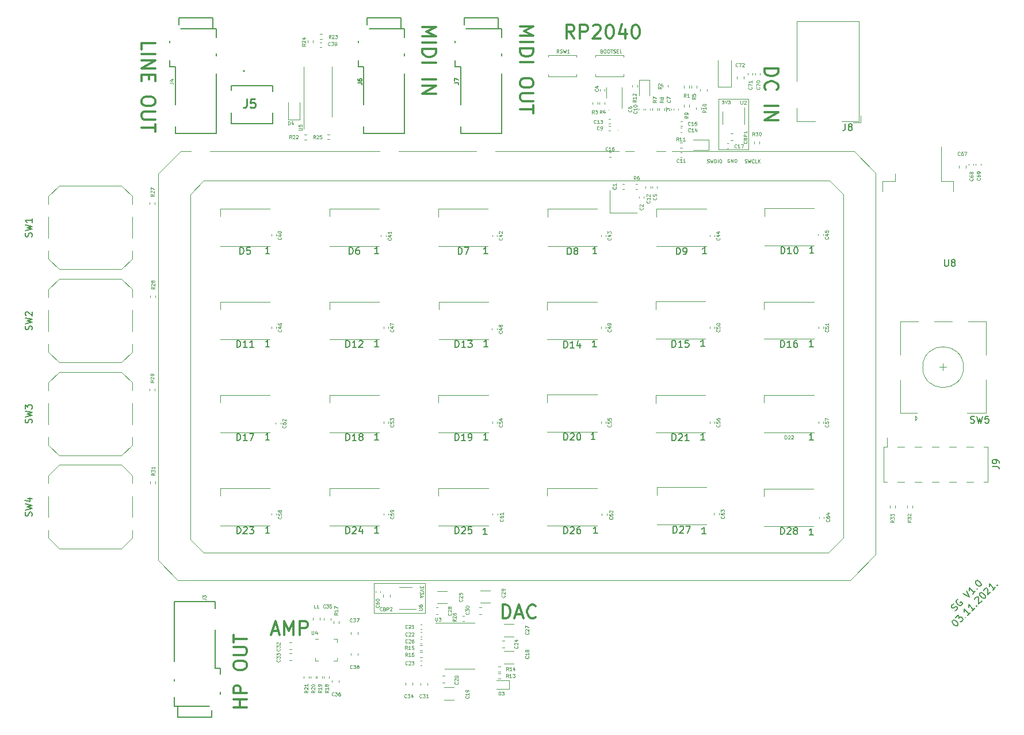
<source format=gto>
G04 #@! TF.GenerationSoftware,KiCad,Pcbnew,5.1.9+dfsg1-1~bpo10+1*
G04 #@! TF.CreationDate,2021-11-03T11:33:49+01:00*
G04 #@! TF.ProjectId,SynthoGame,53796e74-686f-4476-916d-652e6b696361,REV1*
G04 #@! TF.SameCoordinates,Original*
G04 #@! TF.FileFunction,Legend,Top*
G04 #@! TF.FilePolarity,Positive*
%FSLAX46Y46*%
G04 Gerber Fmt 4.6, Leading zero omitted, Abs format (unit mm)*
G04 Created by KiCad (PCBNEW 5.1.9+dfsg1-1~bpo10+1) date 2021-11-03 11:33:49*
%MOMM*%
%LPD*%
G01*
G04 APERTURE LIST*
%ADD10C,0.200000*%
%ADD11C,0.120000*%
%ADD12C,0.300000*%
%ADD13C,0.100000*%
%ADD14C,0.150000*%
%ADD15C,0.254000*%
%ADD16C,0.152400*%
%ADD17C,0.010000*%
%ADD18R,0.300000X1.300000*%
%ADD19R,1.800000X2.200000*%
%ADD20R,1.600000X1.400000*%
%ADD21R,0.600000X1.450000*%
%ADD22R,0.300000X1.450000*%
%ADD23C,0.650000*%
%ADD24R,1.200000X0.900000*%
%ADD25R,1.400000X1.200000*%
%ADD26O,1.700000X1.700000*%
%ADD27R,0.650000X1.060000*%
%ADD28R,0.600000X0.700000*%
%ADD29C,1.700000*%
%ADD30R,2.800000X2.000000*%
%ADD31R,2.800000X2.200000*%
%ADD32R,2.800000X2.800000*%
%ADD33R,1.500000X1.000000*%
%ADD34R,0.450000X0.600000*%
%ADD35R,0.800000X1.300000*%
%ADD36R,1.060000X0.650000*%
%ADD37R,3.500000X3.500000*%
%ADD38R,1.100000X4.600000*%
%ADD39R,10.800000X9.400000*%
%ADD40R,1.000000X3.000000*%
%ADD41R,2.000000X1.500000*%
%ADD42C,2.000000*%
%ADD43C,2.800000*%
%ADD44R,2.000000X2.000000*%
%ADD45C,2.700000*%
G04 APERTURE END LIST*
D10*
X209365371Y-118859966D02*
X209500058Y-118792622D01*
X209668417Y-118624264D01*
X209702088Y-118523248D01*
X209702088Y-118455905D01*
X209668417Y-118354890D01*
X209601073Y-118287546D01*
X209500058Y-118253874D01*
X209432714Y-118253874D01*
X209331699Y-118287546D01*
X209163340Y-118388561D01*
X209062325Y-118422233D01*
X208994982Y-118422233D01*
X208893966Y-118388561D01*
X208826623Y-118321218D01*
X208792951Y-118220203D01*
X208792951Y-118152859D01*
X208826623Y-118051844D01*
X208994982Y-117883485D01*
X209129669Y-117816142D01*
X209803104Y-117142707D02*
X209702088Y-117176378D01*
X209601073Y-117277394D01*
X209533730Y-117412081D01*
X209533730Y-117546768D01*
X209567401Y-117647783D01*
X209668417Y-117816142D01*
X209769432Y-117917157D01*
X209937791Y-118018172D01*
X210038806Y-118051844D01*
X210173493Y-118051844D01*
X210308180Y-117984500D01*
X210375523Y-117917157D01*
X210442867Y-117782470D01*
X210442867Y-117715126D01*
X210207165Y-117479424D01*
X210072478Y-117614111D01*
X210543882Y-116334584D02*
X211486691Y-116805989D01*
X211015287Y-115863180D01*
X212328485Y-115964195D02*
X211924424Y-116368256D01*
X212126455Y-116166226D02*
X211419348Y-115459119D01*
X211453020Y-115627478D01*
X211453020Y-115762165D01*
X211419348Y-115863180D01*
X212564187Y-115593806D02*
X212631531Y-115593806D01*
X212631531Y-115661149D01*
X212564187Y-115661149D01*
X212564187Y-115593806D01*
X212631531Y-115661149D01*
X212395829Y-114482638D02*
X212463172Y-114415295D01*
X212564187Y-114381623D01*
X212631531Y-114381623D01*
X212732546Y-114415295D01*
X212900905Y-114516310D01*
X213069264Y-114684669D01*
X213170279Y-114853027D01*
X213203951Y-114954043D01*
X213203951Y-115021386D01*
X213170279Y-115122401D01*
X213102935Y-115189745D01*
X213001920Y-115223417D01*
X212934577Y-115223417D01*
X212833561Y-115189745D01*
X212665203Y-115088730D01*
X212496844Y-114920371D01*
X212395829Y-114752012D01*
X212362157Y-114650997D01*
X212362157Y-114583653D01*
X212395829Y-114482638D01*
X208968045Y-120314586D02*
X209035388Y-120247242D01*
X209136403Y-120213571D01*
X209203747Y-120213571D01*
X209304762Y-120247242D01*
X209473121Y-120348258D01*
X209641480Y-120516616D01*
X209742495Y-120684975D01*
X209776167Y-120785991D01*
X209776167Y-120853334D01*
X209742495Y-120954349D01*
X209675152Y-121021693D01*
X209574136Y-121055365D01*
X209506793Y-121055365D01*
X209405777Y-121021693D01*
X209237419Y-120920678D01*
X209069060Y-120752319D01*
X208968045Y-120583960D01*
X208934373Y-120482945D01*
X208934373Y-120415601D01*
X208968045Y-120314586D01*
X209439449Y-119843181D02*
X209877182Y-119405449D01*
X209910854Y-119910525D01*
X210011869Y-119809510D01*
X210112884Y-119775838D01*
X210180228Y-119775838D01*
X210281243Y-119809510D01*
X210449602Y-119977868D01*
X210483274Y-120078884D01*
X210483274Y-120146227D01*
X210449602Y-120247242D01*
X210247571Y-120449273D01*
X210146556Y-120482945D01*
X210079213Y-120482945D01*
X210819991Y-119742166D02*
X210887335Y-119742166D01*
X210887335Y-119809510D01*
X210819991Y-119809510D01*
X210819991Y-119742166D01*
X210887335Y-119809510D01*
X211594441Y-119102403D02*
X211190380Y-119506464D01*
X211392411Y-119304433D02*
X210685304Y-118597327D01*
X210718976Y-118765685D01*
X210718976Y-118900372D01*
X210685304Y-119001388D01*
X212267876Y-118428968D02*
X211863815Y-118833029D01*
X212065846Y-118630998D02*
X211358739Y-117923892D01*
X211392411Y-118092250D01*
X211392411Y-118226937D01*
X211358739Y-118327953D01*
X212503579Y-118058579D02*
X212570922Y-118058579D01*
X212570922Y-118125922D01*
X212503579Y-118125922D01*
X212503579Y-118058579D01*
X212570922Y-118125922D01*
X212234205Y-117183113D02*
X212234205Y-117115770D01*
X212267876Y-117014754D01*
X212436235Y-116846396D01*
X212537250Y-116812724D01*
X212604594Y-116812724D01*
X212705609Y-116846396D01*
X212772953Y-116913739D01*
X212840296Y-117048426D01*
X212840296Y-117856548D01*
X213278029Y-117418815D01*
X213008655Y-116273976D02*
X213075998Y-116206632D01*
X213177014Y-116172961D01*
X213244357Y-116172961D01*
X213345372Y-116206632D01*
X213513731Y-116307648D01*
X213682090Y-116476006D01*
X213783105Y-116644365D01*
X213816777Y-116745380D01*
X213816777Y-116812724D01*
X213783105Y-116913739D01*
X213715762Y-116981083D01*
X213614746Y-117014754D01*
X213547403Y-117014754D01*
X213446388Y-116981083D01*
X213278029Y-116880067D01*
X213109670Y-116711709D01*
X213008655Y-116543350D01*
X212974983Y-116442335D01*
X212974983Y-116374991D01*
X213008655Y-116273976D01*
X213581075Y-115836243D02*
X213581075Y-115768900D01*
X213614746Y-115667884D01*
X213783105Y-115499526D01*
X213884120Y-115465854D01*
X213951464Y-115465854D01*
X214052479Y-115499526D01*
X214119823Y-115566869D01*
X214187166Y-115701556D01*
X214187166Y-116509678D01*
X214624899Y-116071945D01*
X215298334Y-115398510D02*
X214894273Y-115802571D01*
X215096304Y-115600541D02*
X214389197Y-114893434D01*
X214422868Y-115061793D01*
X214422868Y-115196480D01*
X214389197Y-115297495D01*
X215534036Y-115028121D02*
X215601380Y-115028121D01*
X215601380Y-115095465D01*
X215534036Y-115095465D01*
X215534036Y-115028121D01*
X215601380Y-115095465D01*
D11*
X158451623Y-45110000D02*
G75*
G03*
X158451623Y-45110000I-31623J0D01*
G01*
X159770000Y-48075000D02*
G75*
G03*
X159770000Y-48075000I-20000J0D01*
G01*
X92090000Y-54525000D02*
X92090000Y-55525000D01*
X95390000Y-51225000D02*
X92090000Y-54525000D01*
X194490000Y-51225000D02*
X95390000Y-51225000D01*
X197690000Y-54425000D02*
X194490000Y-51225000D01*
X197690000Y-110525000D02*
X197690000Y-54425000D01*
X193890000Y-114325000D02*
X197690000Y-110525000D01*
X193290000Y-114325000D02*
X193890000Y-114325000D01*
X94990000Y-114325000D02*
X193290000Y-114325000D01*
X92090000Y-111425000D02*
X94990000Y-114325000D01*
X92090000Y-55525000D02*
X92090000Y-111425000D01*
X98790000Y-110325000D02*
X99090000Y-110325000D01*
X96790000Y-108325000D02*
X98790000Y-110325000D01*
X96790000Y-57525000D02*
X96790000Y-108325000D01*
X98790000Y-55525000D02*
X96790000Y-57525000D01*
X190890000Y-55525000D02*
X98790000Y-55525000D01*
X192890000Y-57525000D02*
X190890000Y-55525000D01*
X192890000Y-108125000D02*
X192890000Y-57525000D01*
X190690000Y-110325000D02*
X192890000Y-108125000D01*
X99090000Y-110325000D02*
X190690000Y-110325000D01*
D12*
X108830952Y-121788333D02*
X109783333Y-121788333D01*
X108640476Y-122359761D02*
X109307142Y-120359761D01*
X109973809Y-122359761D01*
X110640476Y-122359761D02*
X110640476Y-120359761D01*
X111307142Y-121788333D01*
X111973809Y-120359761D01*
X111973809Y-122359761D01*
X112926190Y-122359761D02*
X112926190Y-120359761D01*
X113688095Y-120359761D01*
X113878571Y-120455000D01*
X113973809Y-120550238D01*
X114069047Y-120740714D01*
X114069047Y-121026428D01*
X113973809Y-121216904D01*
X113878571Y-121312142D01*
X113688095Y-121407380D01*
X112926190Y-121407380D01*
X142759047Y-119949761D02*
X142759047Y-117949761D01*
X143235238Y-117949761D01*
X143520952Y-118045000D01*
X143711428Y-118235476D01*
X143806666Y-118425952D01*
X143901904Y-118806904D01*
X143901904Y-119092619D01*
X143806666Y-119473571D01*
X143711428Y-119664047D01*
X143520952Y-119854523D01*
X143235238Y-119949761D01*
X142759047Y-119949761D01*
X144663809Y-119378333D02*
X145616190Y-119378333D01*
X144473333Y-119949761D02*
X145140000Y-117949761D01*
X145806666Y-119949761D01*
X147616190Y-119759285D02*
X147520952Y-119854523D01*
X147235238Y-119949761D01*
X147044761Y-119949761D01*
X146759047Y-119854523D01*
X146568571Y-119664047D01*
X146473333Y-119473571D01*
X146378095Y-119092619D01*
X146378095Y-118806904D01*
X146473333Y-118425952D01*
X146568571Y-118235476D01*
X146759047Y-118045000D01*
X147044761Y-117949761D01*
X147235238Y-117949761D01*
X147520952Y-118045000D01*
X147616190Y-118140238D01*
X105124761Y-133045476D02*
X103124761Y-133045476D01*
X104077142Y-133045476D02*
X104077142Y-131902619D01*
X105124761Y-131902619D02*
X103124761Y-131902619D01*
X105124761Y-130950238D02*
X103124761Y-130950238D01*
X103124761Y-130188333D01*
X103220000Y-129997857D01*
X103315238Y-129902619D01*
X103505714Y-129807380D01*
X103791428Y-129807380D01*
X103981904Y-129902619D01*
X104077142Y-129997857D01*
X104172380Y-130188333D01*
X104172380Y-130950238D01*
X103124761Y-127045476D02*
X103124761Y-126664523D01*
X103220000Y-126474047D01*
X103410476Y-126283571D01*
X103791428Y-126188333D01*
X104458095Y-126188333D01*
X104839047Y-126283571D01*
X105029523Y-126474047D01*
X105124761Y-126664523D01*
X105124761Y-127045476D01*
X105029523Y-127235952D01*
X104839047Y-127426428D01*
X104458095Y-127521666D01*
X103791428Y-127521666D01*
X103410476Y-127426428D01*
X103220000Y-127235952D01*
X103124761Y-127045476D01*
X103124761Y-125331190D02*
X104743809Y-125331190D01*
X104934285Y-125235952D01*
X105029523Y-125140714D01*
X105124761Y-124950238D01*
X105124761Y-124569285D01*
X105029523Y-124378809D01*
X104934285Y-124283571D01*
X104743809Y-124188333D01*
X103124761Y-124188333D01*
X103124761Y-123521666D02*
X103124761Y-122378809D01*
X105124761Y-122950238D02*
X103124761Y-122950238D01*
X181315238Y-38995476D02*
X183315238Y-38995476D01*
X183315238Y-39471666D01*
X183220000Y-39757380D01*
X183029523Y-39947857D01*
X182839047Y-40043095D01*
X182458095Y-40138333D01*
X182172380Y-40138333D01*
X181791428Y-40043095D01*
X181600952Y-39947857D01*
X181410476Y-39757380D01*
X181315238Y-39471666D01*
X181315238Y-38995476D01*
X181505714Y-42138333D02*
X181410476Y-42043095D01*
X181315238Y-41757380D01*
X181315238Y-41566904D01*
X181410476Y-41281190D01*
X181600952Y-41090714D01*
X181791428Y-40995476D01*
X182172380Y-40900238D01*
X182458095Y-40900238D01*
X182839047Y-40995476D01*
X183029523Y-41090714D01*
X183220000Y-41281190D01*
X183315238Y-41566904D01*
X183315238Y-41757380D01*
X183220000Y-42043095D01*
X183124761Y-42138333D01*
X181315238Y-44519285D02*
X183315238Y-44519285D01*
X181315238Y-45471666D02*
X183315238Y-45471666D01*
X181315238Y-46614523D01*
X183315238Y-46614523D01*
X153299523Y-34569761D02*
X152632857Y-33617380D01*
X152156666Y-34569761D02*
X152156666Y-32569761D01*
X152918571Y-32569761D01*
X153109047Y-32665000D01*
X153204285Y-32760238D01*
X153299523Y-32950714D01*
X153299523Y-33236428D01*
X153204285Y-33426904D01*
X153109047Y-33522142D01*
X152918571Y-33617380D01*
X152156666Y-33617380D01*
X154156666Y-34569761D02*
X154156666Y-32569761D01*
X154918571Y-32569761D01*
X155109047Y-32665000D01*
X155204285Y-32760238D01*
X155299523Y-32950714D01*
X155299523Y-33236428D01*
X155204285Y-33426904D01*
X155109047Y-33522142D01*
X154918571Y-33617380D01*
X154156666Y-33617380D01*
X156061428Y-32760238D02*
X156156666Y-32665000D01*
X156347142Y-32569761D01*
X156823333Y-32569761D01*
X157013809Y-32665000D01*
X157109047Y-32760238D01*
X157204285Y-32950714D01*
X157204285Y-33141190D01*
X157109047Y-33426904D01*
X155966190Y-34569761D01*
X157204285Y-34569761D01*
X158442380Y-32569761D02*
X158632857Y-32569761D01*
X158823333Y-32665000D01*
X158918571Y-32760238D01*
X159013809Y-32950714D01*
X159109047Y-33331666D01*
X159109047Y-33807857D01*
X159013809Y-34188809D01*
X158918571Y-34379285D01*
X158823333Y-34474523D01*
X158632857Y-34569761D01*
X158442380Y-34569761D01*
X158251904Y-34474523D01*
X158156666Y-34379285D01*
X158061428Y-34188809D01*
X157966190Y-33807857D01*
X157966190Y-33331666D01*
X158061428Y-32950714D01*
X158156666Y-32760238D01*
X158251904Y-32665000D01*
X158442380Y-32569761D01*
X160823333Y-33236428D02*
X160823333Y-34569761D01*
X160347142Y-32474523D02*
X159870952Y-33903095D01*
X161109047Y-33903095D01*
X162251904Y-32569761D02*
X162442380Y-32569761D01*
X162632857Y-32665000D01*
X162728095Y-32760238D01*
X162823333Y-32950714D01*
X162918571Y-33331666D01*
X162918571Y-33807857D01*
X162823333Y-34188809D01*
X162728095Y-34379285D01*
X162632857Y-34474523D01*
X162442380Y-34569761D01*
X162251904Y-34569761D01*
X162061428Y-34474523D01*
X161966190Y-34379285D01*
X161870952Y-34188809D01*
X161775714Y-33807857D01*
X161775714Y-33331666D01*
X161870952Y-32950714D01*
X161966190Y-32760238D01*
X162061428Y-32665000D01*
X162251904Y-32569761D01*
X89635238Y-36226428D02*
X89635238Y-35274047D01*
X91635238Y-35274047D01*
X89635238Y-36893095D02*
X91635238Y-36893095D01*
X89635238Y-37845476D02*
X91635238Y-37845476D01*
X89635238Y-38988333D01*
X91635238Y-38988333D01*
X90682857Y-39940714D02*
X90682857Y-40607380D01*
X89635238Y-40893095D02*
X89635238Y-39940714D01*
X91635238Y-39940714D01*
X91635238Y-40893095D01*
X91635238Y-43655000D02*
X91635238Y-44035952D01*
X91540000Y-44226428D01*
X91349523Y-44416904D01*
X90968571Y-44512142D01*
X90301904Y-44512142D01*
X89920952Y-44416904D01*
X89730476Y-44226428D01*
X89635238Y-44035952D01*
X89635238Y-43655000D01*
X89730476Y-43464523D01*
X89920952Y-43274047D01*
X90301904Y-43178809D01*
X90968571Y-43178809D01*
X91349523Y-43274047D01*
X91540000Y-43464523D01*
X91635238Y-43655000D01*
X91635238Y-45369285D02*
X90016190Y-45369285D01*
X89825714Y-45464523D01*
X89730476Y-45559761D01*
X89635238Y-45750238D01*
X89635238Y-46131190D01*
X89730476Y-46321666D01*
X89825714Y-46416904D01*
X90016190Y-46512142D01*
X91635238Y-46512142D01*
X91635238Y-47178809D02*
X91635238Y-48321666D01*
X89635238Y-47750238D02*
X91635238Y-47750238D01*
X130965238Y-32900238D02*
X132965238Y-32900238D01*
X131536666Y-33566904D01*
X132965238Y-34233571D01*
X130965238Y-34233571D01*
X130965238Y-35185952D02*
X132965238Y-35185952D01*
X130965238Y-36138333D02*
X132965238Y-36138333D01*
X132965238Y-36614523D01*
X132870000Y-36900238D01*
X132679523Y-37090714D01*
X132489047Y-37185952D01*
X132108095Y-37281190D01*
X131822380Y-37281190D01*
X131441428Y-37185952D01*
X131250952Y-37090714D01*
X131060476Y-36900238D01*
X130965238Y-36614523D01*
X130965238Y-36138333D01*
X130965238Y-38138333D02*
X132965238Y-38138333D01*
X130965238Y-40614523D02*
X132965238Y-40614523D01*
X130965238Y-41566904D02*
X132965238Y-41566904D01*
X130965238Y-42709761D01*
X132965238Y-42709761D01*
X145315238Y-32836904D02*
X147315238Y-32836904D01*
X145886666Y-33503571D01*
X147315238Y-34170238D01*
X145315238Y-34170238D01*
X145315238Y-35122619D02*
X147315238Y-35122619D01*
X145315238Y-36075000D02*
X147315238Y-36075000D01*
X147315238Y-36551190D01*
X147220000Y-36836904D01*
X147029523Y-37027380D01*
X146839047Y-37122619D01*
X146458095Y-37217857D01*
X146172380Y-37217857D01*
X145791428Y-37122619D01*
X145600952Y-37027380D01*
X145410476Y-36836904D01*
X145315238Y-36551190D01*
X145315238Y-36075000D01*
X145315238Y-38075000D02*
X147315238Y-38075000D01*
X147315238Y-40932142D02*
X147315238Y-41313095D01*
X147220000Y-41503571D01*
X147029523Y-41694047D01*
X146648571Y-41789285D01*
X145981904Y-41789285D01*
X145600952Y-41694047D01*
X145410476Y-41503571D01*
X145315238Y-41313095D01*
X145315238Y-40932142D01*
X145410476Y-40741666D01*
X145600952Y-40551190D01*
X145981904Y-40455952D01*
X146648571Y-40455952D01*
X147029523Y-40551190D01*
X147220000Y-40741666D01*
X147315238Y-40932142D01*
X147315238Y-42646428D02*
X145696190Y-42646428D01*
X145505714Y-42741666D01*
X145410476Y-42836904D01*
X145315238Y-43027380D01*
X145315238Y-43408333D01*
X145410476Y-43598809D01*
X145505714Y-43694047D01*
X145696190Y-43789285D01*
X147315238Y-43789285D01*
X147315238Y-44455952D02*
X147315238Y-45598809D01*
X145315238Y-45027380D02*
X147315238Y-45027380D01*
D13*
X175020952Y-43701190D02*
X175330476Y-43701190D01*
X175163809Y-43891666D01*
X175235238Y-43891666D01*
X175282857Y-43915476D01*
X175306666Y-43939285D01*
X175330476Y-43986904D01*
X175330476Y-44105952D01*
X175306666Y-44153571D01*
X175282857Y-44177380D01*
X175235238Y-44201190D01*
X175092380Y-44201190D01*
X175044761Y-44177380D01*
X175020952Y-44153571D01*
X175473333Y-43701190D02*
X175640000Y-44201190D01*
X175806666Y-43701190D01*
X175925714Y-43701190D02*
X176235238Y-43701190D01*
X176068571Y-43891666D01*
X176140000Y-43891666D01*
X176187619Y-43915476D01*
X176211428Y-43939285D01*
X176235238Y-43986904D01*
X176235238Y-44105952D01*
X176211428Y-44153571D01*
X176187619Y-44177380D01*
X176140000Y-44201190D01*
X175997142Y-44201190D01*
X175949523Y-44177380D01*
X175925714Y-44153571D01*
X131063809Y-115171666D02*
X131063809Y-115481190D01*
X130873333Y-115314523D01*
X130873333Y-115385952D01*
X130849523Y-115433571D01*
X130825714Y-115457380D01*
X130778095Y-115481190D01*
X130659047Y-115481190D01*
X130611428Y-115457380D01*
X130587619Y-115433571D01*
X130563809Y-115385952D01*
X130563809Y-115243095D01*
X130587619Y-115195476D01*
X130611428Y-115171666D01*
X131063809Y-115624047D02*
X130563809Y-115790714D01*
X131063809Y-115957380D01*
X131063809Y-116076428D02*
X131063809Y-116385952D01*
X130873333Y-116219285D01*
X130873333Y-116290714D01*
X130849523Y-116338333D01*
X130825714Y-116362142D01*
X130778095Y-116385952D01*
X130659047Y-116385952D01*
X130611428Y-116362142D01*
X130587619Y-116338333D01*
X130563809Y-116290714D01*
X130563809Y-116147857D01*
X130587619Y-116100238D01*
X130611428Y-116076428D01*
X130706666Y-116576428D02*
X130706666Y-116814523D01*
X130563809Y-116528809D02*
X131063809Y-116695476D01*
X130563809Y-116862142D01*
D11*
X123820000Y-119145000D02*
X131350000Y-119145000D01*
X131350000Y-114744999D02*
X123819999Y-114745000D01*
X123819999Y-114745000D02*
X123820000Y-119145000D01*
X131350000Y-119145000D02*
X131350000Y-114744999D01*
X178980000Y-43445000D02*
X174580000Y-43445000D01*
X178980000Y-50975000D02*
X178980000Y-43445000D01*
X174580000Y-50975000D02*
X178980000Y-50975000D01*
X174580000Y-43445000D02*
X174580000Y-50975000D01*
D13*
X176165142Y-52364000D02*
X176117523Y-52340190D01*
X176046095Y-52340190D01*
X175974666Y-52364000D01*
X175927047Y-52411619D01*
X175903238Y-52459238D01*
X175879428Y-52554476D01*
X175879428Y-52625904D01*
X175903238Y-52721142D01*
X175927047Y-52768761D01*
X175974666Y-52816380D01*
X176046095Y-52840190D01*
X176093714Y-52840190D01*
X176165142Y-52816380D01*
X176188952Y-52792571D01*
X176188952Y-52625904D01*
X176093714Y-52625904D01*
X176403238Y-52840190D02*
X176403238Y-52340190D01*
X176688952Y-52840190D01*
X176688952Y-52340190D01*
X176927047Y-52840190D02*
X176927047Y-52340190D01*
X177046095Y-52340190D01*
X177117523Y-52364000D01*
X177165142Y-52411619D01*
X177188952Y-52459238D01*
X177212761Y-52554476D01*
X177212761Y-52625904D01*
X177188952Y-52721142D01*
X177165142Y-52768761D01*
X177117523Y-52816380D01*
X177046095Y-52840190D01*
X176927047Y-52840190D01*
X178405257Y-52867180D02*
X178476685Y-52890990D01*
X178595733Y-52890990D01*
X178643352Y-52867180D01*
X178667161Y-52843371D01*
X178690971Y-52795752D01*
X178690971Y-52748133D01*
X178667161Y-52700514D01*
X178643352Y-52676704D01*
X178595733Y-52652895D01*
X178500495Y-52629085D01*
X178452876Y-52605276D01*
X178429066Y-52581466D01*
X178405257Y-52533847D01*
X178405257Y-52486228D01*
X178429066Y-52438609D01*
X178452876Y-52414800D01*
X178500495Y-52390990D01*
X178619542Y-52390990D01*
X178690971Y-52414800D01*
X178857638Y-52390990D02*
X178976685Y-52890990D01*
X179071923Y-52533847D01*
X179167161Y-52890990D01*
X179286209Y-52390990D01*
X179762400Y-52843371D02*
X179738590Y-52867180D01*
X179667161Y-52890990D01*
X179619542Y-52890990D01*
X179548114Y-52867180D01*
X179500495Y-52819561D01*
X179476685Y-52771942D01*
X179452876Y-52676704D01*
X179452876Y-52605276D01*
X179476685Y-52510038D01*
X179500495Y-52462419D01*
X179548114Y-52414800D01*
X179619542Y-52390990D01*
X179667161Y-52390990D01*
X179738590Y-52414800D01*
X179762400Y-52438609D01*
X180214780Y-52890990D02*
X179976685Y-52890990D01*
X179976685Y-52390990D01*
X180381447Y-52890990D02*
X180381447Y-52390990D01*
X180667161Y-52890990D02*
X180452876Y-52605276D01*
X180667161Y-52390990D02*
X180381447Y-52676704D01*
X172858514Y-52841780D02*
X172929942Y-52865590D01*
X173048990Y-52865590D01*
X173096609Y-52841780D01*
X173120419Y-52817971D01*
X173144228Y-52770352D01*
X173144228Y-52722733D01*
X173120419Y-52675114D01*
X173096609Y-52651304D01*
X173048990Y-52627495D01*
X172953752Y-52603685D01*
X172906133Y-52579876D01*
X172882323Y-52556066D01*
X172858514Y-52508447D01*
X172858514Y-52460828D01*
X172882323Y-52413209D01*
X172906133Y-52389400D01*
X172953752Y-52365590D01*
X173072800Y-52365590D01*
X173144228Y-52389400D01*
X173310895Y-52365590D02*
X173429942Y-52865590D01*
X173525180Y-52508447D01*
X173620419Y-52865590D01*
X173739466Y-52365590D01*
X173929942Y-52865590D02*
X173929942Y-52365590D01*
X174048990Y-52365590D01*
X174120419Y-52389400D01*
X174168038Y-52437019D01*
X174191847Y-52484638D01*
X174215657Y-52579876D01*
X174215657Y-52651304D01*
X174191847Y-52746542D01*
X174168038Y-52794161D01*
X174120419Y-52841780D01*
X174048990Y-52865590D01*
X173929942Y-52865590D01*
X174429942Y-52865590D02*
X174429942Y-52365590D01*
X174763276Y-52365590D02*
X174858514Y-52365590D01*
X174906133Y-52389400D01*
X174953752Y-52437019D01*
X174977561Y-52532257D01*
X174977561Y-52698923D01*
X174953752Y-52794161D01*
X174906133Y-52841780D01*
X174858514Y-52865590D01*
X174763276Y-52865590D01*
X174715657Y-52841780D01*
X174668038Y-52794161D01*
X174644228Y-52698923D01*
X174644228Y-52532257D01*
X174668038Y-52437019D01*
X174715657Y-52389400D01*
X174763276Y-52365590D01*
X157334761Y-36449285D02*
X157406190Y-36473095D01*
X157430000Y-36496904D01*
X157453809Y-36544523D01*
X157453809Y-36615952D01*
X157430000Y-36663571D01*
X157406190Y-36687380D01*
X157358571Y-36711190D01*
X157168095Y-36711190D01*
X157168095Y-36211190D01*
X157334761Y-36211190D01*
X157382380Y-36235000D01*
X157406190Y-36258809D01*
X157430000Y-36306428D01*
X157430000Y-36354047D01*
X157406190Y-36401666D01*
X157382380Y-36425476D01*
X157334761Y-36449285D01*
X157168095Y-36449285D01*
X157763333Y-36211190D02*
X157858571Y-36211190D01*
X157906190Y-36235000D01*
X157953809Y-36282619D01*
X157977619Y-36377857D01*
X157977619Y-36544523D01*
X157953809Y-36639761D01*
X157906190Y-36687380D01*
X157858571Y-36711190D01*
X157763333Y-36711190D01*
X157715714Y-36687380D01*
X157668095Y-36639761D01*
X157644285Y-36544523D01*
X157644285Y-36377857D01*
X157668095Y-36282619D01*
X157715714Y-36235000D01*
X157763333Y-36211190D01*
X158287142Y-36211190D02*
X158382380Y-36211190D01*
X158430000Y-36235000D01*
X158477619Y-36282619D01*
X158501428Y-36377857D01*
X158501428Y-36544523D01*
X158477619Y-36639761D01*
X158430000Y-36687380D01*
X158382380Y-36711190D01*
X158287142Y-36711190D01*
X158239523Y-36687380D01*
X158191904Y-36639761D01*
X158168095Y-36544523D01*
X158168095Y-36377857D01*
X158191904Y-36282619D01*
X158239523Y-36235000D01*
X158287142Y-36211190D01*
X158644285Y-36211190D02*
X158930000Y-36211190D01*
X158787142Y-36711190D02*
X158787142Y-36211190D01*
X159072857Y-36687380D02*
X159144285Y-36711190D01*
X159263333Y-36711190D01*
X159310952Y-36687380D01*
X159334761Y-36663571D01*
X159358571Y-36615952D01*
X159358571Y-36568333D01*
X159334761Y-36520714D01*
X159310952Y-36496904D01*
X159263333Y-36473095D01*
X159168095Y-36449285D01*
X159120476Y-36425476D01*
X159096666Y-36401666D01*
X159072857Y-36354047D01*
X159072857Y-36306428D01*
X159096666Y-36258809D01*
X159120476Y-36235000D01*
X159168095Y-36211190D01*
X159287142Y-36211190D01*
X159358571Y-36235000D01*
X159572857Y-36449285D02*
X159739523Y-36449285D01*
X159810952Y-36711190D02*
X159572857Y-36711190D01*
X159572857Y-36211190D01*
X159810952Y-36211190D01*
X160263333Y-36711190D02*
X160025238Y-36711190D01*
X160025238Y-36211190D01*
D10*
X104800160Y-39372000D02*
G75*
G03*
X104800160Y-39372000I-113160J0D01*
G01*
X108940000Y-41525000D02*
X108940000Y-42425000D01*
X102840000Y-41525000D02*
X102840000Y-42225000D01*
X102840000Y-41525000D02*
X108940000Y-41525000D01*
X108940000Y-47125000D02*
X108940000Y-45485000D01*
X102840000Y-47125000D02*
X102840000Y-45485000D01*
X102840000Y-47125000D02*
X108940000Y-47125000D01*
D11*
X160280560Y-44808860D02*
X160280560Y-41808860D01*
X158060560Y-43308860D02*
X158060560Y-41808860D01*
X162885000Y-40700000D02*
X162885000Y-42985000D01*
X164355000Y-40700000D02*
X162885000Y-40700000D01*
X164355000Y-42985000D02*
X164355000Y-40700000D01*
X173075000Y-49540000D02*
X170790000Y-49540000D01*
X173075000Y-51010000D02*
X173075000Y-49540000D01*
X170790000Y-51010000D02*
X173075000Y-51010000D01*
X160590000Y-37015000D02*
X160590000Y-37315000D01*
X156450000Y-40155000D02*
X156450000Y-39855000D01*
X156450000Y-37315000D02*
X156450000Y-37015000D01*
X160590000Y-40155000D02*
X156450000Y-40155000D01*
X160590000Y-39855000D02*
X160590000Y-40155000D01*
X156450000Y-37015000D02*
X160590000Y-37015000D01*
X174420000Y-41735000D02*
X174420000Y-37835000D01*
X176420000Y-41735000D02*
X176420000Y-37835000D01*
X174420000Y-41735000D02*
X176420000Y-41735000D01*
X158500000Y-56960000D02*
X158500000Y-60260000D01*
X158500000Y-60260000D02*
X162500000Y-60260000D01*
X171810000Y-42044420D02*
X171810000Y-42325580D01*
X172830000Y-42044420D02*
X172830000Y-42325580D01*
X149450000Y-37015000D02*
X153590000Y-37015000D01*
X153590000Y-39855000D02*
X153590000Y-40155000D01*
X153590000Y-40155000D02*
X149450000Y-40155000D01*
X149450000Y-37315000D02*
X149450000Y-37015000D01*
X149450000Y-40155000D02*
X149450000Y-39855000D01*
X153590000Y-37015000D02*
X153590000Y-37315000D01*
X175170000Y-45385000D02*
X175170000Y-47185000D01*
X178390000Y-47185000D02*
X178390000Y-44735000D01*
X136470000Y-127400000D02*
X138670000Y-127400000D01*
X136470000Y-127400000D02*
X134270000Y-127400000D01*
X136470000Y-120630000D02*
X138670000Y-120630000D01*
X136470000Y-120630000D02*
X132870000Y-120630000D01*
X142958748Y-126625000D02*
X144381252Y-126625000D01*
X142958748Y-124805000D02*
X144381252Y-124805000D01*
X134158748Y-130105000D02*
X135581252Y-130105000D01*
X134158748Y-131925000D02*
X135581252Y-131925000D01*
X133929420Y-129425000D02*
X134210580Y-129425000D01*
X133929420Y-128405000D02*
X134210580Y-128405000D01*
X142729420Y-124225000D02*
X143010580Y-124225000D01*
X142729420Y-123205000D02*
X143010580Y-123205000D01*
X133178748Y-117765000D02*
X134601252Y-117765000D01*
X133178748Y-115945000D02*
X134601252Y-115945000D01*
X142958748Y-122625000D02*
X144381252Y-122625000D01*
X142958748Y-120805000D02*
X144381252Y-120805000D01*
X132939420Y-118355000D02*
X133220580Y-118355000D01*
X132939420Y-119375000D02*
X133220580Y-119375000D01*
X140951252Y-117655000D02*
X139528748Y-117655000D01*
X140951252Y-115835000D02*
X139528748Y-115835000D01*
X139620580Y-118335000D02*
X139339420Y-118335000D01*
X139620580Y-119355000D02*
X139339420Y-119355000D01*
X131679999Y-129755580D02*
X131679999Y-129474420D01*
X130659999Y-129755580D02*
X130659999Y-129474420D01*
X111700580Y-124525000D02*
X111419420Y-124525000D01*
X111700580Y-123505000D02*
X111419420Y-123505000D01*
X111700580Y-125105000D02*
X111419420Y-125105000D01*
X111700580Y-126125000D02*
X111419420Y-126125000D01*
X128440000Y-129745580D02*
X128440000Y-129464420D01*
X129460000Y-129745580D02*
X129460000Y-129464420D01*
X117450000Y-119914420D02*
X117450000Y-120195580D01*
X116430000Y-119914420D02*
X116430000Y-120195580D01*
X117650000Y-129074420D02*
X117650000Y-129355580D01*
X118670000Y-129074420D02*
X118670000Y-129355580D01*
X120430000Y-122014420D02*
X120430000Y-122295580D01*
X121450000Y-122014420D02*
X121450000Y-122295580D01*
X121470000Y-125074420D02*
X121470000Y-125355580D01*
X120450000Y-125074420D02*
X120450000Y-125355580D01*
X176339420Y-48575000D02*
X176620580Y-48575000D01*
X176339420Y-49595000D02*
X176620580Y-49595000D01*
X141870000Y-129115000D02*
X143720000Y-129115000D01*
X141870000Y-130315000D02*
X143720000Y-130315000D01*
X143720000Y-130315000D02*
X143720000Y-129115000D01*
D14*
X99930000Y-134475000D02*
X99930000Y-133475000D01*
X94930000Y-134475000D02*
X99930000Y-134475000D01*
X94930000Y-132875000D02*
X94930000Y-134475000D01*
X94430000Y-132875000D02*
X99630000Y-132875000D01*
X101230000Y-130775000D02*
X101230000Y-131075000D01*
X101230000Y-127275000D02*
X101230000Y-128175000D01*
X100430000Y-127275000D02*
X101230000Y-127275000D01*
X100430000Y-121675000D02*
X100430000Y-127275000D01*
X100430000Y-117475000D02*
X100430000Y-118475000D01*
X100430000Y-117475000D02*
X94430000Y-117475000D01*
X94430000Y-126275000D02*
X94430000Y-117475000D01*
X94430000Y-129175000D02*
X94430000Y-128875000D01*
X94430000Y-132875000D02*
X94430000Y-131575000D01*
X100590000Y-33125000D02*
X100590000Y-34425000D01*
X100590000Y-36825000D02*
X100590000Y-37125000D01*
X100590000Y-39725000D02*
X100590000Y-48525000D01*
X94590000Y-48525000D02*
X100590000Y-48525000D01*
X94590000Y-48525000D02*
X94590000Y-47525000D01*
X94590000Y-44325000D02*
X94590000Y-38725000D01*
X94590000Y-38725000D02*
X93790000Y-38725000D01*
X93790000Y-38725000D02*
X93790000Y-37825000D01*
X93790000Y-35225000D02*
X93790000Y-34925000D01*
X100590000Y-33125000D02*
X95390000Y-33125000D01*
X100090000Y-33125000D02*
X100090000Y-31525000D01*
X100090000Y-31525000D02*
X95090000Y-31525000D01*
X95090000Y-31525000D02*
X95090000Y-32525000D01*
D11*
X115850000Y-120217779D02*
X115850000Y-119892221D01*
X114830000Y-120217779D02*
X114830000Y-119892221D01*
X115625000Y-123005000D02*
X115150000Y-123005000D01*
X118370000Y-126225000D02*
X118370000Y-125750000D01*
X117895000Y-126225000D02*
X118370000Y-126225000D01*
X115150000Y-126225000D02*
X115150000Y-125750000D01*
X115625000Y-126225000D02*
X115150000Y-126225000D01*
X118370000Y-123005000D02*
X118370000Y-123480000D01*
X117895000Y-123005000D02*
X118370000Y-123005000D01*
X160412164Y-56025000D02*
X160627836Y-56025000D01*
X160412164Y-56745000D02*
X160627836Y-56745000D01*
X163540000Y-58062836D02*
X163540000Y-57847164D01*
X162820000Y-58062836D02*
X162820000Y-57847164D01*
X157790000Y-42057164D02*
X157790000Y-42272836D01*
X157070000Y-42057164D02*
X157070000Y-42272836D01*
X164800000Y-56377164D02*
X164800000Y-56592836D01*
X165520000Y-56377164D02*
X165520000Y-56592836D01*
X162790000Y-45112836D02*
X162790000Y-44897164D01*
X163510000Y-45112836D02*
X163510000Y-44897164D01*
X167590000Y-45132836D02*
X167590000Y-44917164D01*
X166870000Y-45132836D02*
X166870000Y-44917164D01*
X168630000Y-45132836D02*
X168630000Y-44917164D01*
X167910000Y-45132836D02*
X167910000Y-44917164D01*
X158607836Y-48145000D02*
X158392164Y-48145000D01*
X158607836Y-47425000D02*
X158392164Y-47425000D01*
X164500000Y-45112836D02*
X164500000Y-44897164D01*
X163780000Y-45112836D02*
X163780000Y-44897164D01*
X168942164Y-52045000D02*
X169157836Y-52045000D01*
X168942164Y-51325000D02*
X169157836Y-51325000D01*
X163811000Y-56377564D02*
X163811000Y-56593236D01*
X164531000Y-56377564D02*
X164531000Y-56593236D01*
X158597836Y-47135000D02*
X158382164Y-47135000D01*
X158597836Y-46415000D02*
X158382164Y-46415000D01*
X168942164Y-47717000D02*
X169157836Y-47717000D01*
X168942164Y-48437000D02*
X169157836Y-48437000D01*
X168952164Y-47475000D02*
X169167836Y-47475000D01*
X168952164Y-46755000D02*
X169167836Y-46755000D01*
X158707836Y-52045000D02*
X158492164Y-52045000D01*
X158707836Y-51325000D02*
X158492164Y-51325000D01*
X175987835Y-50745000D02*
X175772163Y-50745000D01*
X175987835Y-50025000D02*
X175772163Y-50025000D01*
X130877836Y-121555000D02*
X130662164Y-121555000D01*
X130877836Y-120835000D02*
X130662164Y-120835000D01*
X130662164Y-122675000D02*
X130877836Y-122675000D01*
X130662164Y-121955000D02*
X130877836Y-121955000D01*
X130662164Y-126185000D02*
X130877836Y-126185000D01*
X130662164Y-126905000D02*
X130877836Y-126905000D01*
X130662164Y-123675000D02*
X130877836Y-123675000D01*
X130662164Y-122955000D02*
X130877836Y-122955000D01*
X108730000Y-63612836D02*
X108730000Y-63397164D01*
X109450000Y-63612836D02*
X109450000Y-63397164D01*
X125600000Y-63752836D02*
X125600000Y-63537164D01*
X124880000Y-63752836D02*
X124880000Y-63537164D01*
X141950000Y-63732836D02*
X141950000Y-63517164D01*
X141230000Y-63732836D02*
X141230000Y-63517164D01*
X157230000Y-63732836D02*
X157230000Y-63517164D01*
X157950000Y-63732836D02*
X157950000Y-63517164D01*
X173950000Y-63732836D02*
X173950000Y-63517164D01*
X173230000Y-63732836D02*
X173230000Y-63517164D01*
X189210000Y-63592836D02*
X189210000Y-63377164D01*
X189930000Y-63592836D02*
X189930000Y-63377164D01*
X108730000Y-77232836D02*
X108730000Y-77017164D01*
X109450000Y-77232836D02*
X109450000Y-77017164D01*
X125950000Y-77232836D02*
X125950000Y-77017164D01*
X125230000Y-77232836D02*
X125230000Y-77017164D01*
X141210000Y-77472836D02*
X141210000Y-77257164D01*
X141930000Y-77472836D02*
X141930000Y-77257164D01*
X125950000Y-104732836D02*
X125950000Y-104517164D01*
X125230000Y-104732836D02*
X125230000Y-104517164D01*
X173950000Y-77232836D02*
X173950000Y-77017164D01*
X173230000Y-77232836D02*
X173230000Y-77017164D01*
X189230000Y-77232836D02*
X189230000Y-77017164D01*
X189950000Y-77232836D02*
X189950000Y-77017164D01*
X110080000Y-91362836D02*
X110080000Y-91147164D01*
X109360000Y-91362836D02*
X109360000Y-91147164D01*
X125230000Y-91232836D02*
X125230000Y-91017164D01*
X125950000Y-91232836D02*
X125950000Y-91017164D01*
X141230000Y-91232836D02*
X141230000Y-91017164D01*
X141950000Y-91232836D02*
X141950000Y-91017164D01*
X157230000Y-91232836D02*
X157230000Y-91017164D01*
X157950000Y-91232836D02*
X157950000Y-91017164D01*
X173950000Y-91232836D02*
X173950000Y-91017164D01*
X173230000Y-91232836D02*
X173230000Y-91017164D01*
X189950000Y-91232836D02*
X189950000Y-91017164D01*
X189230000Y-91232836D02*
X189230000Y-91017164D01*
X108730000Y-104732836D02*
X108730000Y-104517164D01*
X109450000Y-104732836D02*
X109450000Y-104517164D01*
X108510000Y-65145000D02*
X101210000Y-65145000D01*
X108510000Y-59645000D02*
X101210000Y-59645000D01*
X101210000Y-59645000D02*
X101210000Y-60795000D01*
X188600000Y-65075000D02*
X181300000Y-65075000D01*
X188600000Y-59575000D02*
X181300000Y-59575000D01*
X181300000Y-59575000D02*
X181300000Y-60725000D01*
X172570000Y-78825000D02*
X165270000Y-78825000D01*
X172570000Y-73325000D02*
X165270000Y-73325000D01*
X165270000Y-73325000D02*
X165270000Y-74475000D01*
X149340000Y-87005000D02*
X149340000Y-88155000D01*
X156640000Y-87005000D02*
X149340000Y-87005000D01*
X156640000Y-92505000D02*
X149340000Y-92505000D01*
X117280000Y-59645000D02*
X117280000Y-60795000D01*
X124580000Y-59645000D02*
X117280000Y-59645000D01*
X124580000Y-65145000D02*
X117280000Y-65145000D01*
X108510000Y-78845000D02*
X101210000Y-78845000D01*
X108510000Y-73345000D02*
X101210000Y-73345000D01*
X101210000Y-73345000D02*
X101210000Y-74495000D01*
X188560000Y-78835000D02*
X181260000Y-78835000D01*
X188560000Y-73335000D02*
X181260000Y-73335000D01*
X181260000Y-73335000D02*
X181260000Y-74485000D01*
X165280000Y-87085000D02*
X165280000Y-88235000D01*
X172580000Y-87085000D02*
X165280000Y-87085000D01*
X172580000Y-92585000D02*
X165280000Y-92585000D01*
X133320000Y-59655000D02*
X133320000Y-60805000D01*
X140620000Y-59655000D02*
X133320000Y-59655000D01*
X140620000Y-65155000D02*
X133320000Y-65155000D01*
X117270000Y-73355000D02*
X117270000Y-74505000D01*
X124570000Y-73355000D02*
X117270000Y-73355000D01*
X124570000Y-78855000D02*
X117270000Y-78855000D01*
X108510000Y-92555000D02*
X101210000Y-92555000D01*
X108510000Y-87055000D02*
X101210000Y-87055000D01*
X101210000Y-87055000D02*
X101210000Y-88205000D01*
X188560000Y-92575000D02*
X181260000Y-92575000D01*
X188560000Y-87075000D02*
X181260000Y-87075000D01*
X181260000Y-87075000D02*
X181260000Y-88225000D01*
X156690000Y-65175000D02*
X149390000Y-65175000D01*
X156690000Y-59675000D02*
X149390000Y-59675000D01*
X149390000Y-59675000D02*
X149390000Y-60825000D01*
X140650000Y-78855000D02*
X133350000Y-78855000D01*
X140650000Y-73355000D02*
X133350000Y-73355000D01*
X133350000Y-73355000D02*
X133350000Y-74505000D01*
X117280000Y-87075000D02*
X117280000Y-88225000D01*
X124580000Y-87075000D02*
X117280000Y-87075000D01*
X124580000Y-92575000D02*
X117280000Y-92575000D01*
X101220000Y-100785000D02*
X101220000Y-101935000D01*
X108520000Y-100785000D02*
X101220000Y-100785000D01*
X108520000Y-106285000D02*
X101220000Y-106285000D01*
X165430000Y-59685000D02*
X165430000Y-60835000D01*
X172730000Y-59685000D02*
X165430000Y-59685000D01*
X172730000Y-65185000D02*
X165430000Y-65185000D01*
X149340000Y-73415000D02*
X149340000Y-74565000D01*
X156640000Y-73415000D02*
X149340000Y-73415000D01*
X156640000Y-78915000D02*
X149340000Y-78915000D01*
X140640000Y-92565000D02*
X133340000Y-92565000D01*
X140640000Y-87065000D02*
X133340000Y-87065000D01*
X133340000Y-87065000D02*
X133340000Y-88215000D01*
X117280000Y-100775000D02*
X117280000Y-101925000D01*
X124580000Y-100775000D02*
X117280000Y-100775000D01*
X124580000Y-106275000D02*
X117280000Y-106275000D01*
X157950000Y-77232836D02*
X157950000Y-77017164D01*
X157230000Y-77232836D02*
X157230000Y-77017164D01*
X115902164Y-35155000D02*
X116117836Y-35155000D01*
X115902164Y-35875000D02*
X116117836Y-35875000D01*
X111240000Y-46535000D02*
X112940000Y-46535000D01*
X112940000Y-46535000D02*
X112940000Y-43985000D01*
X111240000Y-46535000D02*
X111240000Y-43985000D01*
D14*
X122840000Y-31525000D02*
X122840000Y-32525000D01*
X127840000Y-31525000D02*
X122840000Y-31525000D01*
X127840000Y-33125000D02*
X127840000Y-31525000D01*
X128340000Y-33125000D02*
X123140000Y-33125000D01*
X121540000Y-35225000D02*
X121540000Y-34925000D01*
X121540000Y-38725000D02*
X121540000Y-37825000D01*
X122340000Y-38725000D02*
X121540000Y-38725000D01*
X122340000Y-44325000D02*
X122340000Y-38725000D01*
X122340000Y-48525000D02*
X122340000Y-47525000D01*
X122340000Y-48525000D02*
X128340000Y-48525000D01*
X128340000Y-39725000D02*
X128340000Y-48525000D01*
X128340000Y-36825000D02*
X128340000Y-37125000D01*
X128340000Y-33125000D02*
X128340000Y-34425000D01*
X142590000Y-33125000D02*
X142590000Y-34425000D01*
X142590000Y-36825000D02*
X142590000Y-37125000D01*
X142590000Y-39725000D02*
X142590000Y-48525000D01*
X136590000Y-48525000D02*
X142590000Y-48525000D01*
X136590000Y-48525000D02*
X136590000Y-47525000D01*
X136590000Y-44325000D02*
X136590000Y-38725000D01*
X136590000Y-38725000D02*
X135790000Y-38725000D01*
X135790000Y-38725000D02*
X135790000Y-37825000D01*
X135790000Y-35225000D02*
X135790000Y-34925000D01*
X142590000Y-33125000D02*
X137390000Y-33125000D01*
X142090000Y-33125000D02*
X142090000Y-31525000D01*
X142090000Y-31525000D02*
X137090000Y-31525000D01*
X137090000Y-31525000D02*
X137090000Y-32525000D01*
D11*
X170200000Y-41838641D02*
X170200000Y-41531359D01*
X169440000Y-41838641D02*
X169440000Y-41531359D01*
X166340000Y-41738641D02*
X166340000Y-41431359D01*
X167100000Y-41738641D02*
X167100000Y-41431359D01*
X156020000Y-44278641D02*
X156020000Y-43971359D01*
X156780000Y-44278641D02*
X156780000Y-43971359D01*
X157000000Y-43961359D02*
X157000000Y-44268641D01*
X157760000Y-43961359D02*
X157760000Y-44268641D01*
X170540000Y-41838641D02*
X170540000Y-41531359D01*
X171300000Y-41838641D02*
X171300000Y-41531359D01*
X162326359Y-56765000D02*
X162633641Y-56765000D01*
X162326359Y-56005000D02*
X162633641Y-56005000D01*
X165524760Y-44850319D02*
X165524760Y-45157601D01*
X164764760Y-44850319D02*
X164764760Y-45157601D01*
X165800000Y-44850319D02*
X165800000Y-45157601D01*
X166560000Y-44850319D02*
X166560000Y-45157601D01*
X169440000Y-44638641D02*
X169440000Y-44331359D01*
X170200000Y-44638641D02*
X170200000Y-44331359D01*
X171240000Y-44731359D02*
X171240000Y-45038641D01*
X172000000Y-44731359D02*
X172000000Y-45038641D01*
X169173641Y-50665000D02*
X168866359Y-50665000D01*
X169173641Y-49905000D02*
X168866359Y-49905000D01*
X161840000Y-41738641D02*
X161840000Y-41431359D01*
X162600000Y-41738641D02*
X162600000Y-41431359D01*
X142116359Y-128795000D02*
X142423641Y-128795000D01*
X142116359Y-128035000D02*
X142423641Y-128035000D01*
X142116359Y-127035000D02*
X142423641Y-127035000D01*
X142116359Y-127795000D02*
X142423641Y-127795000D01*
X130616359Y-124695000D02*
X130923641Y-124695000D01*
X130616359Y-123935000D02*
X130923641Y-123935000D01*
X130616359Y-124935000D02*
X130923641Y-124935000D01*
X130616359Y-125695000D02*
X130923641Y-125695000D01*
X118620000Y-120708641D02*
X118620000Y-120401359D01*
X117860000Y-120708641D02*
X117860000Y-120401359D01*
X116480000Y-128461359D02*
X116480000Y-128768641D01*
X117240000Y-128461359D02*
X117240000Y-128768641D01*
X115480000Y-128768641D02*
X115480000Y-128461359D01*
X116240000Y-128768641D02*
X116240000Y-128461359D01*
X115240000Y-128461359D02*
X115240000Y-128768641D01*
X114480000Y-128461359D02*
X114480000Y-128768641D01*
X114240000Y-128768641D02*
X114240000Y-128461359D01*
X113480000Y-128768641D02*
X113480000Y-128461359D01*
X113586359Y-49475000D02*
X113893641Y-49475000D01*
X113586359Y-48715000D02*
X113893641Y-48715000D01*
X116173641Y-34695000D02*
X115866359Y-34695000D01*
X116173641Y-33935000D02*
X115866359Y-33935000D01*
X114070000Y-35158641D02*
X114070000Y-34851359D01*
X114830000Y-35158641D02*
X114830000Y-34851359D01*
X116996359Y-49455000D02*
X117303641Y-49455000D01*
X116996359Y-48695000D02*
X117303641Y-48695000D01*
X113530000Y-47905000D02*
X113530000Y-38705000D01*
X117630000Y-46105000D02*
X117630000Y-38705000D01*
X124060000Y-116172835D02*
X124060000Y-115957163D01*
X124780000Y-116172835D02*
X124780000Y-115957163D01*
X126220000Y-116504420D02*
X126220000Y-116785580D01*
X125200000Y-116504420D02*
X125200000Y-116785580D01*
X129374998Y-115349999D02*
X127574998Y-115349999D01*
X127574998Y-118569999D02*
X130024998Y-118569999D01*
X210920000Y-53605580D02*
X210920000Y-53324420D01*
X209900000Y-53605580D02*
X209900000Y-53324420D01*
X212080000Y-53047164D02*
X212080000Y-53262836D01*
X211360000Y-53047164D02*
X211360000Y-53262836D01*
X212420000Y-53047164D02*
X212420000Y-53262836D01*
X213140000Y-53047164D02*
X213140000Y-53262836D01*
X179930000Y-39912836D02*
X179930000Y-39697164D01*
X180650000Y-39912836D02*
X180650000Y-39697164D01*
X179570000Y-39912836D02*
X179570000Y-39697164D01*
X178850000Y-39912836D02*
X178850000Y-39697164D01*
X178290000Y-40214420D02*
X178290000Y-40495580D01*
X177270000Y-40214420D02*
X177270000Y-40495580D01*
X195240000Y-46775000D02*
X192640000Y-46775000D01*
X195240000Y-32075000D02*
X195240000Y-46775000D01*
X186040000Y-46775000D02*
X186040000Y-44875000D01*
X188740000Y-46775000D02*
X186040000Y-46775000D01*
X186040000Y-32075000D02*
X195240000Y-32075000D01*
X186040000Y-40875000D02*
X186040000Y-32075000D01*
X195440000Y-45925000D02*
X195440000Y-46975000D01*
X194390000Y-46975000D02*
X195440000Y-46975000D01*
X200500000Y-55625000D02*
X200500000Y-54525000D01*
X198690000Y-55625000D02*
X200500000Y-55625000D01*
X198690000Y-57125000D02*
X198690000Y-55625000D01*
X207280000Y-55625000D02*
X207280000Y-50500000D01*
X209090000Y-55625000D02*
X207280000Y-55625000D01*
X209090000Y-57125000D02*
X209090000Y-55625000D01*
X198810000Y-99875000D02*
X198810000Y-94675000D01*
X198810000Y-94675000D02*
X199380000Y-94675000D01*
X200900000Y-94675000D02*
X201920000Y-94675000D01*
X203440000Y-94675000D02*
X204460000Y-94675000D01*
X205980000Y-94675000D02*
X207000000Y-94675000D01*
X208520000Y-94675000D02*
X209540000Y-94675000D01*
X211060000Y-94675000D02*
X212080000Y-94675000D01*
X213600000Y-94675000D02*
X214170000Y-94675000D01*
X214170000Y-99875000D02*
X214170000Y-94675000D01*
X198810000Y-99875000D02*
X199380000Y-99875000D01*
X200900000Y-99875000D02*
X201920000Y-99875000D01*
X203440000Y-99875000D02*
X204460000Y-99875000D01*
X205980000Y-99875000D02*
X207000000Y-99875000D01*
X208520000Y-99875000D02*
X209540000Y-99875000D01*
X211060000Y-99875000D02*
X212080000Y-99875000D01*
X213600000Y-99875000D02*
X214170000Y-99875000D01*
X199380000Y-94675000D02*
X199380000Y-93315000D01*
X141280000Y-104742836D02*
X141280000Y-104527164D01*
X142000000Y-104742836D02*
X142000000Y-104527164D01*
X158080000Y-104782836D02*
X158080000Y-104567164D01*
X157360000Y-104782836D02*
X157360000Y-104567164D01*
X174600000Y-104682836D02*
X174600000Y-104467164D01*
X173880000Y-104682836D02*
X173880000Y-104467164D01*
X189330000Y-105212836D02*
X189330000Y-104997164D01*
X190050000Y-105212836D02*
X190050000Y-104997164D01*
X140640000Y-106275000D02*
X133340000Y-106275000D01*
X140640000Y-100775000D02*
X133340000Y-100775000D01*
X133340000Y-100775000D02*
X133340000Y-101925000D01*
X149340000Y-100775000D02*
X149340000Y-101925000D01*
X156640000Y-100775000D02*
X149340000Y-100775000D01*
X156640000Y-106275000D02*
X149340000Y-106275000D01*
X172740000Y-106175000D02*
X165440000Y-106175000D01*
X172740000Y-100675000D02*
X165440000Y-100675000D01*
X165440000Y-100675000D02*
X165440000Y-101825000D01*
X181240000Y-100875000D02*
X181240000Y-102025000D01*
X188540000Y-100875000D02*
X181240000Y-100875000D01*
X188540000Y-106375000D02*
X181240000Y-106375000D01*
X75890000Y-65875000D02*
X75890000Y-67025000D01*
X88290000Y-65875000D02*
X88290000Y-67025000D01*
X88290000Y-58975000D02*
X88290000Y-57825000D01*
X75890000Y-58975000D02*
X75890000Y-57825000D01*
X77490000Y-68575000D02*
X86690000Y-68575000D01*
X77490000Y-56275000D02*
X86690000Y-56275000D01*
X86690000Y-68575000D02*
X88290000Y-67025000D01*
X88290000Y-60875000D02*
X88290000Y-63975000D01*
X86690000Y-56275000D02*
X88290000Y-57825000D01*
X75890000Y-57825000D02*
X77490000Y-56275000D01*
X75890000Y-67025000D02*
X77490000Y-68575000D01*
X75890000Y-60875000D02*
X75890000Y-63975000D01*
X75890000Y-74575000D02*
X75890000Y-77675000D01*
X75890000Y-80725000D02*
X77490000Y-82275000D01*
X75890000Y-71525000D02*
X77490000Y-69975000D01*
X86690000Y-69975000D02*
X88290000Y-71525000D01*
X88290000Y-74575000D02*
X88290000Y-77675000D01*
X86690000Y-82275000D02*
X88290000Y-80725000D01*
X77490000Y-69975000D02*
X86690000Y-69975000D01*
X77490000Y-82275000D02*
X86690000Y-82275000D01*
X75890000Y-72675000D02*
X75890000Y-71525000D01*
X88290000Y-72675000D02*
X88290000Y-71525000D01*
X88290000Y-79575000D02*
X88290000Y-80725000D01*
X75890000Y-79575000D02*
X75890000Y-80725000D01*
X75890000Y-93275000D02*
X75890000Y-94425000D01*
X88290000Y-93275000D02*
X88290000Y-94425000D01*
X88290000Y-86375000D02*
X88290000Y-85225000D01*
X75890000Y-86375000D02*
X75890000Y-85225000D01*
X77490000Y-95975000D02*
X86690000Y-95975000D01*
X77490000Y-83675000D02*
X86690000Y-83675000D01*
X86690000Y-95975000D02*
X88290000Y-94425000D01*
X88290000Y-88275000D02*
X88290000Y-91375000D01*
X86690000Y-83675000D02*
X88290000Y-85225000D01*
X75890000Y-85225000D02*
X77490000Y-83675000D01*
X75890000Y-94425000D02*
X77490000Y-95975000D01*
X75890000Y-88275000D02*
X75890000Y-91375000D01*
X75890000Y-101975000D02*
X75890000Y-105075000D01*
X75890000Y-108125000D02*
X77490000Y-109675000D01*
X75890000Y-98925000D02*
X77490000Y-97375000D01*
X86690000Y-97375000D02*
X88290000Y-98925000D01*
X88290000Y-101975000D02*
X88290000Y-105075000D01*
X86690000Y-109675000D02*
X88290000Y-108125000D01*
X77490000Y-97375000D02*
X86690000Y-97375000D01*
X77490000Y-109675000D02*
X86690000Y-109675000D01*
X75890000Y-100075000D02*
X75890000Y-98925000D01*
X88290000Y-100075000D02*
X88290000Y-98925000D01*
X88290000Y-106975000D02*
X88290000Y-108125000D01*
X75890000Y-106975000D02*
X75890000Y-108125000D01*
X207590000Y-83475000D02*
X207590000Y-82475000D01*
X207090000Y-82975000D02*
X208090000Y-82975000D01*
X211290000Y-76275000D02*
X213890000Y-76275000D01*
X206290000Y-76275000D02*
X208890000Y-76275000D01*
X201290000Y-76275000D02*
X203890000Y-76275000D01*
X203490000Y-90175000D02*
X203790000Y-90475000D01*
X203490000Y-90775000D02*
X203490000Y-90175000D01*
X203790000Y-90475000D02*
X203490000Y-90775000D01*
X201290000Y-89675000D02*
X203790000Y-89675000D01*
X201290000Y-84875000D02*
X201290000Y-89675000D01*
X213890000Y-89675000D02*
X211090000Y-89675000D01*
X213890000Y-84775000D02*
X213890000Y-89675000D01*
X213890000Y-76275000D02*
X213890000Y-81175000D01*
X201290000Y-81175000D02*
X201290000Y-76275000D01*
X210590000Y-82975000D02*
G75*
G03*
X210590000Y-82975000I-3000000J0D01*
G01*
X91570000Y-58711359D02*
X91570000Y-59018641D01*
X90810000Y-58711359D02*
X90810000Y-59018641D01*
X90900000Y-72411359D02*
X90900000Y-72718641D01*
X91660000Y-72411359D02*
X91660000Y-72718641D01*
X90830000Y-86121359D02*
X90830000Y-86428641D01*
X91590000Y-86121359D02*
X91590000Y-86428641D01*
X179820000Y-49751359D02*
X179820000Y-50058641D01*
X180580000Y-49751359D02*
X180580000Y-50058641D01*
X91660000Y-99801359D02*
X91660000Y-100108641D01*
X90900000Y-99801359D02*
X90900000Y-100108641D01*
X203060000Y-103688641D02*
X203060000Y-103381359D01*
X202300000Y-103688641D02*
X202300000Y-103381359D01*
X199760000Y-103688641D02*
X199760000Y-103381359D01*
X200520000Y-103688641D02*
X200520000Y-103381359D01*
X136836359Y-119585000D02*
X137143641Y-119585000D01*
X136836359Y-120345000D02*
X137143641Y-120345000D01*
D15*
X105103486Y-43512163D02*
X105103486Y-44419306D01*
X105043010Y-44600735D01*
X104922058Y-44721687D01*
X104740629Y-44782163D01*
X104619677Y-44782163D01*
X106313010Y-43512163D02*
X105708248Y-43512163D01*
X105647772Y-44116925D01*
X105708248Y-44056449D01*
X105829200Y-43995973D01*
X106131581Y-43995973D01*
X106252534Y-44056449D01*
X106313010Y-44116925D01*
X106373486Y-44237878D01*
X106373486Y-44540259D01*
X106313010Y-44661211D01*
X106252534Y-44721687D01*
X106131581Y-44782163D01*
X105829200Y-44782163D01*
X105708248Y-44721687D01*
X105647772Y-44661211D01*
D13*
X151032857Y-36691190D02*
X150866190Y-36453095D01*
X150747142Y-36691190D02*
X150747142Y-36191190D01*
X150937619Y-36191190D01*
X150985238Y-36215000D01*
X151009047Y-36238809D01*
X151032857Y-36286428D01*
X151032857Y-36357857D01*
X151009047Y-36405476D01*
X150985238Y-36429285D01*
X150937619Y-36453095D01*
X150747142Y-36453095D01*
X151223333Y-36667380D02*
X151294761Y-36691190D01*
X151413809Y-36691190D01*
X151461428Y-36667380D01*
X151485238Y-36643571D01*
X151509047Y-36595952D01*
X151509047Y-36548333D01*
X151485238Y-36500714D01*
X151461428Y-36476904D01*
X151413809Y-36453095D01*
X151318571Y-36429285D01*
X151270952Y-36405476D01*
X151247142Y-36381666D01*
X151223333Y-36334047D01*
X151223333Y-36286428D01*
X151247142Y-36238809D01*
X151270952Y-36215000D01*
X151318571Y-36191190D01*
X151437619Y-36191190D01*
X151509047Y-36215000D01*
X151675714Y-36191190D02*
X151794761Y-36691190D01*
X151890000Y-36334047D01*
X151985238Y-36691190D01*
X152104285Y-36191190D01*
X152556666Y-36691190D02*
X152270952Y-36691190D01*
X152413809Y-36691190D02*
X152413809Y-36191190D01*
X152366190Y-36262619D01*
X152318571Y-36310238D01*
X152270952Y-36334047D01*
X177779047Y-43761190D02*
X177779047Y-44165952D01*
X177802857Y-44213571D01*
X177826666Y-44237380D01*
X177874285Y-44261190D01*
X177969523Y-44261190D01*
X178017142Y-44237380D01*
X178040952Y-44213571D01*
X178064761Y-44165952D01*
X178064761Y-43761190D01*
X178279047Y-43808809D02*
X178302857Y-43785000D01*
X178350476Y-43761190D01*
X178469523Y-43761190D01*
X178517142Y-43785000D01*
X178540952Y-43808809D01*
X178564761Y-43856428D01*
X178564761Y-43904047D01*
X178540952Y-43975476D01*
X178255238Y-44261190D01*
X178564761Y-44261190D01*
X132889047Y-119841190D02*
X132889047Y-120245952D01*
X132912857Y-120293571D01*
X132936666Y-120317380D01*
X132984285Y-120341190D01*
X133079523Y-120341190D01*
X133127142Y-120317380D01*
X133150952Y-120293571D01*
X133174761Y-120245952D01*
X133174761Y-119841190D01*
X133365238Y-119841190D02*
X133674761Y-119841190D01*
X133508095Y-120031666D01*
X133579523Y-120031666D01*
X133627142Y-120055476D01*
X133650952Y-120079285D01*
X133674761Y-120126904D01*
X133674761Y-120245952D01*
X133650952Y-120293571D01*
X133627142Y-120317380D01*
X133579523Y-120341190D01*
X133436666Y-120341190D01*
X133389047Y-120317380D01*
X133365238Y-120293571D01*
X146548571Y-125536428D02*
X146572380Y-125560238D01*
X146596190Y-125631666D01*
X146596190Y-125679285D01*
X146572380Y-125750714D01*
X146524761Y-125798333D01*
X146477142Y-125822142D01*
X146381904Y-125845952D01*
X146310476Y-125845952D01*
X146215238Y-125822142D01*
X146167619Y-125798333D01*
X146120000Y-125750714D01*
X146096190Y-125679285D01*
X146096190Y-125631666D01*
X146120000Y-125560238D01*
X146143809Y-125536428D01*
X146596190Y-125060238D02*
X146596190Y-125345952D01*
X146596190Y-125203095D02*
X146096190Y-125203095D01*
X146167619Y-125250714D01*
X146215238Y-125298333D01*
X146239047Y-125345952D01*
X146310476Y-124774523D02*
X146286666Y-124822142D01*
X146262857Y-124845952D01*
X146215238Y-124869761D01*
X146191428Y-124869761D01*
X146143809Y-124845952D01*
X146120000Y-124822142D01*
X146096190Y-124774523D01*
X146096190Y-124679285D01*
X146120000Y-124631666D01*
X146143809Y-124607857D01*
X146191428Y-124584047D01*
X146215238Y-124584047D01*
X146262857Y-124607857D01*
X146286666Y-124631666D01*
X146310476Y-124679285D01*
X146310476Y-124774523D01*
X146334285Y-124822142D01*
X146358095Y-124845952D01*
X146405714Y-124869761D01*
X146500952Y-124869761D01*
X146548571Y-124845952D01*
X146572380Y-124822142D01*
X146596190Y-124774523D01*
X146596190Y-124679285D01*
X146572380Y-124631666D01*
X146548571Y-124607857D01*
X146500952Y-124584047D01*
X146405714Y-124584047D01*
X146358095Y-124607857D01*
X146334285Y-124631666D01*
X146310476Y-124679285D01*
X137748571Y-131436428D02*
X137772380Y-131460238D01*
X137796190Y-131531666D01*
X137796190Y-131579285D01*
X137772380Y-131650714D01*
X137724761Y-131698333D01*
X137677142Y-131722142D01*
X137581904Y-131745952D01*
X137510476Y-131745952D01*
X137415238Y-131722142D01*
X137367619Y-131698333D01*
X137320000Y-131650714D01*
X137296190Y-131579285D01*
X137296190Y-131531666D01*
X137320000Y-131460238D01*
X137343809Y-131436428D01*
X137796190Y-130960238D02*
X137796190Y-131245952D01*
X137796190Y-131103095D02*
X137296190Y-131103095D01*
X137367619Y-131150714D01*
X137415238Y-131198333D01*
X137439047Y-131245952D01*
X137796190Y-130722142D02*
X137796190Y-130626904D01*
X137772380Y-130579285D01*
X137748571Y-130555476D01*
X137677142Y-130507857D01*
X137581904Y-130484047D01*
X137391428Y-130484047D01*
X137343809Y-130507857D01*
X137320000Y-130531666D01*
X137296190Y-130579285D01*
X137296190Y-130674523D01*
X137320000Y-130722142D01*
X137343809Y-130745952D01*
X137391428Y-130769761D01*
X137510476Y-130769761D01*
X137558095Y-130745952D01*
X137581904Y-130722142D01*
X137605714Y-130674523D01*
X137605714Y-130579285D01*
X137581904Y-130531666D01*
X137558095Y-130507857D01*
X137510476Y-130484047D01*
X136148571Y-129336428D02*
X136172380Y-129360238D01*
X136196190Y-129431666D01*
X136196190Y-129479285D01*
X136172380Y-129550714D01*
X136124761Y-129598333D01*
X136077142Y-129622142D01*
X135981904Y-129645952D01*
X135910476Y-129645952D01*
X135815238Y-129622142D01*
X135767619Y-129598333D01*
X135720000Y-129550714D01*
X135696190Y-129479285D01*
X135696190Y-129431666D01*
X135720000Y-129360238D01*
X135743809Y-129336428D01*
X135743809Y-129145952D02*
X135720000Y-129122142D01*
X135696190Y-129074523D01*
X135696190Y-128955476D01*
X135720000Y-128907857D01*
X135743809Y-128884047D01*
X135791428Y-128860238D01*
X135839047Y-128860238D01*
X135910476Y-128884047D01*
X136196190Y-129169761D01*
X136196190Y-128860238D01*
X135696190Y-128550714D02*
X135696190Y-128503095D01*
X135720000Y-128455476D01*
X135743809Y-128431666D01*
X135791428Y-128407857D01*
X135886666Y-128384047D01*
X136005714Y-128384047D01*
X136100952Y-128407857D01*
X136148571Y-128431666D01*
X136172380Y-128455476D01*
X136196190Y-128503095D01*
X136196190Y-128550714D01*
X136172380Y-128598333D01*
X136148571Y-128622142D01*
X136100952Y-128645952D01*
X136005714Y-128669761D01*
X135886666Y-128669761D01*
X135791428Y-128645952D01*
X135743809Y-128622142D01*
X135720000Y-128598333D01*
X135696190Y-128550714D01*
X144948571Y-124036428D02*
X144972380Y-124060238D01*
X144996190Y-124131666D01*
X144996190Y-124179285D01*
X144972380Y-124250714D01*
X144924761Y-124298333D01*
X144877142Y-124322142D01*
X144781904Y-124345952D01*
X144710476Y-124345952D01*
X144615238Y-124322142D01*
X144567619Y-124298333D01*
X144520000Y-124250714D01*
X144496190Y-124179285D01*
X144496190Y-124131666D01*
X144520000Y-124060238D01*
X144543809Y-124036428D01*
X144543809Y-123845952D02*
X144520000Y-123822142D01*
X144496190Y-123774523D01*
X144496190Y-123655476D01*
X144520000Y-123607857D01*
X144543809Y-123584047D01*
X144591428Y-123560238D01*
X144639047Y-123560238D01*
X144710476Y-123584047D01*
X144996190Y-123869761D01*
X144996190Y-123560238D01*
X144662857Y-123131666D02*
X144996190Y-123131666D01*
X144472380Y-123250714D02*
X144829523Y-123369761D01*
X144829523Y-123060238D01*
X136778571Y-117156428D02*
X136802380Y-117180238D01*
X136826190Y-117251666D01*
X136826190Y-117299285D01*
X136802380Y-117370714D01*
X136754761Y-117418333D01*
X136707142Y-117442142D01*
X136611904Y-117465952D01*
X136540476Y-117465952D01*
X136445238Y-117442142D01*
X136397619Y-117418333D01*
X136350000Y-117370714D01*
X136326190Y-117299285D01*
X136326190Y-117251666D01*
X136350000Y-117180238D01*
X136373809Y-117156428D01*
X136373809Y-116965952D02*
X136350000Y-116942142D01*
X136326190Y-116894523D01*
X136326190Y-116775476D01*
X136350000Y-116727857D01*
X136373809Y-116704047D01*
X136421428Y-116680238D01*
X136469047Y-116680238D01*
X136540476Y-116704047D01*
X136826190Y-116989761D01*
X136826190Y-116680238D01*
X136326190Y-116227857D02*
X136326190Y-116465952D01*
X136564285Y-116489761D01*
X136540476Y-116465952D01*
X136516666Y-116418333D01*
X136516666Y-116299285D01*
X136540476Y-116251666D01*
X136564285Y-116227857D01*
X136611904Y-116204047D01*
X136730952Y-116204047D01*
X136778571Y-116227857D01*
X136802380Y-116251666D01*
X136826190Y-116299285D01*
X136826190Y-116418333D01*
X136802380Y-116465952D01*
X136778571Y-116489761D01*
X146548571Y-122036428D02*
X146572380Y-122060238D01*
X146596190Y-122131666D01*
X146596190Y-122179285D01*
X146572380Y-122250714D01*
X146524761Y-122298333D01*
X146477142Y-122322142D01*
X146381904Y-122345952D01*
X146310476Y-122345952D01*
X146215238Y-122322142D01*
X146167619Y-122298333D01*
X146120000Y-122250714D01*
X146096190Y-122179285D01*
X146096190Y-122131666D01*
X146120000Y-122060238D01*
X146143809Y-122036428D01*
X146143809Y-121845952D02*
X146120000Y-121822142D01*
X146096190Y-121774523D01*
X146096190Y-121655476D01*
X146120000Y-121607857D01*
X146143809Y-121584047D01*
X146191428Y-121560238D01*
X146239047Y-121560238D01*
X146310476Y-121584047D01*
X146596190Y-121869761D01*
X146596190Y-121560238D01*
X146096190Y-121393571D02*
X146096190Y-121060238D01*
X146596190Y-121274523D01*
X135158571Y-119186428D02*
X135182380Y-119210238D01*
X135206190Y-119281666D01*
X135206190Y-119329285D01*
X135182380Y-119400714D01*
X135134761Y-119448333D01*
X135087142Y-119472142D01*
X134991904Y-119495952D01*
X134920476Y-119495952D01*
X134825238Y-119472142D01*
X134777619Y-119448333D01*
X134730000Y-119400714D01*
X134706190Y-119329285D01*
X134706190Y-119281666D01*
X134730000Y-119210238D01*
X134753809Y-119186428D01*
X134753809Y-118995952D02*
X134730000Y-118972142D01*
X134706190Y-118924523D01*
X134706190Y-118805476D01*
X134730000Y-118757857D01*
X134753809Y-118734047D01*
X134801428Y-118710238D01*
X134849047Y-118710238D01*
X134920476Y-118734047D01*
X135206190Y-119019761D01*
X135206190Y-118710238D01*
X134920476Y-118424523D02*
X134896666Y-118472142D01*
X134872857Y-118495952D01*
X134825238Y-118519761D01*
X134801428Y-118519761D01*
X134753809Y-118495952D01*
X134730000Y-118472142D01*
X134706190Y-118424523D01*
X134706190Y-118329285D01*
X134730000Y-118281666D01*
X134753809Y-118257857D01*
X134801428Y-118234047D01*
X134825238Y-118234047D01*
X134872857Y-118257857D01*
X134896666Y-118281666D01*
X134920476Y-118329285D01*
X134920476Y-118424523D01*
X134944285Y-118472142D01*
X134968095Y-118495952D01*
X135015714Y-118519761D01*
X135110952Y-118519761D01*
X135158571Y-118495952D01*
X135182380Y-118472142D01*
X135206190Y-118424523D01*
X135206190Y-118329285D01*
X135182380Y-118281666D01*
X135158571Y-118257857D01*
X135110952Y-118234047D01*
X135015714Y-118234047D01*
X134968095Y-118257857D01*
X134944285Y-118281666D01*
X134920476Y-118329285D01*
X143048571Y-116546428D02*
X143072380Y-116570238D01*
X143096190Y-116641666D01*
X143096190Y-116689285D01*
X143072380Y-116760714D01*
X143024761Y-116808333D01*
X142977142Y-116832142D01*
X142881904Y-116855952D01*
X142810476Y-116855952D01*
X142715238Y-116832142D01*
X142667619Y-116808333D01*
X142620000Y-116760714D01*
X142596190Y-116689285D01*
X142596190Y-116641666D01*
X142620000Y-116570238D01*
X142643809Y-116546428D01*
X142643809Y-116355952D02*
X142620000Y-116332142D01*
X142596190Y-116284523D01*
X142596190Y-116165476D01*
X142620000Y-116117857D01*
X142643809Y-116094047D01*
X142691428Y-116070238D01*
X142739047Y-116070238D01*
X142810476Y-116094047D01*
X143096190Y-116379761D01*
X143096190Y-116070238D01*
X143096190Y-115832142D02*
X143096190Y-115736904D01*
X143072380Y-115689285D01*
X143048571Y-115665476D01*
X142977142Y-115617857D01*
X142881904Y-115594047D01*
X142691428Y-115594047D01*
X142643809Y-115617857D01*
X142620000Y-115641666D01*
X142596190Y-115689285D01*
X142596190Y-115784523D01*
X142620000Y-115832142D01*
X142643809Y-115855952D01*
X142691428Y-115879761D01*
X142810476Y-115879761D01*
X142858095Y-115855952D01*
X142881904Y-115832142D01*
X142905714Y-115784523D01*
X142905714Y-115689285D01*
X142881904Y-115641666D01*
X142858095Y-115617857D01*
X142810476Y-115594047D01*
X137758571Y-119066428D02*
X137782380Y-119090238D01*
X137806190Y-119161666D01*
X137806190Y-119209285D01*
X137782380Y-119280714D01*
X137734761Y-119328333D01*
X137687142Y-119352142D01*
X137591904Y-119375952D01*
X137520476Y-119375952D01*
X137425238Y-119352142D01*
X137377619Y-119328333D01*
X137330000Y-119280714D01*
X137306190Y-119209285D01*
X137306190Y-119161666D01*
X137330000Y-119090238D01*
X137353809Y-119066428D01*
X137306190Y-118899761D02*
X137306190Y-118590238D01*
X137496666Y-118756904D01*
X137496666Y-118685476D01*
X137520476Y-118637857D01*
X137544285Y-118614047D01*
X137591904Y-118590238D01*
X137710952Y-118590238D01*
X137758571Y-118614047D01*
X137782380Y-118637857D01*
X137806190Y-118685476D01*
X137806190Y-118828333D01*
X137782380Y-118875952D01*
X137758571Y-118899761D01*
X137306190Y-118280714D02*
X137306190Y-118233095D01*
X137330000Y-118185476D01*
X137353809Y-118161666D01*
X137401428Y-118137857D01*
X137496666Y-118114047D01*
X137615714Y-118114047D01*
X137710952Y-118137857D01*
X137758571Y-118161666D01*
X137782380Y-118185476D01*
X137806190Y-118233095D01*
X137806190Y-118280714D01*
X137782380Y-118328333D01*
X137758571Y-118352142D01*
X137710952Y-118375952D01*
X137615714Y-118399761D01*
X137496666Y-118399761D01*
X137401428Y-118375952D01*
X137353809Y-118352142D01*
X137330000Y-118328333D01*
X137306190Y-118280714D01*
X130848570Y-131593571D02*
X130824760Y-131617380D01*
X130753332Y-131641190D01*
X130705713Y-131641190D01*
X130634284Y-131617380D01*
X130586665Y-131569761D01*
X130562856Y-131522142D01*
X130539046Y-131426904D01*
X130539046Y-131355476D01*
X130562856Y-131260238D01*
X130586665Y-131212619D01*
X130634284Y-131165000D01*
X130705713Y-131141190D01*
X130753332Y-131141190D01*
X130824760Y-131165000D01*
X130848570Y-131188809D01*
X131015237Y-131141190D02*
X131324760Y-131141190D01*
X131158094Y-131331666D01*
X131229522Y-131331666D01*
X131277141Y-131355476D01*
X131300951Y-131379285D01*
X131324760Y-131426904D01*
X131324760Y-131545952D01*
X131300951Y-131593571D01*
X131277141Y-131617380D01*
X131229522Y-131641190D01*
X131086665Y-131641190D01*
X131039046Y-131617380D01*
X131015237Y-131593571D01*
X131800951Y-131641190D02*
X131515237Y-131641190D01*
X131658094Y-131641190D02*
X131658094Y-131141190D01*
X131610475Y-131212619D01*
X131562856Y-131260238D01*
X131515237Y-131284047D01*
X109938571Y-124436428D02*
X109962380Y-124460238D01*
X109986190Y-124531666D01*
X109986190Y-124579285D01*
X109962380Y-124650714D01*
X109914761Y-124698333D01*
X109867142Y-124722142D01*
X109771904Y-124745952D01*
X109700476Y-124745952D01*
X109605238Y-124722142D01*
X109557619Y-124698333D01*
X109510000Y-124650714D01*
X109486190Y-124579285D01*
X109486190Y-124531666D01*
X109510000Y-124460238D01*
X109533809Y-124436428D01*
X109486190Y-124269761D02*
X109486190Y-123960238D01*
X109676666Y-124126904D01*
X109676666Y-124055476D01*
X109700476Y-124007857D01*
X109724285Y-123984047D01*
X109771904Y-123960238D01*
X109890952Y-123960238D01*
X109938571Y-123984047D01*
X109962380Y-124007857D01*
X109986190Y-124055476D01*
X109986190Y-124198333D01*
X109962380Y-124245952D01*
X109938571Y-124269761D01*
X109533809Y-123769761D02*
X109510000Y-123745952D01*
X109486190Y-123698333D01*
X109486190Y-123579285D01*
X109510000Y-123531666D01*
X109533809Y-123507857D01*
X109581428Y-123484047D01*
X109629047Y-123484047D01*
X109700476Y-123507857D01*
X109986190Y-123793571D01*
X109986190Y-123484047D01*
X109938571Y-126036428D02*
X109962380Y-126060238D01*
X109986190Y-126131666D01*
X109986190Y-126179285D01*
X109962380Y-126250714D01*
X109914761Y-126298333D01*
X109867142Y-126322142D01*
X109771904Y-126345952D01*
X109700476Y-126345952D01*
X109605238Y-126322142D01*
X109557619Y-126298333D01*
X109510000Y-126250714D01*
X109486190Y-126179285D01*
X109486190Y-126131666D01*
X109510000Y-126060238D01*
X109533809Y-126036428D01*
X109486190Y-125869761D02*
X109486190Y-125560238D01*
X109676666Y-125726904D01*
X109676666Y-125655476D01*
X109700476Y-125607857D01*
X109724285Y-125584047D01*
X109771904Y-125560238D01*
X109890952Y-125560238D01*
X109938571Y-125584047D01*
X109962380Y-125607857D01*
X109986190Y-125655476D01*
X109986190Y-125798333D01*
X109962380Y-125845952D01*
X109938571Y-125869761D01*
X109486190Y-125393571D02*
X109486190Y-125084047D01*
X109676666Y-125250714D01*
X109676666Y-125179285D01*
X109700476Y-125131666D01*
X109724285Y-125107857D01*
X109771904Y-125084047D01*
X109890952Y-125084047D01*
X109938571Y-125107857D01*
X109962380Y-125131666D01*
X109986190Y-125179285D01*
X109986190Y-125322142D01*
X109962380Y-125369761D01*
X109938571Y-125393571D01*
X128628571Y-131583571D02*
X128604761Y-131607380D01*
X128533333Y-131631190D01*
X128485714Y-131631190D01*
X128414285Y-131607380D01*
X128366666Y-131559761D01*
X128342857Y-131512142D01*
X128319047Y-131416904D01*
X128319047Y-131345476D01*
X128342857Y-131250238D01*
X128366666Y-131202619D01*
X128414285Y-131155000D01*
X128485714Y-131131190D01*
X128533333Y-131131190D01*
X128604761Y-131155000D01*
X128628571Y-131178809D01*
X128795238Y-131131190D02*
X129104761Y-131131190D01*
X128938095Y-131321666D01*
X129009523Y-131321666D01*
X129057142Y-131345476D01*
X129080952Y-131369285D01*
X129104761Y-131416904D01*
X129104761Y-131535952D01*
X129080952Y-131583571D01*
X129057142Y-131607380D01*
X129009523Y-131631190D01*
X128866666Y-131631190D01*
X128819047Y-131607380D01*
X128795238Y-131583571D01*
X129533333Y-131297857D02*
X129533333Y-131631190D01*
X129414285Y-131107380D02*
X129295238Y-131464523D01*
X129604761Y-131464523D01*
X116648571Y-118373571D02*
X116624761Y-118397380D01*
X116553333Y-118421190D01*
X116505714Y-118421190D01*
X116434285Y-118397380D01*
X116386666Y-118349761D01*
X116362857Y-118302142D01*
X116339047Y-118206904D01*
X116339047Y-118135476D01*
X116362857Y-118040238D01*
X116386666Y-117992619D01*
X116434285Y-117945000D01*
X116505714Y-117921190D01*
X116553333Y-117921190D01*
X116624761Y-117945000D01*
X116648571Y-117968809D01*
X116815238Y-117921190D02*
X117124761Y-117921190D01*
X116958095Y-118111666D01*
X117029523Y-118111666D01*
X117077142Y-118135476D01*
X117100952Y-118159285D01*
X117124761Y-118206904D01*
X117124761Y-118325952D01*
X117100952Y-118373571D01*
X117077142Y-118397380D01*
X117029523Y-118421190D01*
X116886666Y-118421190D01*
X116839047Y-118397380D01*
X116815238Y-118373571D01*
X117577142Y-117921190D02*
X117339047Y-117921190D01*
X117315238Y-118159285D01*
X117339047Y-118135476D01*
X117386666Y-118111666D01*
X117505714Y-118111666D01*
X117553333Y-118135476D01*
X117577142Y-118159285D01*
X117600952Y-118206904D01*
X117600952Y-118325952D01*
X117577142Y-118373571D01*
X117553333Y-118397380D01*
X117505714Y-118421190D01*
X117386666Y-118421190D01*
X117339047Y-118397380D01*
X117315238Y-118373571D01*
X117938571Y-131293571D02*
X117914761Y-131317380D01*
X117843333Y-131341190D01*
X117795714Y-131341190D01*
X117724285Y-131317380D01*
X117676666Y-131269761D01*
X117652857Y-131222142D01*
X117629047Y-131126904D01*
X117629047Y-131055476D01*
X117652857Y-130960238D01*
X117676666Y-130912619D01*
X117724285Y-130865000D01*
X117795714Y-130841190D01*
X117843333Y-130841190D01*
X117914761Y-130865000D01*
X117938571Y-130888809D01*
X118105238Y-130841190D02*
X118414761Y-130841190D01*
X118248095Y-131031666D01*
X118319523Y-131031666D01*
X118367142Y-131055476D01*
X118390952Y-131079285D01*
X118414761Y-131126904D01*
X118414761Y-131245952D01*
X118390952Y-131293571D01*
X118367142Y-131317380D01*
X118319523Y-131341190D01*
X118176666Y-131341190D01*
X118129047Y-131317380D01*
X118105238Y-131293571D01*
X118843333Y-130841190D02*
X118748095Y-130841190D01*
X118700476Y-130865000D01*
X118676666Y-130888809D01*
X118629047Y-130960238D01*
X118605238Y-131055476D01*
X118605238Y-131245952D01*
X118629047Y-131293571D01*
X118652857Y-131317380D01*
X118700476Y-131341190D01*
X118795714Y-131341190D01*
X118843333Y-131317380D01*
X118867142Y-131293571D01*
X118890952Y-131245952D01*
X118890952Y-131126904D01*
X118867142Y-131079285D01*
X118843333Y-131055476D01*
X118795714Y-131031666D01*
X118700476Y-131031666D01*
X118652857Y-131055476D01*
X118629047Y-131079285D01*
X118605238Y-131126904D01*
X120618571Y-120433571D02*
X120594761Y-120457380D01*
X120523333Y-120481190D01*
X120475714Y-120481190D01*
X120404285Y-120457380D01*
X120356666Y-120409761D01*
X120332857Y-120362142D01*
X120309047Y-120266904D01*
X120309047Y-120195476D01*
X120332857Y-120100238D01*
X120356666Y-120052619D01*
X120404285Y-120005000D01*
X120475714Y-119981190D01*
X120523333Y-119981190D01*
X120594761Y-120005000D01*
X120618571Y-120028809D01*
X120785238Y-119981190D02*
X121094761Y-119981190D01*
X120928095Y-120171666D01*
X120999523Y-120171666D01*
X121047142Y-120195476D01*
X121070952Y-120219285D01*
X121094761Y-120266904D01*
X121094761Y-120385952D01*
X121070952Y-120433571D01*
X121047142Y-120457380D01*
X120999523Y-120481190D01*
X120856666Y-120481190D01*
X120809047Y-120457380D01*
X120785238Y-120433571D01*
X121261428Y-119981190D02*
X121594761Y-119981190D01*
X121380476Y-120481190D01*
X120638571Y-127293571D02*
X120614761Y-127317380D01*
X120543333Y-127341190D01*
X120495714Y-127341190D01*
X120424285Y-127317380D01*
X120376666Y-127269761D01*
X120352857Y-127222142D01*
X120329047Y-127126904D01*
X120329047Y-127055476D01*
X120352857Y-126960238D01*
X120376666Y-126912619D01*
X120424285Y-126865000D01*
X120495714Y-126841190D01*
X120543333Y-126841190D01*
X120614761Y-126865000D01*
X120638571Y-126888809D01*
X120805238Y-126841190D02*
X121114761Y-126841190D01*
X120948095Y-127031666D01*
X121019523Y-127031666D01*
X121067142Y-127055476D01*
X121090952Y-127079285D01*
X121114761Y-127126904D01*
X121114761Y-127245952D01*
X121090952Y-127293571D01*
X121067142Y-127317380D01*
X121019523Y-127341190D01*
X120876666Y-127341190D01*
X120829047Y-127317380D01*
X120805238Y-127293571D01*
X121400476Y-127055476D02*
X121352857Y-127031666D01*
X121329047Y-127007857D01*
X121305238Y-126960238D01*
X121305238Y-126936428D01*
X121329047Y-126888809D01*
X121352857Y-126865000D01*
X121400476Y-126841190D01*
X121495714Y-126841190D01*
X121543333Y-126865000D01*
X121567142Y-126888809D01*
X121590952Y-126936428D01*
X121590952Y-126960238D01*
X121567142Y-127007857D01*
X121543333Y-127031666D01*
X121495714Y-127055476D01*
X121400476Y-127055476D01*
X121352857Y-127079285D01*
X121329047Y-127103095D01*
X121305238Y-127150714D01*
X121305238Y-127245952D01*
X121329047Y-127293571D01*
X121352857Y-127317380D01*
X121400476Y-127341190D01*
X121495714Y-127341190D01*
X121543333Y-127317380D01*
X121567142Y-127293571D01*
X121590952Y-127245952D01*
X121590952Y-127150714D01*
X121567142Y-127103095D01*
X121543333Y-127079285D01*
X121495714Y-127055476D01*
X178678571Y-49708333D02*
X178702380Y-49732142D01*
X178726190Y-49803571D01*
X178726190Y-49851190D01*
X178702380Y-49922619D01*
X178654761Y-49970238D01*
X178607142Y-49994047D01*
X178511904Y-50017857D01*
X178440476Y-50017857D01*
X178345238Y-49994047D01*
X178297619Y-49970238D01*
X178250000Y-49922619D01*
X178226190Y-49851190D01*
X178226190Y-49803571D01*
X178250000Y-49732142D01*
X178273809Y-49708333D01*
X178464285Y-49327380D02*
X178488095Y-49255952D01*
X178511904Y-49232142D01*
X178559523Y-49208333D01*
X178630952Y-49208333D01*
X178678571Y-49232142D01*
X178702380Y-49255952D01*
X178726190Y-49303571D01*
X178726190Y-49494047D01*
X178226190Y-49494047D01*
X178226190Y-49327380D01*
X178250000Y-49279761D01*
X178273809Y-49255952D01*
X178321428Y-49232142D01*
X178369047Y-49232142D01*
X178416666Y-49255952D01*
X178440476Y-49279761D01*
X178464285Y-49327380D01*
X178464285Y-49494047D01*
X178726190Y-48994047D02*
X178226190Y-48994047D01*
X178226190Y-48803571D01*
X178250000Y-48755952D01*
X178273809Y-48732142D01*
X178321428Y-48708333D01*
X178392857Y-48708333D01*
X178440476Y-48732142D01*
X178464285Y-48755952D01*
X178488095Y-48803571D01*
X178488095Y-48994047D01*
X178726190Y-48232142D02*
X178726190Y-48517857D01*
X178726190Y-48375000D02*
X178226190Y-48375000D01*
X178297619Y-48422619D01*
X178345238Y-48470238D01*
X178369047Y-48517857D01*
X142200952Y-131241190D02*
X142200952Y-130741190D01*
X142320000Y-130741190D01*
X142391428Y-130765000D01*
X142439047Y-130812619D01*
X142462857Y-130860238D01*
X142486666Y-130955476D01*
X142486666Y-131026904D01*
X142462857Y-131122142D01*
X142439047Y-131169761D01*
X142391428Y-131217380D01*
X142320000Y-131241190D01*
X142200952Y-131241190D01*
X142653333Y-130741190D02*
X142962857Y-130741190D01*
X142796190Y-130931666D01*
X142867619Y-130931666D01*
X142915238Y-130955476D01*
X142939047Y-130979285D01*
X142962857Y-131026904D01*
X142962857Y-131145952D01*
X142939047Y-131193571D01*
X142915238Y-131217380D01*
X142867619Y-131241190D01*
X142724761Y-131241190D01*
X142677142Y-131217380D01*
X142653333Y-131193571D01*
X98586190Y-117081666D02*
X98943333Y-117081666D01*
X99014761Y-117105476D01*
X99062380Y-117153095D01*
X99086190Y-117224523D01*
X99086190Y-117272142D01*
X98586190Y-116891190D02*
X98586190Y-116581666D01*
X98776666Y-116748333D01*
X98776666Y-116676904D01*
X98800476Y-116629285D01*
X98824285Y-116605476D01*
X98871904Y-116581666D01*
X98990952Y-116581666D01*
X99038571Y-116605476D01*
X99062380Y-116629285D01*
X99086190Y-116676904D01*
X99086190Y-116819761D01*
X99062380Y-116867380D01*
X99038571Y-116891190D01*
X93755688Y-41075016D02*
X94112831Y-41075016D01*
X94184259Y-41098826D01*
X94231878Y-41146445D01*
X94255688Y-41217873D01*
X94255688Y-41265492D01*
X93922355Y-40622635D02*
X94255688Y-40622635D01*
X93731878Y-40741683D02*
X94089021Y-40860730D01*
X94089021Y-40551207D01*
X115266666Y-118451190D02*
X115028571Y-118451190D01*
X115028571Y-117951190D01*
X115695238Y-118451190D02*
X115409523Y-118451190D01*
X115552380Y-118451190D02*
X115552380Y-117951190D01*
X115504761Y-118022619D01*
X115457142Y-118070238D01*
X115409523Y-118094047D01*
X114679047Y-121841190D02*
X114679047Y-122245952D01*
X114702857Y-122293571D01*
X114726666Y-122317380D01*
X114774285Y-122341190D01*
X114869523Y-122341190D01*
X114917142Y-122317380D01*
X114940952Y-122293571D01*
X114964761Y-122245952D01*
X114964761Y-121841190D01*
X115417142Y-122007857D02*
X115417142Y-122341190D01*
X115298095Y-121817380D02*
X115179047Y-122174523D01*
X115488571Y-122174523D01*
X159418571Y-56448333D02*
X159442380Y-56472142D01*
X159466190Y-56543571D01*
X159466190Y-56591190D01*
X159442380Y-56662619D01*
X159394761Y-56710238D01*
X159347142Y-56734047D01*
X159251904Y-56757857D01*
X159180476Y-56757857D01*
X159085238Y-56734047D01*
X159037619Y-56710238D01*
X158990000Y-56662619D01*
X158966190Y-56591190D01*
X158966190Y-56543571D01*
X158990000Y-56472142D01*
X159013809Y-56448333D01*
X159466190Y-55972142D02*
X159466190Y-56257857D01*
X159466190Y-56115000D02*
X158966190Y-56115000D01*
X159037619Y-56162619D01*
X159085238Y-56210238D01*
X159109047Y-56257857D01*
X163368571Y-59488333D02*
X163392380Y-59512142D01*
X163416190Y-59583571D01*
X163416190Y-59631190D01*
X163392380Y-59702619D01*
X163344761Y-59750238D01*
X163297142Y-59774047D01*
X163201904Y-59797857D01*
X163130476Y-59797857D01*
X163035238Y-59774047D01*
X162987619Y-59750238D01*
X162940000Y-59702619D01*
X162916190Y-59631190D01*
X162916190Y-59583571D01*
X162940000Y-59512142D01*
X162963809Y-59488333D01*
X162963809Y-59297857D02*
X162940000Y-59274047D01*
X162916190Y-59226428D01*
X162916190Y-59107380D01*
X162940000Y-59059761D01*
X162963809Y-59035952D01*
X163011428Y-59012142D01*
X163059047Y-59012142D01*
X163130476Y-59035952D01*
X163416190Y-59321666D01*
X163416190Y-59012142D01*
X156788571Y-42038333D02*
X156812380Y-42062142D01*
X156836190Y-42133571D01*
X156836190Y-42181190D01*
X156812380Y-42252619D01*
X156764761Y-42300238D01*
X156717142Y-42324047D01*
X156621904Y-42347857D01*
X156550476Y-42347857D01*
X156455238Y-42324047D01*
X156407619Y-42300238D01*
X156360000Y-42252619D01*
X156336190Y-42181190D01*
X156336190Y-42133571D01*
X156360000Y-42062142D01*
X156383809Y-42038333D01*
X156502857Y-41609761D02*
X156836190Y-41609761D01*
X156312380Y-41728809D02*
X156669523Y-41847857D01*
X156669523Y-41538333D01*
X165368571Y-58018333D02*
X165392380Y-58042142D01*
X165416190Y-58113571D01*
X165416190Y-58161190D01*
X165392380Y-58232619D01*
X165344761Y-58280238D01*
X165297142Y-58304047D01*
X165201904Y-58327857D01*
X165130476Y-58327857D01*
X165035238Y-58304047D01*
X164987619Y-58280238D01*
X164940000Y-58232619D01*
X164916190Y-58161190D01*
X164916190Y-58113571D01*
X164940000Y-58042142D01*
X164963809Y-58018333D01*
X164916190Y-57565952D02*
X164916190Y-57804047D01*
X165154285Y-57827857D01*
X165130476Y-57804047D01*
X165106666Y-57756428D01*
X165106666Y-57637380D01*
X165130476Y-57589761D01*
X165154285Y-57565952D01*
X165201904Y-57542142D01*
X165320952Y-57542142D01*
X165368571Y-57565952D01*
X165392380Y-57589761D01*
X165416190Y-57637380D01*
X165416190Y-57756428D01*
X165392380Y-57804047D01*
X165368571Y-57827857D01*
X161678571Y-45068333D02*
X161702380Y-45092142D01*
X161726190Y-45163571D01*
X161726190Y-45211190D01*
X161702380Y-45282619D01*
X161654761Y-45330238D01*
X161607142Y-45354047D01*
X161511904Y-45377857D01*
X161440476Y-45377857D01*
X161345238Y-45354047D01*
X161297619Y-45330238D01*
X161250000Y-45282619D01*
X161226190Y-45211190D01*
X161226190Y-45163571D01*
X161250000Y-45092142D01*
X161273809Y-45068333D01*
X161226190Y-44639761D02*
X161226190Y-44735000D01*
X161250000Y-44782619D01*
X161273809Y-44806428D01*
X161345238Y-44854047D01*
X161440476Y-44877857D01*
X161630952Y-44877857D01*
X161678571Y-44854047D01*
X161702380Y-44830238D01*
X161726190Y-44782619D01*
X161726190Y-44687380D01*
X161702380Y-44639761D01*
X161678571Y-44615952D01*
X161630952Y-44592142D01*
X161511904Y-44592142D01*
X161464285Y-44615952D01*
X161440476Y-44639761D01*
X161416666Y-44687380D01*
X161416666Y-44782619D01*
X161440476Y-44830238D01*
X161464285Y-44854047D01*
X161511904Y-44877857D01*
X167408571Y-43678333D02*
X167432380Y-43702142D01*
X167456190Y-43773571D01*
X167456190Y-43821190D01*
X167432380Y-43892619D01*
X167384761Y-43940238D01*
X167337142Y-43964047D01*
X167241904Y-43987857D01*
X167170476Y-43987857D01*
X167075238Y-43964047D01*
X167027619Y-43940238D01*
X166980000Y-43892619D01*
X166956190Y-43821190D01*
X166956190Y-43773571D01*
X166980000Y-43702142D01*
X167003809Y-43678333D01*
X166956190Y-43511666D02*
X166956190Y-43178333D01*
X167456190Y-43392619D01*
X167288571Y-45108333D02*
X167312380Y-45132142D01*
X167336190Y-45203571D01*
X167336190Y-45251190D01*
X167312380Y-45322619D01*
X167264761Y-45370238D01*
X167217142Y-45394047D01*
X167121904Y-45417857D01*
X167050476Y-45417857D01*
X166955238Y-45394047D01*
X166907619Y-45370238D01*
X166860000Y-45322619D01*
X166836190Y-45251190D01*
X166836190Y-45203571D01*
X166860000Y-45132142D01*
X166883809Y-45108333D01*
X167050476Y-44822619D02*
X167026666Y-44870238D01*
X167002857Y-44894047D01*
X166955238Y-44917857D01*
X166931428Y-44917857D01*
X166883809Y-44894047D01*
X166860000Y-44870238D01*
X166836190Y-44822619D01*
X166836190Y-44727380D01*
X166860000Y-44679761D01*
X166883809Y-44655952D01*
X166931428Y-44632142D01*
X166955238Y-44632142D01*
X167002857Y-44655952D01*
X167026666Y-44679761D01*
X167050476Y-44727380D01*
X167050476Y-44822619D01*
X167074285Y-44870238D01*
X167098095Y-44894047D01*
X167145714Y-44917857D01*
X167240952Y-44917857D01*
X167288571Y-44894047D01*
X167312380Y-44870238D01*
X167336190Y-44822619D01*
X167336190Y-44727380D01*
X167312380Y-44679761D01*
X167288571Y-44655952D01*
X167240952Y-44632142D01*
X167145714Y-44632142D01*
X167098095Y-44655952D01*
X167074285Y-44679761D01*
X167050476Y-44727380D01*
X156946666Y-47973571D02*
X156922857Y-47997380D01*
X156851428Y-48021190D01*
X156803809Y-48021190D01*
X156732380Y-47997380D01*
X156684761Y-47949761D01*
X156660952Y-47902142D01*
X156637142Y-47806904D01*
X156637142Y-47735476D01*
X156660952Y-47640238D01*
X156684761Y-47592619D01*
X156732380Y-47545000D01*
X156803809Y-47521190D01*
X156851428Y-47521190D01*
X156922857Y-47545000D01*
X156946666Y-47568809D01*
X157184761Y-48021190D02*
X157280000Y-48021190D01*
X157327619Y-47997380D01*
X157351428Y-47973571D01*
X157399047Y-47902142D01*
X157422857Y-47806904D01*
X157422857Y-47616428D01*
X157399047Y-47568809D01*
X157375238Y-47545000D01*
X157327619Y-47521190D01*
X157232380Y-47521190D01*
X157184761Y-47545000D01*
X157160952Y-47568809D01*
X157137142Y-47616428D01*
X157137142Y-47735476D01*
X157160952Y-47783095D01*
X157184761Y-47806904D01*
X157232380Y-47830714D01*
X157327619Y-47830714D01*
X157375238Y-47806904D01*
X157399047Y-47783095D01*
X157422857Y-47735476D01*
X162458571Y-45316428D02*
X162482380Y-45340238D01*
X162506190Y-45411666D01*
X162506190Y-45459285D01*
X162482380Y-45530714D01*
X162434761Y-45578333D01*
X162387142Y-45602142D01*
X162291904Y-45625952D01*
X162220476Y-45625952D01*
X162125238Y-45602142D01*
X162077619Y-45578333D01*
X162030000Y-45530714D01*
X162006190Y-45459285D01*
X162006190Y-45411666D01*
X162030000Y-45340238D01*
X162053809Y-45316428D01*
X162506190Y-44840238D02*
X162506190Y-45125952D01*
X162506190Y-44983095D02*
X162006190Y-44983095D01*
X162077619Y-45030714D01*
X162125238Y-45078333D01*
X162149047Y-45125952D01*
X162006190Y-44530714D02*
X162006190Y-44483095D01*
X162030000Y-44435476D01*
X162053809Y-44411666D01*
X162101428Y-44387857D01*
X162196666Y-44364047D01*
X162315714Y-44364047D01*
X162410952Y-44387857D01*
X162458571Y-44411666D01*
X162482380Y-44435476D01*
X162506190Y-44483095D01*
X162506190Y-44530714D01*
X162482380Y-44578333D01*
X162458571Y-44602142D01*
X162410952Y-44625952D01*
X162315714Y-44649761D01*
X162196666Y-44649761D01*
X162101428Y-44625952D01*
X162053809Y-44602142D01*
X162030000Y-44578333D01*
X162006190Y-44530714D01*
X168688571Y-52763571D02*
X168664761Y-52787380D01*
X168593333Y-52811190D01*
X168545714Y-52811190D01*
X168474285Y-52787380D01*
X168426666Y-52739761D01*
X168402857Y-52692142D01*
X168379047Y-52596904D01*
X168379047Y-52525476D01*
X168402857Y-52430238D01*
X168426666Y-52382619D01*
X168474285Y-52335000D01*
X168545714Y-52311190D01*
X168593333Y-52311190D01*
X168664761Y-52335000D01*
X168688571Y-52358809D01*
X169164761Y-52811190D02*
X168879047Y-52811190D01*
X169021904Y-52811190D02*
X169021904Y-52311190D01*
X168974285Y-52382619D01*
X168926666Y-52430238D01*
X168879047Y-52454047D01*
X169640952Y-52811190D02*
X169355238Y-52811190D01*
X169498095Y-52811190D02*
X169498095Y-52311190D01*
X169450476Y-52382619D01*
X169402857Y-52430238D01*
X169355238Y-52454047D01*
X164388571Y-58506428D02*
X164412380Y-58530238D01*
X164436190Y-58601666D01*
X164436190Y-58649285D01*
X164412380Y-58720714D01*
X164364761Y-58768333D01*
X164317142Y-58792142D01*
X164221904Y-58815952D01*
X164150476Y-58815952D01*
X164055238Y-58792142D01*
X164007619Y-58768333D01*
X163960000Y-58720714D01*
X163936190Y-58649285D01*
X163936190Y-58601666D01*
X163960000Y-58530238D01*
X163983809Y-58506428D01*
X164436190Y-58030238D02*
X164436190Y-58315952D01*
X164436190Y-58173095D02*
X163936190Y-58173095D01*
X164007619Y-58220714D01*
X164055238Y-58268333D01*
X164079047Y-58315952D01*
X163983809Y-57839761D02*
X163960000Y-57815952D01*
X163936190Y-57768333D01*
X163936190Y-57649285D01*
X163960000Y-57601666D01*
X163983809Y-57577857D01*
X164031428Y-57554047D01*
X164079047Y-57554047D01*
X164150476Y-57577857D01*
X164436190Y-57863571D01*
X164436190Y-57554047D01*
X156518571Y-47033571D02*
X156494761Y-47057380D01*
X156423333Y-47081190D01*
X156375714Y-47081190D01*
X156304285Y-47057380D01*
X156256666Y-47009761D01*
X156232857Y-46962142D01*
X156209047Y-46866904D01*
X156209047Y-46795476D01*
X156232857Y-46700238D01*
X156256666Y-46652619D01*
X156304285Y-46605000D01*
X156375714Y-46581190D01*
X156423333Y-46581190D01*
X156494761Y-46605000D01*
X156518571Y-46628809D01*
X156994761Y-47081190D02*
X156709047Y-47081190D01*
X156851904Y-47081190D02*
X156851904Y-46581190D01*
X156804285Y-46652619D01*
X156756666Y-46700238D01*
X156709047Y-46724047D01*
X157161428Y-46581190D02*
X157470952Y-46581190D01*
X157304285Y-46771666D01*
X157375714Y-46771666D01*
X157423333Y-46795476D01*
X157447142Y-46819285D01*
X157470952Y-46866904D01*
X157470952Y-46985952D01*
X157447142Y-47033571D01*
X157423333Y-47057380D01*
X157375714Y-47081190D01*
X157232857Y-47081190D01*
X157185238Y-47057380D01*
X157161428Y-47033571D01*
X170388571Y-48273571D02*
X170364761Y-48297380D01*
X170293333Y-48321190D01*
X170245714Y-48321190D01*
X170174285Y-48297380D01*
X170126666Y-48249761D01*
X170102857Y-48202142D01*
X170079047Y-48106904D01*
X170079047Y-48035476D01*
X170102857Y-47940238D01*
X170126666Y-47892619D01*
X170174285Y-47845000D01*
X170245714Y-47821190D01*
X170293333Y-47821190D01*
X170364761Y-47845000D01*
X170388571Y-47868809D01*
X170864761Y-48321190D02*
X170579047Y-48321190D01*
X170721904Y-48321190D02*
X170721904Y-47821190D01*
X170674285Y-47892619D01*
X170626666Y-47940238D01*
X170579047Y-47964047D01*
X171293333Y-47987857D02*
X171293333Y-48321190D01*
X171174285Y-47797380D02*
X171055238Y-48154523D01*
X171364761Y-48154523D01*
X170358571Y-47323571D02*
X170334761Y-47347380D01*
X170263333Y-47371190D01*
X170215714Y-47371190D01*
X170144285Y-47347380D01*
X170096666Y-47299761D01*
X170072857Y-47252142D01*
X170049047Y-47156904D01*
X170049047Y-47085476D01*
X170072857Y-46990238D01*
X170096666Y-46942619D01*
X170144285Y-46895000D01*
X170215714Y-46871190D01*
X170263333Y-46871190D01*
X170334761Y-46895000D01*
X170358571Y-46918809D01*
X170834761Y-47371190D02*
X170549047Y-47371190D01*
X170691904Y-47371190D02*
X170691904Y-46871190D01*
X170644285Y-46942619D01*
X170596666Y-46990238D01*
X170549047Y-47014047D01*
X171287142Y-46871190D02*
X171049047Y-46871190D01*
X171025238Y-47109285D01*
X171049047Y-47085476D01*
X171096666Y-47061666D01*
X171215714Y-47061666D01*
X171263333Y-47085476D01*
X171287142Y-47109285D01*
X171310952Y-47156904D01*
X171310952Y-47275952D01*
X171287142Y-47323571D01*
X171263333Y-47347380D01*
X171215714Y-47371190D01*
X171096666Y-47371190D01*
X171049047Y-47347380D01*
X171025238Y-47323571D01*
X158218571Y-51033571D02*
X158194761Y-51057380D01*
X158123333Y-51081190D01*
X158075714Y-51081190D01*
X158004285Y-51057380D01*
X157956666Y-51009761D01*
X157932857Y-50962142D01*
X157909047Y-50866904D01*
X157909047Y-50795476D01*
X157932857Y-50700238D01*
X157956666Y-50652619D01*
X158004285Y-50605000D01*
X158075714Y-50581190D01*
X158123333Y-50581190D01*
X158194761Y-50605000D01*
X158218571Y-50628809D01*
X158694761Y-51081190D02*
X158409047Y-51081190D01*
X158551904Y-51081190D02*
X158551904Y-50581190D01*
X158504285Y-50652619D01*
X158456666Y-50700238D01*
X158409047Y-50724047D01*
X159123333Y-50581190D02*
X159028095Y-50581190D01*
X158980476Y-50605000D01*
X158956666Y-50628809D01*
X158909047Y-50700238D01*
X158885238Y-50795476D01*
X158885238Y-50985952D01*
X158909047Y-51033571D01*
X158932857Y-51057380D01*
X158980476Y-51081190D01*
X159075714Y-51081190D01*
X159123333Y-51057380D01*
X159147142Y-51033571D01*
X159170952Y-50985952D01*
X159170952Y-50866904D01*
X159147142Y-50819285D01*
X159123333Y-50795476D01*
X159075714Y-50771666D01*
X158980476Y-50771666D01*
X158932857Y-50795476D01*
X158909047Y-50819285D01*
X158885238Y-50866904D01*
X177208571Y-50623571D02*
X177184761Y-50647380D01*
X177113333Y-50671190D01*
X177065714Y-50671190D01*
X176994285Y-50647380D01*
X176946666Y-50599761D01*
X176922857Y-50552142D01*
X176899047Y-50456904D01*
X176899047Y-50385476D01*
X176922857Y-50290238D01*
X176946666Y-50242619D01*
X176994285Y-50195000D01*
X177065714Y-50171190D01*
X177113333Y-50171190D01*
X177184761Y-50195000D01*
X177208571Y-50218809D01*
X177684761Y-50671190D02*
X177399047Y-50671190D01*
X177541904Y-50671190D02*
X177541904Y-50171190D01*
X177494285Y-50242619D01*
X177446666Y-50290238D01*
X177399047Y-50314047D01*
X177851428Y-50171190D02*
X178184761Y-50171190D01*
X177970476Y-50671190D01*
X128748571Y-121373571D02*
X128724761Y-121397380D01*
X128653333Y-121421190D01*
X128605714Y-121421190D01*
X128534285Y-121397380D01*
X128486666Y-121349761D01*
X128462857Y-121302142D01*
X128439047Y-121206904D01*
X128439047Y-121135476D01*
X128462857Y-121040238D01*
X128486666Y-120992619D01*
X128534285Y-120945000D01*
X128605714Y-120921190D01*
X128653333Y-120921190D01*
X128724761Y-120945000D01*
X128748571Y-120968809D01*
X128939047Y-120968809D02*
X128962857Y-120945000D01*
X129010476Y-120921190D01*
X129129523Y-120921190D01*
X129177142Y-120945000D01*
X129200952Y-120968809D01*
X129224761Y-121016428D01*
X129224761Y-121064047D01*
X129200952Y-121135476D01*
X128915238Y-121421190D01*
X129224761Y-121421190D01*
X129700952Y-121421190D02*
X129415238Y-121421190D01*
X129558095Y-121421190D02*
X129558095Y-120921190D01*
X129510476Y-120992619D01*
X129462857Y-121040238D01*
X129415238Y-121064047D01*
X128748571Y-122493571D02*
X128724761Y-122517380D01*
X128653333Y-122541190D01*
X128605714Y-122541190D01*
X128534285Y-122517380D01*
X128486666Y-122469761D01*
X128462857Y-122422142D01*
X128439047Y-122326904D01*
X128439047Y-122255476D01*
X128462857Y-122160238D01*
X128486666Y-122112619D01*
X128534285Y-122065000D01*
X128605714Y-122041190D01*
X128653333Y-122041190D01*
X128724761Y-122065000D01*
X128748571Y-122088809D01*
X128939047Y-122088809D02*
X128962857Y-122065000D01*
X129010476Y-122041190D01*
X129129523Y-122041190D01*
X129177142Y-122065000D01*
X129200952Y-122088809D01*
X129224761Y-122136428D01*
X129224761Y-122184047D01*
X129200952Y-122255476D01*
X128915238Y-122541190D01*
X129224761Y-122541190D01*
X129415238Y-122088809D02*
X129439047Y-122065000D01*
X129486666Y-122041190D01*
X129605714Y-122041190D01*
X129653333Y-122065000D01*
X129677142Y-122088809D01*
X129700952Y-122136428D01*
X129700952Y-122184047D01*
X129677142Y-122255476D01*
X129391428Y-122541190D01*
X129700952Y-122541190D01*
X128748571Y-126723571D02*
X128724761Y-126747380D01*
X128653333Y-126771190D01*
X128605714Y-126771190D01*
X128534285Y-126747380D01*
X128486666Y-126699761D01*
X128462857Y-126652142D01*
X128439047Y-126556904D01*
X128439047Y-126485476D01*
X128462857Y-126390238D01*
X128486666Y-126342619D01*
X128534285Y-126295000D01*
X128605714Y-126271190D01*
X128653333Y-126271190D01*
X128724761Y-126295000D01*
X128748571Y-126318809D01*
X128939047Y-126318809D02*
X128962857Y-126295000D01*
X129010476Y-126271190D01*
X129129523Y-126271190D01*
X129177142Y-126295000D01*
X129200952Y-126318809D01*
X129224761Y-126366428D01*
X129224761Y-126414047D01*
X129200952Y-126485476D01*
X128915238Y-126771190D01*
X129224761Y-126771190D01*
X129391428Y-126271190D02*
X129700952Y-126271190D01*
X129534285Y-126461666D01*
X129605714Y-126461666D01*
X129653333Y-126485476D01*
X129677142Y-126509285D01*
X129700952Y-126556904D01*
X129700952Y-126675952D01*
X129677142Y-126723571D01*
X129653333Y-126747380D01*
X129605714Y-126771190D01*
X129462857Y-126771190D01*
X129415238Y-126747380D01*
X129391428Y-126723571D01*
X128748571Y-123493571D02*
X128724761Y-123517380D01*
X128653333Y-123541190D01*
X128605714Y-123541190D01*
X128534285Y-123517380D01*
X128486666Y-123469761D01*
X128462857Y-123422142D01*
X128439047Y-123326904D01*
X128439047Y-123255476D01*
X128462857Y-123160238D01*
X128486666Y-123112619D01*
X128534285Y-123065000D01*
X128605714Y-123041190D01*
X128653333Y-123041190D01*
X128724761Y-123065000D01*
X128748571Y-123088809D01*
X128939047Y-123088809D02*
X128962857Y-123065000D01*
X129010476Y-123041190D01*
X129129523Y-123041190D01*
X129177142Y-123065000D01*
X129200952Y-123088809D01*
X129224761Y-123136428D01*
X129224761Y-123184047D01*
X129200952Y-123255476D01*
X128915238Y-123541190D01*
X129224761Y-123541190D01*
X129653333Y-123041190D02*
X129558095Y-123041190D01*
X129510476Y-123065000D01*
X129486666Y-123088809D01*
X129439047Y-123160238D01*
X129415238Y-123255476D01*
X129415238Y-123445952D01*
X129439047Y-123493571D01*
X129462857Y-123517380D01*
X129510476Y-123541190D01*
X129605714Y-123541190D01*
X129653333Y-123517380D01*
X129677142Y-123493571D01*
X129700952Y-123445952D01*
X129700952Y-123326904D01*
X129677142Y-123279285D01*
X129653333Y-123255476D01*
X129605714Y-123231666D01*
X129510476Y-123231666D01*
X129462857Y-123255476D01*
X129439047Y-123279285D01*
X129415238Y-123326904D01*
X110118571Y-63876428D02*
X110142380Y-63900238D01*
X110166190Y-63971666D01*
X110166190Y-64019285D01*
X110142380Y-64090714D01*
X110094761Y-64138333D01*
X110047142Y-64162142D01*
X109951904Y-64185952D01*
X109880476Y-64185952D01*
X109785238Y-64162142D01*
X109737619Y-64138333D01*
X109690000Y-64090714D01*
X109666190Y-64019285D01*
X109666190Y-63971666D01*
X109690000Y-63900238D01*
X109713809Y-63876428D01*
X109832857Y-63447857D02*
X110166190Y-63447857D01*
X109642380Y-63566904D02*
X109999523Y-63685952D01*
X109999523Y-63376428D01*
X109666190Y-63090714D02*
X109666190Y-63043095D01*
X109690000Y-62995476D01*
X109713809Y-62971666D01*
X109761428Y-62947857D01*
X109856666Y-62924047D01*
X109975714Y-62924047D01*
X110070952Y-62947857D01*
X110118571Y-62971666D01*
X110142380Y-62995476D01*
X110166190Y-63043095D01*
X110166190Y-63090714D01*
X110142380Y-63138333D01*
X110118571Y-63162142D01*
X110070952Y-63185952D01*
X109975714Y-63209761D01*
X109856666Y-63209761D01*
X109761428Y-63185952D01*
X109713809Y-63162142D01*
X109690000Y-63138333D01*
X109666190Y-63090714D01*
X126318571Y-63966428D02*
X126342380Y-63990238D01*
X126366190Y-64061666D01*
X126366190Y-64109285D01*
X126342380Y-64180714D01*
X126294761Y-64228333D01*
X126247142Y-64252142D01*
X126151904Y-64275952D01*
X126080476Y-64275952D01*
X125985238Y-64252142D01*
X125937619Y-64228333D01*
X125890000Y-64180714D01*
X125866190Y-64109285D01*
X125866190Y-64061666D01*
X125890000Y-63990238D01*
X125913809Y-63966428D01*
X126032857Y-63537857D02*
X126366190Y-63537857D01*
X125842380Y-63656904D02*
X126199523Y-63775952D01*
X126199523Y-63466428D01*
X126366190Y-63014047D02*
X126366190Y-63299761D01*
X126366190Y-63156904D02*
X125866190Y-63156904D01*
X125937619Y-63204523D01*
X125985238Y-63252142D01*
X126009047Y-63299761D01*
X142668571Y-63946428D02*
X142692380Y-63970238D01*
X142716190Y-64041666D01*
X142716190Y-64089285D01*
X142692380Y-64160714D01*
X142644761Y-64208333D01*
X142597142Y-64232142D01*
X142501904Y-64255952D01*
X142430476Y-64255952D01*
X142335238Y-64232142D01*
X142287619Y-64208333D01*
X142240000Y-64160714D01*
X142216190Y-64089285D01*
X142216190Y-64041666D01*
X142240000Y-63970238D01*
X142263809Y-63946428D01*
X142382857Y-63517857D02*
X142716190Y-63517857D01*
X142192380Y-63636904D02*
X142549523Y-63755952D01*
X142549523Y-63446428D01*
X142263809Y-63279761D02*
X142240000Y-63255952D01*
X142216190Y-63208333D01*
X142216190Y-63089285D01*
X142240000Y-63041666D01*
X142263809Y-63017857D01*
X142311428Y-62994047D01*
X142359047Y-62994047D01*
X142430476Y-63017857D01*
X142716190Y-63303571D01*
X142716190Y-62994047D01*
X158668571Y-63946428D02*
X158692380Y-63970238D01*
X158716190Y-64041666D01*
X158716190Y-64089285D01*
X158692380Y-64160714D01*
X158644761Y-64208333D01*
X158597142Y-64232142D01*
X158501904Y-64255952D01*
X158430476Y-64255952D01*
X158335238Y-64232142D01*
X158287619Y-64208333D01*
X158240000Y-64160714D01*
X158216190Y-64089285D01*
X158216190Y-64041666D01*
X158240000Y-63970238D01*
X158263809Y-63946428D01*
X158382857Y-63517857D02*
X158716190Y-63517857D01*
X158192380Y-63636904D02*
X158549523Y-63755952D01*
X158549523Y-63446428D01*
X158216190Y-63303571D02*
X158216190Y-62994047D01*
X158406666Y-63160714D01*
X158406666Y-63089285D01*
X158430476Y-63041666D01*
X158454285Y-63017857D01*
X158501904Y-62994047D01*
X158620952Y-62994047D01*
X158668571Y-63017857D01*
X158692380Y-63041666D01*
X158716190Y-63089285D01*
X158716190Y-63232142D01*
X158692380Y-63279761D01*
X158668571Y-63303571D01*
X174668571Y-63946428D02*
X174692380Y-63970238D01*
X174716190Y-64041666D01*
X174716190Y-64089285D01*
X174692380Y-64160714D01*
X174644761Y-64208333D01*
X174597142Y-64232142D01*
X174501904Y-64255952D01*
X174430476Y-64255952D01*
X174335238Y-64232142D01*
X174287619Y-64208333D01*
X174240000Y-64160714D01*
X174216190Y-64089285D01*
X174216190Y-64041666D01*
X174240000Y-63970238D01*
X174263809Y-63946428D01*
X174382857Y-63517857D02*
X174716190Y-63517857D01*
X174192380Y-63636904D02*
X174549523Y-63755952D01*
X174549523Y-63446428D01*
X174382857Y-63041666D02*
X174716190Y-63041666D01*
X174192380Y-63160714D02*
X174549523Y-63279761D01*
X174549523Y-62970238D01*
X190648571Y-63806428D02*
X190672380Y-63830238D01*
X190696190Y-63901666D01*
X190696190Y-63949285D01*
X190672380Y-64020714D01*
X190624761Y-64068333D01*
X190577142Y-64092142D01*
X190481904Y-64115952D01*
X190410476Y-64115952D01*
X190315238Y-64092142D01*
X190267619Y-64068333D01*
X190220000Y-64020714D01*
X190196190Y-63949285D01*
X190196190Y-63901666D01*
X190220000Y-63830238D01*
X190243809Y-63806428D01*
X190362857Y-63377857D02*
X190696190Y-63377857D01*
X190172380Y-63496904D02*
X190529523Y-63615952D01*
X190529523Y-63306428D01*
X190196190Y-62877857D02*
X190196190Y-63115952D01*
X190434285Y-63139761D01*
X190410476Y-63115952D01*
X190386666Y-63068333D01*
X190386666Y-62949285D01*
X190410476Y-62901666D01*
X190434285Y-62877857D01*
X190481904Y-62854047D01*
X190600952Y-62854047D01*
X190648571Y-62877857D01*
X190672380Y-62901666D01*
X190696190Y-62949285D01*
X190696190Y-63068333D01*
X190672380Y-63115952D01*
X190648571Y-63139761D01*
X110168571Y-77446428D02*
X110192380Y-77470238D01*
X110216190Y-77541666D01*
X110216190Y-77589285D01*
X110192380Y-77660714D01*
X110144761Y-77708333D01*
X110097142Y-77732142D01*
X110001904Y-77755952D01*
X109930476Y-77755952D01*
X109835238Y-77732142D01*
X109787619Y-77708333D01*
X109740000Y-77660714D01*
X109716190Y-77589285D01*
X109716190Y-77541666D01*
X109740000Y-77470238D01*
X109763809Y-77446428D01*
X109882857Y-77017857D02*
X110216190Y-77017857D01*
X109692380Y-77136904D02*
X110049523Y-77255952D01*
X110049523Y-76946428D01*
X109716190Y-76541666D02*
X109716190Y-76636904D01*
X109740000Y-76684523D01*
X109763809Y-76708333D01*
X109835238Y-76755952D01*
X109930476Y-76779761D01*
X110120952Y-76779761D01*
X110168571Y-76755952D01*
X110192380Y-76732142D01*
X110216190Y-76684523D01*
X110216190Y-76589285D01*
X110192380Y-76541666D01*
X110168571Y-76517857D01*
X110120952Y-76494047D01*
X110001904Y-76494047D01*
X109954285Y-76517857D01*
X109930476Y-76541666D01*
X109906666Y-76589285D01*
X109906666Y-76684523D01*
X109930476Y-76732142D01*
X109954285Y-76755952D01*
X110001904Y-76779761D01*
X126668571Y-77446428D02*
X126692380Y-77470238D01*
X126716190Y-77541666D01*
X126716190Y-77589285D01*
X126692380Y-77660714D01*
X126644761Y-77708333D01*
X126597142Y-77732142D01*
X126501904Y-77755952D01*
X126430476Y-77755952D01*
X126335238Y-77732142D01*
X126287619Y-77708333D01*
X126240000Y-77660714D01*
X126216190Y-77589285D01*
X126216190Y-77541666D01*
X126240000Y-77470238D01*
X126263809Y-77446428D01*
X126382857Y-77017857D02*
X126716190Y-77017857D01*
X126192380Y-77136904D02*
X126549523Y-77255952D01*
X126549523Y-76946428D01*
X126216190Y-76803571D02*
X126216190Y-76470238D01*
X126716190Y-76684523D01*
X142648571Y-77686428D02*
X142672380Y-77710238D01*
X142696190Y-77781666D01*
X142696190Y-77829285D01*
X142672380Y-77900714D01*
X142624761Y-77948333D01*
X142577142Y-77972142D01*
X142481904Y-77995952D01*
X142410476Y-77995952D01*
X142315238Y-77972142D01*
X142267619Y-77948333D01*
X142220000Y-77900714D01*
X142196190Y-77829285D01*
X142196190Y-77781666D01*
X142220000Y-77710238D01*
X142243809Y-77686428D01*
X142362857Y-77257857D02*
X142696190Y-77257857D01*
X142172380Y-77376904D02*
X142529523Y-77495952D01*
X142529523Y-77186428D01*
X142410476Y-76924523D02*
X142386666Y-76972142D01*
X142362857Y-76995952D01*
X142315238Y-77019761D01*
X142291428Y-77019761D01*
X142243809Y-76995952D01*
X142220000Y-76972142D01*
X142196190Y-76924523D01*
X142196190Y-76829285D01*
X142220000Y-76781666D01*
X142243809Y-76757857D01*
X142291428Y-76734047D01*
X142315238Y-76734047D01*
X142362857Y-76757857D01*
X142386666Y-76781666D01*
X142410476Y-76829285D01*
X142410476Y-76924523D01*
X142434285Y-76972142D01*
X142458095Y-76995952D01*
X142505714Y-77019761D01*
X142600952Y-77019761D01*
X142648571Y-76995952D01*
X142672380Y-76972142D01*
X142696190Y-76924523D01*
X142696190Y-76829285D01*
X142672380Y-76781666D01*
X142648571Y-76757857D01*
X142600952Y-76734047D01*
X142505714Y-76734047D01*
X142458095Y-76757857D01*
X142434285Y-76781666D01*
X142410476Y-76829285D01*
X126668571Y-104946428D02*
X126692380Y-104970238D01*
X126716190Y-105041666D01*
X126716190Y-105089285D01*
X126692380Y-105160714D01*
X126644761Y-105208333D01*
X126597142Y-105232142D01*
X126501904Y-105255952D01*
X126430476Y-105255952D01*
X126335238Y-105232142D01*
X126287619Y-105208333D01*
X126240000Y-105160714D01*
X126216190Y-105089285D01*
X126216190Y-105041666D01*
X126240000Y-104970238D01*
X126263809Y-104946428D01*
X126216190Y-104494047D02*
X126216190Y-104732142D01*
X126454285Y-104755952D01*
X126430476Y-104732142D01*
X126406666Y-104684523D01*
X126406666Y-104565476D01*
X126430476Y-104517857D01*
X126454285Y-104494047D01*
X126501904Y-104470238D01*
X126620952Y-104470238D01*
X126668571Y-104494047D01*
X126692380Y-104517857D01*
X126716190Y-104565476D01*
X126716190Y-104684523D01*
X126692380Y-104732142D01*
X126668571Y-104755952D01*
X126716190Y-104232142D02*
X126716190Y-104136904D01*
X126692380Y-104089285D01*
X126668571Y-104065476D01*
X126597142Y-104017857D01*
X126501904Y-103994047D01*
X126311428Y-103994047D01*
X126263809Y-104017857D01*
X126240000Y-104041666D01*
X126216190Y-104089285D01*
X126216190Y-104184523D01*
X126240000Y-104232142D01*
X126263809Y-104255952D01*
X126311428Y-104279761D01*
X126430476Y-104279761D01*
X126478095Y-104255952D01*
X126501904Y-104232142D01*
X126525714Y-104184523D01*
X126525714Y-104089285D01*
X126501904Y-104041666D01*
X126478095Y-104017857D01*
X126430476Y-103994047D01*
X174668571Y-77446428D02*
X174692380Y-77470238D01*
X174716190Y-77541666D01*
X174716190Y-77589285D01*
X174692380Y-77660714D01*
X174644761Y-77708333D01*
X174597142Y-77732142D01*
X174501904Y-77755952D01*
X174430476Y-77755952D01*
X174335238Y-77732142D01*
X174287619Y-77708333D01*
X174240000Y-77660714D01*
X174216190Y-77589285D01*
X174216190Y-77541666D01*
X174240000Y-77470238D01*
X174263809Y-77446428D01*
X174216190Y-76994047D02*
X174216190Y-77232142D01*
X174454285Y-77255952D01*
X174430476Y-77232142D01*
X174406666Y-77184523D01*
X174406666Y-77065476D01*
X174430476Y-77017857D01*
X174454285Y-76994047D01*
X174501904Y-76970238D01*
X174620952Y-76970238D01*
X174668571Y-76994047D01*
X174692380Y-77017857D01*
X174716190Y-77065476D01*
X174716190Y-77184523D01*
X174692380Y-77232142D01*
X174668571Y-77255952D01*
X174216190Y-76660714D02*
X174216190Y-76613095D01*
X174240000Y-76565476D01*
X174263809Y-76541666D01*
X174311428Y-76517857D01*
X174406666Y-76494047D01*
X174525714Y-76494047D01*
X174620952Y-76517857D01*
X174668571Y-76541666D01*
X174692380Y-76565476D01*
X174716190Y-76613095D01*
X174716190Y-76660714D01*
X174692380Y-76708333D01*
X174668571Y-76732142D01*
X174620952Y-76755952D01*
X174525714Y-76779761D01*
X174406666Y-76779761D01*
X174311428Y-76755952D01*
X174263809Y-76732142D01*
X174240000Y-76708333D01*
X174216190Y-76660714D01*
X190668571Y-77446428D02*
X190692380Y-77470238D01*
X190716190Y-77541666D01*
X190716190Y-77589285D01*
X190692380Y-77660714D01*
X190644761Y-77708333D01*
X190597142Y-77732142D01*
X190501904Y-77755952D01*
X190430476Y-77755952D01*
X190335238Y-77732142D01*
X190287619Y-77708333D01*
X190240000Y-77660714D01*
X190216190Y-77589285D01*
X190216190Y-77541666D01*
X190240000Y-77470238D01*
X190263809Y-77446428D01*
X190216190Y-76994047D02*
X190216190Y-77232142D01*
X190454285Y-77255952D01*
X190430476Y-77232142D01*
X190406666Y-77184523D01*
X190406666Y-77065476D01*
X190430476Y-77017857D01*
X190454285Y-76994047D01*
X190501904Y-76970238D01*
X190620952Y-76970238D01*
X190668571Y-76994047D01*
X190692380Y-77017857D01*
X190716190Y-77065476D01*
X190716190Y-77184523D01*
X190692380Y-77232142D01*
X190668571Y-77255952D01*
X190716190Y-76494047D02*
X190716190Y-76779761D01*
X190716190Y-76636904D02*
X190216190Y-76636904D01*
X190287619Y-76684523D01*
X190335238Y-76732142D01*
X190359047Y-76779761D01*
X110798571Y-91576428D02*
X110822380Y-91600238D01*
X110846190Y-91671666D01*
X110846190Y-91719285D01*
X110822380Y-91790714D01*
X110774761Y-91838333D01*
X110727142Y-91862142D01*
X110631904Y-91885952D01*
X110560476Y-91885952D01*
X110465238Y-91862142D01*
X110417619Y-91838333D01*
X110370000Y-91790714D01*
X110346190Y-91719285D01*
X110346190Y-91671666D01*
X110370000Y-91600238D01*
X110393809Y-91576428D01*
X110346190Y-91124047D02*
X110346190Y-91362142D01*
X110584285Y-91385952D01*
X110560476Y-91362142D01*
X110536666Y-91314523D01*
X110536666Y-91195476D01*
X110560476Y-91147857D01*
X110584285Y-91124047D01*
X110631904Y-91100238D01*
X110750952Y-91100238D01*
X110798571Y-91124047D01*
X110822380Y-91147857D01*
X110846190Y-91195476D01*
X110846190Y-91314523D01*
X110822380Y-91362142D01*
X110798571Y-91385952D01*
X110393809Y-90909761D02*
X110370000Y-90885952D01*
X110346190Y-90838333D01*
X110346190Y-90719285D01*
X110370000Y-90671666D01*
X110393809Y-90647857D01*
X110441428Y-90624047D01*
X110489047Y-90624047D01*
X110560476Y-90647857D01*
X110846190Y-90933571D01*
X110846190Y-90624047D01*
X126668571Y-91446428D02*
X126692380Y-91470238D01*
X126716190Y-91541666D01*
X126716190Y-91589285D01*
X126692380Y-91660714D01*
X126644761Y-91708333D01*
X126597142Y-91732142D01*
X126501904Y-91755952D01*
X126430476Y-91755952D01*
X126335238Y-91732142D01*
X126287619Y-91708333D01*
X126240000Y-91660714D01*
X126216190Y-91589285D01*
X126216190Y-91541666D01*
X126240000Y-91470238D01*
X126263809Y-91446428D01*
X126216190Y-90994047D02*
X126216190Y-91232142D01*
X126454285Y-91255952D01*
X126430476Y-91232142D01*
X126406666Y-91184523D01*
X126406666Y-91065476D01*
X126430476Y-91017857D01*
X126454285Y-90994047D01*
X126501904Y-90970238D01*
X126620952Y-90970238D01*
X126668571Y-90994047D01*
X126692380Y-91017857D01*
X126716190Y-91065476D01*
X126716190Y-91184523D01*
X126692380Y-91232142D01*
X126668571Y-91255952D01*
X126216190Y-90803571D02*
X126216190Y-90494047D01*
X126406666Y-90660714D01*
X126406666Y-90589285D01*
X126430476Y-90541666D01*
X126454285Y-90517857D01*
X126501904Y-90494047D01*
X126620952Y-90494047D01*
X126668571Y-90517857D01*
X126692380Y-90541666D01*
X126716190Y-90589285D01*
X126716190Y-90732142D01*
X126692380Y-90779761D01*
X126668571Y-90803571D01*
X142668571Y-91446428D02*
X142692380Y-91470238D01*
X142716190Y-91541666D01*
X142716190Y-91589285D01*
X142692380Y-91660714D01*
X142644761Y-91708333D01*
X142597142Y-91732142D01*
X142501904Y-91755952D01*
X142430476Y-91755952D01*
X142335238Y-91732142D01*
X142287619Y-91708333D01*
X142240000Y-91660714D01*
X142216190Y-91589285D01*
X142216190Y-91541666D01*
X142240000Y-91470238D01*
X142263809Y-91446428D01*
X142216190Y-90994047D02*
X142216190Y-91232142D01*
X142454285Y-91255952D01*
X142430476Y-91232142D01*
X142406666Y-91184523D01*
X142406666Y-91065476D01*
X142430476Y-91017857D01*
X142454285Y-90994047D01*
X142501904Y-90970238D01*
X142620952Y-90970238D01*
X142668571Y-90994047D01*
X142692380Y-91017857D01*
X142716190Y-91065476D01*
X142716190Y-91184523D01*
X142692380Y-91232142D01*
X142668571Y-91255952D01*
X142382857Y-90541666D02*
X142716190Y-90541666D01*
X142192380Y-90660714D02*
X142549523Y-90779761D01*
X142549523Y-90470238D01*
X158668571Y-91446428D02*
X158692380Y-91470238D01*
X158716190Y-91541666D01*
X158716190Y-91589285D01*
X158692380Y-91660714D01*
X158644761Y-91708333D01*
X158597142Y-91732142D01*
X158501904Y-91755952D01*
X158430476Y-91755952D01*
X158335238Y-91732142D01*
X158287619Y-91708333D01*
X158240000Y-91660714D01*
X158216190Y-91589285D01*
X158216190Y-91541666D01*
X158240000Y-91470238D01*
X158263809Y-91446428D01*
X158216190Y-90994047D02*
X158216190Y-91232142D01*
X158454285Y-91255952D01*
X158430476Y-91232142D01*
X158406666Y-91184523D01*
X158406666Y-91065476D01*
X158430476Y-91017857D01*
X158454285Y-90994047D01*
X158501904Y-90970238D01*
X158620952Y-90970238D01*
X158668571Y-90994047D01*
X158692380Y-91017857D01*
X158716190Y-91065476D01*
X158716190Y-91184523D01*
X158692380Y-91232142D01*
X158668571Y-91255952D01*
X158216190Y-90517857D02*
X158216190Y-90755952D01*
X158454285Y-90779761D01*
X158430476Y-90755952D01*
X158406666Y-90708333D01*
X158406666Y-90589285D01*
X158430476Y-90541666D01*
X158454285Y-90517857D01*
X158501904Y-90494047D01*
X158620952Y-90494047D01*
X158668571Y-90517857D01*
X158692380Y-90541666D01*
X158716190Y-90589285D01*
X158716190Y-90708333D01*
X158692380Y-90755952D01*
X158668571Y-90779761D01*
X174668571Y-91446428D02*
X174692380Y-91470238D01*
X174716190Y-91541666D01*
X174716190Y-91589285D01*
X174692380Y-91660714D01*
X174644761Y-91708333D01*
X174597142Y-91732142D01*
X174501904Y-91755952D01*
X174430476Y-91755952D01*
X174335238Y-91732142D01*
X174287619Y-91708333D01*
X174240000Y-91660714D01*
X174216190Y-91589285D01*
X174216190Y-91541666D01*
X174240000Y-91470238D01*
X174263809Y-91446428D01*
X174216190Y-90994047D02*
X174216190Y-91232142D01*
X174454285Y-91255952D01*
X174430476Y-91232142D01*
X174406666Y-91184523D01*
X174406666Y-91065476D01*
X174430476Y-91017857D01*
X174454285Y-90994047D01*
X174501904Y-90970238D01*
X174620952Y-90970238D01*
X174668571Y-90994047D01*
X174692380Y-91017857D01*
X174716190Y-91065476D01*
X174716190Y-91184523D01*
X174692380Y-91232142D01*
X174668571Y-91255952D01*
X174216190Y-90541666D02*
X174216190Y-90636904D01*
X174240000Y-90684523D01*
X174263809Y-90708333D01*
X174335238Y-90755952D01*
X174430476Y-90779761D01*
X174620952Y-90779761D01*
X174668571Y-90755952D01*
X174692380Y-90732142D01*
X174716190Y-90684523D01*
X174716190Y-90589285D01*
X174692380Y-90541666D01*
X174668571Y-90517857D01*
X174620952Y-90494047D01*
X174501904Y-90494047D01*
X174454285Y-90517857D01*
X174430476Y-90541666D01*
X174406666Y-90589285D01*
X174406666Y-90684523D01*
X174430476Y-90732142D01*
X174454285Y-90755952D01*
X174501904Y-90779761D01*
X190668571Y-91446428D02*
X190692380Y-91470238D01*
X190716190Y-91541666D01*
X190716190Y-91589285D01*
X190692380Y-91660714D01*
X190644761Y-91708333D01*
X190597142Y-91732142D01*
X190501904Y-91755952D01*
X190430476Y-91755952D01*
X190335238Y-91732142D01*
X190287619Y-91708333D01*
X190240000Y-91660714D01*
X190216190Y-91589285D01*
X190216190Y-91541666D01*
X190240000Y-91470238D01*
X190263809Y-91446428D01*
X190216190Y-90994047D02*
X190216190Y-91232142D01*
X190454285Y-91255952D01*
X190430476Y-91232142D01*
X190406666Y-91184523D01*
X190406666Y-91065476D01*
X190430476Y-91017857D01*
X190454285Y-90994047D01*
X190501904Y-90970238D01*
X190620952Y-90970238D01*
X190668571Y-90994047D01*
X190692380Y-91017857D01*
X190716190Y-91065476D01*
X190716190Y-91184523D01*
X190692380Y-91232142D01*
X190668571Y-91255952D01*
X190216190Y-90803571D02*
X190216190Y-90470238D01*
X190716190Y-90684523D01*
X110168571Y-104946428D02*
X110192380Y-104970238D01*
X110216190Y-105041666D01*
X110216190Y-105089285D01*
X110192380Y-105160714D01*
X110144761Y-105208333D01*
X110097142Y-105232142D01*
X110001904Y-105255952D01*
X109930476Y-105255952D01*
X109835238Y-105232142D01*
X109787619Y-105208333D01*
X109740000Y-105160714D01*
X109716190Y-105089285D01*
X109716190Y-105041666D01*
X109740000Y-104970238D01*
X109763809Y-104946428D01*
X109716190Y-104494047D02*
X109716190Y-104732142D01*
X109954285Y-104755952D01*
X109930476Y-104732142D01*
X109906666Y-104684523D01*
X109906666Y-104565476D01*
X109930476Y-104517857D01*
X109954285Y-104494047D01*
X110001904Y-104470238D01*
X110120952Y-104470238D01*
X110168571Y-104494047D01*
X110192380Y-104517857D01*
X110216190Y-104565476D01*
X110216190Y-104684523D01*
X110192380Y-104732142D01*
X110168571Y-104755952D01*
X109930476Y-104184523D02*
X109906666Y-104232142D01*
X109882857Y-104255952D01*
X109835238Y-104279761D01*
X109811428Y-104279761D01*
X109763809Y-104255952D01*
X109740000Y-104232142D01*
X109716190Y-104184523D01*
X109716190Y-104089285D01*
X109740000Y-104041666D01*
X109763809Y-104017857D01*
X109811428Y-103994047D01*
X109835238Y-103994047D01*
X109882857Y-104017857D01*
X109906666Y-104041666D01*
X109930476Y-104089285D01*
X109930476Y-104184523D01*
X109954285Y-104232142D01*
X109978095Y-104255952D01*
X110025714Y-104279761D01*
X110120952Y-104279761D01*
X110168571Y-104255952D01*
X110192380Y-104232142D01*
X110216190Y-104184523D01*
X110216190Y-104089285D01*
X110192380Y-104041666D01*
X110168571Y-104017857D01*
X110120952Y-103994047D01*
X110025714Y-103994047D01*
X109978095Y-104017857D01*
X109954285Y-104041666D01*
X109930476Y-104089285D01*
D10*
X104121904Y-66347380D02*
X104121904Y-65347380D01*
X104360000Y-65347380D01*
X104502857Y-65395000D01*
X104598095Y-65490238D01*
X104645714Y-65585476D01*
X104693333Y-65775952D01*
X104693333Y-65918809D01*
X104645714Y-66109285D01*
X104598095Y-66204523D01*
X104502857Y-66299761D01*
X104360000Y-66347380D01*
X104121904Y-66347380D01*
X105598095Y-65347380D02*
X105121904Y-65347380D01*
X105074285Y-65823571D01*
X105121904Y-65775952D01*
X105217142Y-65728333D01*
X105455238Y-65728333D01*
X105550476Y-65775952D01*
X105598095Y-65823571D01*
X105645714Y-65918809D01*
X105645714Y-66156904D01*
X105598095Y-66252142D01*
X105550476Y-66299761D01*
X105455238Y-66347380D01*
X105217142Y-66347380D01*
X105121904Y-66299761D01*
X105074285Y-66252142D01*
D14*
X108445714Y-66247380D02*
X107874285Y-66247380D01*
X108160000Y-66247380D02*
X108160000Y-65247380D01*
X108064761Y-65390238D01*
X107969523Y-65485476D01*
X107874285Y-65533095D01*
D10*
X183735714Y-66277380D02*
X183735714Y-65277380D01*
X183973809Y-65277380D01*
X184116666Y-65325000D01*
X184211904Y-65420238D01*
X184259523Y-65515476D01*
X184307142Y-65705952D01*
X184307142Y-65848809D01*
X184259523Y-66039285D01*
X184211904Y-66134523D01*
X184116666Y-66229761D01*
X183973809Y-66277380D01*
X183735714Y-66277380D01*
X185259523Y-66277380D02*
X184688095Y-66277380D01*
X184973809Y-66277380D02*
X184973809Y-65277380D01*
X184878571Y-65420238D01*
X184783333Y-65515476D01*
X184688095Y-65563095D01*
X185878571Y-65277380D02*
X185973809Y-65277380D01*
X186069047Y-65325000D01*
X186116666Y-65372619D01*
X186164285Y-65467857D01*
X186211904Y-65658333D01*
X186211904Y-65896428D01*
X186164285Y-66086904D01*
X186116666Y-66182142D01*
X186069047Y-66229761D01*
X185973809Y-66277380D01*
X185878571Y-66277380D01*
X185783333Y-66229761D01*
X185735714Y-66182142D01*
X185688095Y-66086904D01*
X185640476Y-65896428D01*
X185640476Y-65658333D01*
X185688095Y-65467857D01*
X185735714Y-65372619D01*
X185783333Y-65325000D01*
X185878571Y-65277380D01*
D14*
X188535714Y-66177380D02*
X187964285Y-66177380D01*
X188250000Y-66177380D02*
X188250000Y-65177380D01*
X188154761Y-65320238D01*
X188059523Y-65415476D01*
X187964285Y-65463095D01*
D10*
X167705714Y-80027380D02*
X167705714Y-79027380D01*
X167943809Y-79027380D01*
X168086666Y-79075000D01*
X168181904Y-79170238D01*
X168229523Y-79265476D01*
X168277142Y-79455952D01*
X168277142Y-79598809D01*
X168229523Y-79789285D01*
X168181904Y-79884523D01*
X168086666Y-79979761D01*
X167943809Y-80027380D01*
X167705714Y-80027380D01*
X169229523Y-80027380D02*
X168658095Y-80027380D01*
X168943809Y-80027380D02*
X168943809Y-79027380D01*
X168848571Y-79170238D01*
X168753333Y-79265476D01*
X168658095Y-79313095D01*
X170134285Y-79027380D02*
X169658095Y-79027380D01*
X169610476Y-79503571D01*
X169658095Y-79455952D01*
X169753333Y-79408333D01*
X169991428Y-79408333D01*
X170086666Y-79455952D01*
X170134285Y-79503571D01*
X170181904Y-79598809D01*
X170181904Y-79836904D01*
X170134285Y-79932142D01*
X170086666Y-79979761D01*
X169991428Y-80027380D01*
X169753333Y-80027380D01*
X169658095Y-79979761D01*
X169610476Y-79932142D01*
D14*
X172505714Y-79927380D02*
X171934285Y-79927380D01*
X172220000Y-79927380D02*
X172220000Y-78927380D01*
X172124761Y-79070238D01*
X172029523Y-79165476D01*
X171934285Y-79213095D01*
D10*
X151775714Y-93707380D02*
X151775714Y-92707380D01*
X152013809Y-92707380D01*
X152156666Y-92755000D01*
X152251904Y-92850238D01*
X152299523Y-92945476D01*
X152347142Y-93135952D01*
X152347142Y-93278809D01*
X152299523Y-93469285D01*
X152251904Y-93564523D01*
X152156666Y-93659761D01*
X152013809Y-93707380D01*
X151775714Y-93707380D01*
X152728095Y-92802619D02*
X152775714Y-92755000D01*
X152870952Y-92707380D01*
X153109047Y-92707380D01*
X153204285Y-92755000D01*
X153251904Y-92802619D01*
X153299523Y-92897857D01*
X153299523Y-92993095D01*
X153251904Y-93135952D01*
X152680476Y-93707380D01*
X153299523Y-93707380D01*
X153918571Y-92707380D02*
X154013809Y-92707380D01*
X154109047Y-92755000D01*
X154156666Y-92802619D01*
X154204285Y-92897857D01*
X154251904Y-93088333D01*
X154251904Y-93326428D01*
X154204285Y-93516904D01*
X154156666Y-93612142D01*
X154109047Y-93659761D01*
X154013809Y-93707380D01*
X153918571Y-93707380D01*
X153823333Y-93659761D01*
X153775714Y-93612142D01*
X153728095Y-93516904D01*
X153680476Y-93326428D01*
X153680476Y-93088333D01*
X153728095Y-92897857D01*
X153775714Y-92802619D01*
X153823333Y-92755000D01*
X153918571Y-92707380D01*
D14*
X156375714Y-93577380D02*
X155804285Y-93577380D01*
X156090000Y-93577380D02*
X156090000Y-92577380D01*
X155994761Y-92720238D01*
X155899523Y-92815476D01*
X155804285Y-92863095D01*
D10*
X120191904Y-66347380D02*
X120191904Y-65347380D01*
X120430000Y-65347380D01*
X120572857Y-65395000D01*
X120668095Y-65490238D01*
X120715714Y-65585476D01*
X120763333Y-65775952D01*
X120763333Y-65918809D01*
X120715714Y-66109285D01*
X120668095Y-66204523D01*
X120572857Y-66299761D01*
X120430000Y-66347380D01*
X120191904Y-66347380D01*
X121620476Y-65347380D02*
X121430000Y-65347380D01*
X121334761Y-65395000D01*
X121287142Y-65442619D01*
X121191904Y-65585476D01*
X121144285Y-65775952D01*
X121144285Y-66156904D01*
X121191904Y-66252142D01*
X121239523Y-66299761D01*
X121334761Y-66347380D01*
X121525238Y-66347380D01*
X121620476Y-66299761D01*
X121668095Y-66252142D01*
X121715714Y-66156904D01*
X121715714Y-65918809D01*
X121668095Y-65823571D01*
X121620476Y-65775952D01*
X121525238Y-65728333D01*
X121334761Y-65728333D01*
X121239523Y-65775952D01*
X121191904Y-65823571D01*
X121144285Y-65918809D01*
D14*
X124515714Y-66247380D02*
X123944285Y-66247380D01*
X124230000Y-66247380D02*
X124230000Y-65247380D01*
X124134761Y-65390238D01*
X124039523Y-65485476D01*
X123944285Y-65533095D01*
D10*
X103645714Y-80047380D02*
X103645714Y-79047380D01*
X103883809Y-79047380D01*
X104026666Y-79095000D01*
X104121904Y-79190238D01*
X104169523Y-79285476D01*
X104217142Y-79475952D01*
X104217142Y-79618809D01*
X104169523Y-79809285D01*
X104121904Y-79904523D01*
X104026666Y-79999761D01*
X103883809Y-80047380D01*
X103645714Y-80047380D01*
X105169523Y-80047380D02*
X104598095Y-80047380D01*
X104883809Y-80047380D02*
X104883809Y-79047380D01*
X104788571Y-79190238D01*
X104693333Y-79285476D01*
X104598095Y-79333095D01*
X106121904Y-80047380D02*
X105550476Y-80047380D01*
X105836190Y-80047380D02*
X105836190Y-79047380D01*
X105740952Y-79190238D01*
X105645714Y-79285476D01*
X105550476Y-79333095D01*
D14*
X108445714Y-79947380D02*
X107874285Y-79947380D01*
X108160000Y-79947380D02*
X108160000Y-78947380D01*
X108064761Y-79090238D01*
X107969523Y-79185476D01*
X107874285Y-79233095D01*
D10*
X183695714Y-80037380D02*
X183695714Y-79037380D01*
X183933809Y-79037380D01*
X184076666Y-79085000D01*
X184171904Y-79180238D01*
X184219523Y-79275476D01*
X184267142Y-79465952D01*
X184267142Y-79608809D01*
X184219523Y-79799285D01*
X184171904Y-79894523D01*
X184076666Y-79989761D01*
X183933809Y-80037380D01*
X183695714Y-80037380D01*
X185219523Y-80037380D02*
X184648095Y-80037380D01*
X184933809Y-80037380D02*
X184933809Y-79037380D01*
X184838571Y-79180238D01*
X184743333Y-79275476D01*
X184648095Y-79323095D01*
X186076666Y-79037380D02*
X185886190Y-79037380D01*
X185790952Y-79085000D01*
X185743333Y-79132619D01*
X185648095Y-79275476D01*
X185600476Y-79465952D01*
X185600476Y-79846904D01*
X185648095Y-79942142D01*
X185695714Y-79989761D01*
X185790952Y-80037380D01*
X185981428Y-80037380D01*
X186076666Y-79989761D01*
X186124285Y-79942142D01*
X186171904Y-79846904D01*
X186171904Y-79608809D01*
X186124285Y-79513571D01*
X186076666Y-79465952D01*
X185981428Y-79418333D01*
X185790952Y-79418333D01*
X185695714Y-79465952D01*
X185648095Y-79513571D01*
X185600476Y-79608809D01*
D14*
X188495714Y-79937380D02*
X187924285Y-79937380D01*
X188210000Y-79937380D02*
X188210000Y-78937380D01*
X188114761Y-79080238D01*
X188019523Y-79175476D01*
X187924285Y-79223095D01*
D10*
X167715714Y-93787380D02*
X167715714Y-92787380D01*
X167953809Y-92787380D01*
X168096666Y-92835000D01*
X168191904Y-92930238D01*
X168239523Y-93025476D01*
X168287142Y-93215952D01*
X168287142Y-93358809D01*
X168239523Y-93549285D01*
X168191904Y-93644523D01*
X168096666Y-93739761D01*
X167953809Y-93787380D01*
X167715714Y-93787380D01*
X168668095Y-92882619D02*
X168715714Y-92835000D01*
X168810952Y-92787380D01*
X169049047Y-92787380D01*
X169144285Y-92835000D01*
X169191904Y-92882619D01*
X169239523Y-92977857D01*
X169239523Y-93073095D01*
X169191904Y-93215952D01*
X168620476Y-93787380D01*
X169239523Y-93787380D01*
X170191904Y-93787380D02*
X169620476Y-93787380D01*
X169906190Y-93787380D02*
X169906190Y-92787380D01*
X169810952Y-92930238D01*
X169715714Y-93025476D01*
X169620476Y-93073095D01*
D14*
X172515715Y-93687380D02*
X171944286Y-93687380D01*
X172230001Y-93687380D02*
X172230001Y-92687380D01*
X172134762Y-92830238D01*
X172039524Y-92925476D01*
X171944286Y-92973095D01*
D10*
X136231904Y-66357380D02*
X136231904Y-65357380D01*
X136470000Y-65357380D01*
X136612857Y-65405000D01*
X136708095Y-65500238D01*
X136755714Y-65595476D01*
X136803333Y-65785952D01*
X136803333Y-65928809D01*
X136755714Y-66119285D01*
X136708095Y-66214523D01*
X136612857Y-66309761D01*
X136470000Y-66357380D01*
X136231904Y-66357380D01*
X137136666Y-65357380D02*
X137803333Y-65357380D01*
X137374761Y-66357380D01*
D14*
X140555714Y-66257380D02*
X139984285Y-66257380D01*
X140270000Y-66257380D02*
X140270000Y-65257380D01*
X140174761Y-65400238D01*
X140079523Y-65495476D01*
X139984285Y-65543095D01*
D10*
X119705714Y-80057380D02*
X119705714Y-79057380D01*
X119943809Y-79057380D01*
X120086666Y-79105000D01*
X120181904Y-79200238D01*
X120229523Y-79295476D01*
X120277142Y-79485952D01*
X120277142Y-79628809D01*
X120229523Y-79819285D01*
X120181904Y-79914523D01*
X120086666Y-80009761D01*
X119943809Y-80057380D01*
X119705714Y-80057380D01*
X121229523Y-80057380D02*
X120658095Y-80057380D01*
X120943809Y-80057380D02*
X120943809Y-79057380D01*
X120848571Y-79200238D01*
X120753333Y-79295476D01*
X120658095Y-79343095D01*
X121610476Y-79152619D02*
X121658095Y-79105000D01*
X121753333Y-79057380D01*
X121991428Y-79057380D01*
X122086666Y-79105000D01*
X122134285Y-79152619D01*
X122181904Y-79247857D01*
X122181904Y-79343095D01*
X122134285Y-79485952D01*
X121562857Y-80057380D01*
X122181904Y-80057380D01*
D14*
X124505714Y-79957380D02*
X123934285Y-79957380D01*
X124220000Y-79957380D02*
X124220000Y-78957380D01*
X124124761Y-79100238D01*
X124029523Y-79195476D01*
X123934285Y-79243095D01*
D10*
X103645714Y-93757380D02*
X103645714Y-92757380D01*
X103883809Y-92757380D01*
X104026666Y-92805000D01*
X104121904Y-92900238D01*
X104169523Y-92995476D01*
X104217142Y-93185952D01*
X104217142Y-93328809D01*
X104169523Y-93519285D01*
X104121904Y-93614523D01*
X104026666Y-93709761D01*
X103883809Y-93757380D01*
X103645714Y-93757380D01*
X105169523Y-93757380D02*
X104598095Y-93757380D01*
X104883809Y-93757380D02*
X104883809Y-92757380D01*
X104788571Y-92900238D01*
X104693333Y-92995476D01*
X104598095Y-93043095D01*
X105502857Y-92757380D02*
X106169523Y-92757380D01*
X105740952Y-93757380D01*
D14*
X108445714Y-93657380D02*
X107874285Y-93657380D01*
X108160000Y-93657380D02*
X108160000Y-92657380D01*
X108064761Y-92800238D01*
X107969523Y-92895476D01*
X107874285Y-92943095D01*
D13*
X184302857Y-93551190D02*
X184302857Y-93051190D01*
X184421904Y-93051190D01*
X184493333Y-93075000D01*
X184540952Y-93122619D01*
X184564761Y-93170238D01*
X184588571Y-93265476D01*
X184588571Y-93336904D01*
X184564761Y-93432142D01*
X184540952Y-93479761D01*
X184493333Y-93527380D01*
X184421904Y-93551190D01*
X184302857Y-93551190D01*
X184779047Y-93098809D02*
X184802857Y-93075000D01*
X184850476Y-93051190D01*
X184969523Y-93051190D01*
X185017142Y-93075000D01*
X185040952Y-93098809D01*
X185064761Y-93146428D01*
X185064761Y-93194047D01*
X185040952Y-93265476D01*
X184755238Y-93551190D01*
X185064761Y-93551190D01*
X185255238Y-93098809D02*
X185279047Y-93075000D01*
X185326666Y-93051190D01*
X185445714Y-93051190D01*
X185493333Y-93075000D01*
X185517142Y-93098809D01*
X185540952Y-93146428D01*
X185540952Y-93194047D01*
X185517142Y-93265476D01*
X185231428Y-93551190D01*
X185540952Y-93551190D01*
D14*
X188495714Y-93677380D02*
X187924285Y-93677380D01*
X188210000Y-93677380D02*
X188210000Y-92677380D01*
X188114761Y-92820238D01*
X188019523Y-92915476D01*
X187924285Y-92963095D01*
D10*
X152301904Y-66377380D02*
X152301904Y-65377380D01*
X152540000Y-65377380D01*
X152682857Y-65425000D01*
X152778095Y-65520238D01*
X152825714Y-65615476D01*
X152873333Y-65805952D01*
X152873333Y-65948809D01*
X152825714Y-66139285D01*
X152778095Y-66234523D01*
X152682857Y-66329761D01*
X152540000Y-66377380D01*
X152301904Y-66377380D01*
X153444761Y-65805952D02*
X153349523Y-65758333D01*
X153301904Y-65710714D01*
X153254285Y-65615476D01*
X153254285Y-65567857D01*
X153301904Y-65472619D01*
X153349523Y-65425000D01*
X153444761Y-65377380D01*
X153635238Y-65377380D01*
X153730476Y-65425000D01*
X153778095Y-65472619D01*
X153825714Y-65567857D01*
X153825714Y-65615476D01*
X153778095Y-65710714D01*
X153730476Y-65758333D01*
X153635238Y-65805952D01*
X153444761Y-65805952D01*
X153349523Y-65853571D01*
X153301904Y-65901190D01*
X153254285Y-65996428D01*
X153254285Y-66186904D01*
X153301904Y-66282142D01*
X153349523Y-66329761D01*
X153444761Y-66377380D01*
X153635238Y-66377380D01*
X153730476Y-66329761D01*
X153778095Y-66282142D01*
X153825714Y-66186904D01*
X153825714Y-65996428D01*
X153778095Y-65901190D01*
X153730476Y-65853571D01*
X153635238Y-65805952D01*
D14*
X156625714Y-66277381D02*
X156054285Y-66277381D01*
X156340000Y-66277381D02*
X156340000Y-65277381D01*
X156244761Y-65420239D01*
X156149523Y-65515477D01*
X156054285Y-65563096D01*
D10*
X135785714Y-80057380D02*
X135785714Y-79057380D01*
X136023809Y-79057380D01*
X136166666Y-79105000D01*
X136261904Y-79200238D01*
X136309523Y-79295476D01*
X136357142Y-79485952D01*
X136357142Y-79628809D01*
X136309523Y-79819285D01*
X136261904Y-79914523D01*
X136166666Y-80009761D01*
X136023809Y-80057380D01*
X135785714Y-80057380D01*
X137309523Y-80057380D02*
X136738095Y-80057380D01*
X137023809Y-80057380D02*
X137023809Y-79057380D01*
X136928571Y-79200238D01*
X136833333Y-79295476D01*
X136738095Y-79343095D01*
X137642857Y-79057380D02*
X138261904Y-79057380D01*
X137928571Y-79438333D01*
X138071428Y-79438333D01*
X138166666Y-79485952D01*
X138214285Y-79533571D01*
X138261904Y-79628809D01*
X138261904Y-79866904D01*
X138214285Y-79962142D01*
X138166666Y-80009761D01*
X138071428Y-80057380D01*
X137785714Y-80057380D01*
X137690476Y-80009761D01*
X137642857Y-79962142D01*
D14*
X140585714Y-79957380D02*
X140014285Y-79957380D01*
X140300000Y-79957380D02*
X140300000Y-78957380D01*
X140204761Y-79100238D01*
X140109523Y-79195476D01*
X140014285Y-79243095D01*
D10*
X119715714Y-93777380D02*
X119715714Y-92777380D01*
X119953809Y-92777380D01*
X120096666Y-92825000D01*
X120191904Y-92920238D01*
X120239523Y-93015476D01*
X120287142Y-93205952D01*
X120287142Y-93348809D01*
X120239523Y-93539285D01*
X120191904Y-93634523D01*
X120096666Y-93729761D01*
X119953809Y-93777380D01*
X119715714Y-93777380D01*
X121239523Y-93777380D02*
X120668095Y-93777380D01*
X120953809Y-93777380D02*
X120953809Y-92777380D01*
X120858571Y-92920238D01*
X120763333Y-93015476D01*
X120668095Y-93063095D01*
X121810952Y-93205952D02*
X121715714Y-93158333D01*
X121668095Y-93110714D01*
X121620476Y-93015476D01*
X121620476Y-92967857D01*
X121668095Y-92872619D01*
X121715714Y-92825000D01*
X121810952Y-92777380D01*
X122001428Y-92777380D01*
X122096666Y-92825000D01*
X122144285Y-92872619D01*
X122191904Y-92967857D01*
X122191904Y-93015476D01*
X122144285Y-93110714D01*
X122096666Y-93158333D01*
X122001428Y-93205952D01*
X121810952Y-93205952D01*
X121715714Y-93253571D01*
X121668095Y-93301190D01*
X121620476Y-93396428D01*
X121620476Y-93586904D01*
X121668095Y-93682142D01*
X121715714Y-93729761D01*
X121810952Y-93777380D01*
X122001428Y-93777380D01*
X122096666Y-93729761D01*
X122144285Y-93682142D01*
X122191904Y-93586904D01*
X122191904Y-93396428D01*
X122144285Y-93301190D01*
X122096666Y-93253571D01*
X122001428Y-93205952D01*
D14*
X124515714Y-93677380D02*
X123944285Y-93677380D01*
X124230000Y-93677380D02*
X124230000Y-92677380D01*
X124134761Y-92820238D01*
X124039523Y-92915476D01*
X123944285Y-92963095D01*
D10*
X103655714Y-107487380D02*
X103655714Y-106487380D01*
X103893809Y-106487380D01*
X104036666Y-106535000D01*
X104131904Y-106630238D01*
X104179523Y-106725476D01*
X104227142Y-106915952D01*
X104227142Y-107058809D01*
X104179523Y-107249285D01*
X104131904Y-107344523D01*
X104036666Y-107439761D01*
X103893809Y-107487380D01*
X103655714Y-107487380D01*
X104608095Y-106582619D02*
X104655714Y-106535000D01*
X104750952Y-106487380D01*
X104989047Y-106487380D01*
X105084285Y-106535000D01*
X105131904Y-106582619D01*
X105179523Y-106677857D01*
X105179523Y-106773095D01*
X105131904Y-106915952D01*
X104560476Y-107487380D01*
X105179523Y-107487380D01*
X105512857Y-106487380D02*
X106131904Y-106487380D01*
X105798571Y-106868333D01*
X105941428Y-106868333D01*
X106036666Y-106915952D01*
X106084285Y-106963571D01*
X106131904Y-107058809D01*
X106131904Y-107296904D01*
X106084285Y-107392142D01*
X106036666Y-107439761D01*
X105941428Y-107487380D01*
X105655714Y-107487380D01*
X105560476Y-107439761D01*
X105512857Y-107392142D01*
D14*
X108455714Y-107387380D02*
X107884285Y-107387380D01*
X108170000Y-107387380D02*
X108170000Y-106387380D01*
X108074761Y-106530238D01*
X107979523Y-106625476D01*
X107884285Y-106673095D01*
D10*
X168341904Y-66387380D02*
X168341904Y-65387380D01*
X168580000Y-65387380D01*
X168722857Y-65435000D01*
X168818095Y-65530238D01*
X168865714Y-65625476D01*
X168913333Y-65815952D01*
X168913333Y-65958809D01*
X168865714Y-66149285D01*
X168818095Y-66244523D01*
X168722857Y-66339761D01*
X168580000Y-66387380D01*
X168341904Y-66387380D01*
X169389523Y-66387380D02*
X169580000Y-66387380D01*
X169675238Y-66339761D01*
X169722857Y-66292142D01*
X169818095Y-66149285D01*
X169865714Y-65958809D01*
X169865714Y-65577857D01*
X169818095Y-65482619D01*
X169770476Y-65435000D01*
X169675238Y-65387380D01*
X169484761Y-65387380D01*
X169389523Y-65435000D01*
X169341904Y-65482619D01*
X169294285Y-65577857D01*
X169294285Y-65815952D01*
X169341904Y-65911190D01*
X169389523Y-65958809D01*
X169484761Y-66006428D01*
X169675238Y-66006428D01*
X169770476Y-65958809D01*
X169818095Y-65911190D01*
X169865714Y-65815952D01*
D14*
X172765714Y-66287380D02*
X172194285Y-66287380D01*
X172480000Y-66287380D02*
X172480000Y-65287380D01*
X172384761Y-65430238D01*
X172289523Y-65525476D01*
X172194285Y-65573095D01*
D10*
X151775714Y-80117380D02*
X151775714Y-79117380D01*
X152013809Y-79117380D01*
X152156666Y-79165000D01*
X152251904Y-79260238D01*
X152299523Y-79355476D01*
X152347142Y-79545952D01*
X152347142Y-79688809D01*
X152299523Y-79879285D01*
X152251904Y-79974523D01*
X152156666Y-80069761D01*
X152013809Y-80117380D01*
X151775714Y-80117380D01*
X153299523Y-80117380D02*
X152728095Y-80117380D01*
X153013809Y-80117380D02*
X153013809Y-79117380D01*
X152918571Y-79260238D01*
X152823333Y-79355476D01*
X152728095Y-79403095D01*
X154156666Y-79450714D02*
X154156666Y-80117380D01*
X153918571Y-79069761D02*
X153680476Y-79784047D01*
X154299523Y-79784047D01*
D14*
X156575714Y-80017380D02*
X156004285Y-80017380D01*
X156290000Y-80017380D02*
X156290000Y-79017380D01*
X156194761Y-79160238D01*
X156099523Y-79255476D01*
X156004285Y-79303095D01*
D10*
X135775714Y-93767380D02*
X135775714Y-92767380D01*
X136013809Y-92767380D01*
X136156666Y-92815000D01*
X136251904Y-92910238D01*
X136299523Y-93005476D01*
X136347142Y-93195952D01*
X136347142Y-93338809D01*
X136299523Y-93529285D01*
X136251904Y-93624523D01*
X136156666Y-93719761D01*
X136013809Y-93767380D01*
X135775714Y-93767380D01*
X137299523Y-93767380D02*
X136728095Y-93767380D01*
X137013809Y-93767380D02*
X137013809Y-92767380D01*
X136918571Y-92910238D01*
X136823333Y-93005476D01*
X136728095Y-93053095D01*
X137775714Y-93767380D02*
X137966190Y-93767380D01*
X138061428Y-93719761D01*
X138109047Y-93672142D01*
X138204285Y-93529285D01*
X138251904Y-93338809D01*
X138251904Y-92957857D01*
X138204285Y-92862619D01*
X138156666Y-92815000D01*
X138061428Y-92767380D01*
X137870952Y-92767380D01*
X137775714Y-92815000D01*
X137728095Y-92862619D01*
X137680476Y-92957857D01*
X137680476Y-93195952D01*
X137728095Y-93291190D01*
X137775714Y-93338809D01*
X137870952Y-93386428D01*
X138061428Y-93386428D01*
X138156666Y-93338809D01*
X138204285Y-93291190D01*
X138251904Y-93195952D01*
D14*
X140575714Y-93667380D02*
X140004285Y-93667380D01*
X140290000Y-93667380D02*
X140290000Y-92667380D01*
X140194761Y-92810238D01*
X140099523Y-92905476D01*
X140004285Y-92953095D01*
D10*
X119715714Y-107477380D02*
X119715714Y-106477380D01*
X119953809Y-106477380D01*
X120096666Y-106525000D01*
X120191904Y-106620238D01*
X120239523Y-106715476D01*
X120287142Y-106905952D01*
X120287142Y-107048809D01*
X120239523Y-107239285D01*
X120191904Y-107334523D01*
X120096666Y-107429761D01*
X119953809Y-107477380D01*
X119715714Y-107477380D01*
X120668095Y-106572619D02*
X120715714Y-106525000D01*
X120810952Y-106477380D01*
X121049047Y-106477380D01*
X121144285Y-106525000D01*
X121191904Y-106572619D01*
X121239523Y-106667857D01*
X121239523Y-106763095D01*
X121191904Y-106905952D01*
X120620476Y-107477380D01*
X121239523Y-107477380D01*
X122096666Y-106810714D02*
X122096666Y-107477380D01*
X121858571Y-106429761D02*
X121620476Y-107144047D01*
X122239523Y-107144047D01*
D14*
X124515714Y-107377380D02*
X123944285Y-107377380D01*
X124230000Y-107377380D02*
X124230000Y-106377380D01*
X124134761Y-106520238D01*
X124039523Y-106615476D01*
X123944285Y-106663095D01*
D13*
X158668571Y-77446428D02*
X158692380Y-77470238D01*
X158716190Y-77541666D01*
X158716190Y-77589285D01*
X158692380Y-77660714D01*
X158644761Y-77708333D01*
X158597142Y-77732142D01*
X158501904Y-77755952D01*
X158430476Y-77755952D01*
X158335238Y-77732142D01*
X158287619Y-77708333D01*
X158240000Y-77660714D01*
X158216190Y-77589285D01*
X158216190Y-77541666D01*
X158240000Y-77470238D01*
X158263809Y-77446428D01*
X158382857Y-77017857D02*
X158716190Y-77017857D01*
X158192380Y-77136904D02*
X158549523Y-77255952D01*
X158549523Y-76946428D01*
X158716190Y-76732142D02*
X158716190Y-76636904D01*
X158692380Y-76589285D01*
X158668571Y-76565476D01*
X158597142Y-76517857D01*
X158501904Y-76494047D01*
X158311428Y-76494047D01*
X158263809Y-76517857D01*
X158240000Y-76541666D01*
X158216190Y-76589285D01*
X158216190Y-76684523D01*
X158240000Y-76732142D01*
X158263809Y-76755952D01*
X158311428Y-76779761D01*
X158430476Y-76779761D01*
X158478095Y-76755952D01*
X158501904Y-76732142D01*
X158525714Y-76684523D01*
X158525714Y-76589285D01*
X158501904Y-76541666D01*
X158478095Y-76517857D01*
X158430476Y-76494047D01*
X117388571Y-35593571D02*
X117364761Y-35617380D01*
X117293333Y-35641190D01*
X117245714Y-35641190D01*
X117174285Y-35617380D01*
X117126666Y-35569761D01*
X117102857Y-35522142D01*
X117079047Y-35426904D01*
X117079047Y-35355476D01*
X117102857Y-35260238D01*
X117126666Y-35212619D01*
X117174285Y-35165000D01*
X117245714Y-35141190D01*
X117293333Y-35141190D01*
X117364761Y-35165000D01*
X117388571Y-35188809D01*
X117555238Y-35141190D02*
X117864761Y-35141190D01*
X117698095Y-35331666D01*
X117769523Y-35331666D01*
X117817142Y-35355476D01*
X117840952Y-35379285D01*
X117864761Y-35426904D01*
X117864761Y-35545952D01*
X117840952Y-35593571D01*
X117817142Y-35617380D01*
X117769523Y-35641190D01*
X117626666Y-35641190D01*
X117579047Y-35617380D01*
X117555238Y-35593571D01*
X118102857Y-35641190D02*
X118198095Y-35641190D01*
X118245714Y-35617380D01*
X118269523Y-35593571D01*
X118317142Y-35522142D01*
X118340952Y-35426904D01*
X118340952Y-35236428D01*
X118317142Y-35188809D01*
X118293333Y-35165000D01*
X118245714Y-35141190D01*
X118150476Y-35141190D01*
X118102857Y-35165000D01*
X118079047Y-35188809D01*
X118055238Y-35236428D01*
X118055238Y-35355476D01*
X118079047Y-35403095D01*
X118102857Y-35426904D01*
X118150476Y-35450714D01*
X118245714Y-35450714D01*
X118293333Y-35426904D01*
X118317142Y-35403095D01*
X118340952Y-35355476D01*
X111210952Y-47261190D02*
X111210952Y-46761190D01*
X111330000Y-46761190D01*
X111401428Y-46785000D01*
X111449047Y-46832619D01*
X111472857Y-46880238D01*
X111496666Y-46975476D01*
X111496666Y-47046904D01*
X111472857Y-47142142D01*
X111449047Y-47189761D01*
X111401428Y-47237380D01*
X111330000Y-47261190D01*
X111210952Y-47261190D01*
X111925238Y-46927857D02*
X111925238Y-47261190D01*
X111806190Y-46737380D02*
X111687142Y-47094523D01*
X111996666Y-47094523D01*
D16*
X121445669Y-41111550D02*
X121881098Y-41111550D01*
X121968183Y-41140578D01*
X122026240Y-41198635D01*
X122055269Y-41285721D01*
X122055269Y-41343778D01*
X121445669Y-40560007D02*
X121445669Y-40676121D01*
X121474698Y-40734178D01*
X121503726Y-40763207D01*
X121590812Y-40821264D01*
X121706926Y-40850292D01*
X121939155Y-40850292D01*
X121997212Y-40821264D01*
X122026240Y-40792235D01*
X122055269Y-40734178D01*
X122055269Y-40618064D01*
X122026240Y-40560007D01*
X121997212Y-40530978D01*
X121939155Y-40501950D01*
X121794012Y-40501950D01*
X121735955Y-40530978D01*
X121706926Y-40560007D01*
X121677898Y-40618064D01*
X121677898Y-40734178D01*
X121706926Y-40792235D01*
X121735955Y-40821264D01*
X121794012Y-40850292D01*
X135695669Y-41111550D02*
X136131098Y-41111550D01*
X136218183Y-41140578D01*
X136276240Y-41198635D01*
X136305269Y-41285721D01*
X136305269Y-41343778D01*
X135695669Y-40879321D02*
X135695669Y-40472921D01*
X136305269Y-40734178D01*
D13*
X169746666Y-43221190D02*
X169580000Y-42983095D01*
X169460952Y-43221190D02*
X169460952Y-42721190D01*
X169651428Y-42721190D01*
X169699047Y-42745000D01*
X169722857Y-42768809D01*
X169746666Y-42816428D01*
X169746666Y-42887857D01*
X169722857Y-42935476D01*
X169699047Y-42959285D01*
X169651428Y-42983095D01*
X169460952Y-42983095D01*
X170222857Y-43221190D02*
X169937142Y-43221190D01*
X170080000Y-43221190D02*
X170080000Y-42721190D01*
X170032380Y-42792619D01*
X169984761Y-42840238D01*
X169937142Y-42864047D01*
X166136190Y-41708333D02*
X165898095Y-41875000D01*
X166136190Y-41994047D02*
X165636190Y-41994047D01*
X165636190Y-41803571D01*
X165660000Y-41755952D01*
X165683809Y-41732142D01*
X165731428Y-41708333D01*
X165802857Y-41708333D01*
X165850476Y-41732142D01*
X165874285Y-41755952D01*
X165898095Y-41803571D01*
X165898095Y-41994047D01*
X165683809Y-41517857D02*
X165660000Y-41494047D01*
X165636190Y-41446428D01*
X165636190Y-41327380D01*
X165660000Y-41279761D01*
X165683809Y-41255952D01*
X165731428Y-41232142D01*
X165779047Y-41232142D01*
X165850476Y-41255952D01*
X166136190Y-41541666D01*
X166136190Y-41232142D01*
X156236666Y-45661190D02*
X156070000Y-45423095D01*
X155950952Y-45661190D02*
X155950952Y-45161190D01*
X156141428Y-45161190D01*
X156189047Y-45185000D01*
X156212857Y-45208809D01*
X156236666Y-45256428D01*
X156236666Y-45327857D01*
X156212857Y-45375476D01*
X156189047Y-45399285D01*
X156141428Y-45423095D01*
X155950952Y-45423095D01*
X156403333Y-45161190D02*
X156712857Y-45161190D01*
X156546190Y-45351666D01*
X156617619Y-45351666D01*
X156665238Y-45375476D01*
X156689047Y-45399285D01*
X156712857Y-45446904D01*
X156712857Y-45565952D01*
X156689047Y-45613571D01*
X156665238Y-45637380D01*
X156617619Y-45661190D01*
X156474761Y-45661190D01*
X156427142Y-45637380D01*
X156403333Y-45613571D01*
X157346666Y-45641190D02*
X157180000Y-45403095D01*
X157060952Y-45641190D02*
X157060952Y-45141190D01*
X157251428Y-45141190D01*
X157299047Y-45165000D01*
X157322857Y-45188809D01*
X157346666Y-45236428D01*
X157346666Y-45307857D01*
X157322857Y-45355476D01*
X157299047Y-45379285D01*
X157251428Y-45403095D01*
X157060952Y-45403095D01*
X157775238Y-45307857D02*
X157775238Y-45641190D01*
X157656190Y-45117380D02*
X157537142Y-45474523D01*
X157846666Y-45474523D01*
X171136190Y-43238333D02*
X170898095Y-43405000D01*
X171136190Y-43524047D02*
X170636190Y-43524047D01*
X170636190Y-43333571D01*
X170660000Y-43285952D01*
X170683809Y-43262142D01*
X170731428Y-43238333D01*
X170802857Y-43238333D01*
X170850476Y-43262142D01*
X170874285Y-43285952D01*
X170898095Y-43333571D01*
X170898095Y-43524047D01*
X170636190Y-42785952D02*
X170636190Y-43024047D01*
X170874285Y-43047857D01*
X170850476Y-43024047D01*
X170826666Y-42976428D01*
X170826666Y-42857380D01*
X170850476Y-42809761D01*
X170874285Y-42785952D01*
X170921904Y-42762142D01*
X171040952Y-42762142D01*
X171088571Y-42785952D01*
X171112380Y-42809761D01*
X171136190Y-42857380D01*
X171136190Y-42976428D01*
X171112380Y-43024047D01*
X171088571Y-43047857D01*
X162366666Y-55371190D02*
X162200000Y-55133095D01*
X162080952Y-55371190D02*
X162080952Y-54871190D01*
X162271428Y-54871190D01*
X162319047Y-54895000D01*
X162342857Y-54918809D01*
X162366666Y-54966428D01*
X162366666Y-55037857D01*
X162342857Y-55085476D01*
X162319047Y-55109285D01*
X162271428Y-55133095D01*
X162080952Y-55133095D01*
X162795238Y-54871190D02*
X162700000Y-54871190D01*
X162652380Y-54895000D01*
X162628571Y-54918809D01*
X162580952Y-54990238D01*
X162557142Y-55085476D01*
X162557142Y-55275952D01*
X162580952Y-55323571D01*
X162604761Y-55347380D01*
X162652380Y-55371190D01*
X162747619Y-55371190D01*
X162795238Y-55347380D01*
X162819047Y-55323571D01*
X162842857Y-55275952D01*
X162842857Y-55156904D01*
X162819047Y-55109285D01*
X162795238Y-55085476D01*
X162747619Y-55061666D01*
X162652380Y-55061666D01*
X162604761Y-55085476D01*
X162580952Y-55109285D01*
X162557142Y-55156904D01*
X165356190Y-43678333D02*
X165118095Y-43845000D01*
X165356190Y-43964047D02*
X164856190Y-43964047D01*
X164856190Y-43773571D01*
X164880000Y-43725952D01*
X164903809Y-43702142D01*
X164951428Y-43678333D01*
X165022857Y-43678333D01*
X165070476Y-43702142D01*
X165094285Y-43725952D01*
X165118095Y-43773571D01*
X165118095Y-43964047D01*
X164856190Y-43511666D02*
X164856190Y-43178333D01*
X165356190Y-43392619D01*
X166436190Y-43688333D02*
X166198095Y-43855000D01*
X166436190Y-43974047D02*
X165936190Y-43974047D01*
X165936190Y-43783571D01*
X165960000Y-43735952D01*
X165983809Y-43712142D01*
X166031428Y-43688333D01*
X166102857Y-43688333D01*
X166150476Y-43712142D01*
X166174285Y-43735952D01*
X166198095Y-43783571D01*
X166198095Y-43974047D01*
X166150476Y-43402619D02*
X166126666Y-43450238D01*
X166102857Y-43474047D01*
X166055238Y-43497857D01*
X166031428Y-43497857D01*
X165983809Y-43474047D01*
X165960000Y-43450238D01*
X165936190Y-43402619D01*
X165936190Y-43307380D01*
X165960000Y-43259761D01*
X165983809Y-43235952D01*
X166031428Y-43212142D01*
X166055238Y-43212142D01*
X166102857Y-43235952D01*
X166126666Y-43259761D01*
X166150476Y-43307380D01*
X166150476Y-43402619D01*
X166174285Y-43450238D01*
X166198095Y-43474047D01*
X166245714Y-43497857D01*
X166340952Y-43497857D01*
X166388571Y-43474047D01*
X166412380Y-43450238D01*
X166436190Y-43402619D01*
X166436190Y-43307380D01*
X166412380Y-43259761D01*
X166388571Y-43235952D01*
X166340952Y-43212142D01*
X166245714Y-43212142D01*
X166198095Y-43235952D01*
X166174285Y-43259761D01*
X166150476Y-43307380D01*
X170056190Y-45988333D02*
X169818095Y-46155000D01*
X170056190Y-46274047D02*
X169556190Y-46274047D01*
X169556190Y-46083571D01*
X169580000Y-46035952D01*
X169603809Y-46012142D01*
X169651428Y-45988333D01*
X169722857Y-45988333D01*
X169770476Y-46012142D01*
X169794285Y-46035952D01*
X169818095Y-46083571D01*
X169818095Y-46274047D01*
X170056190Y-45750238D02*
X170056190Y-45655000D01*
X170032380Y-45607380D01*
X170008571Y-45583571D01*
X169937142Y-45535952D01*
X169841904Y-45512142D01*
X169651428Y-45512142D01*
X169603809Y-45535952D01*
X169580000Y-45559761D01*
X169556190Y-45607380D01*
X169556190Y-45702619D01*
X169580000Y-45750238D01*
X169603809Y-45774047D01*
X169651428Y-45797857D01*
X169770476Y-45797857D01*
X169818095Y-45774047D01*
X169841904Y-45750238D01*
X169865714Y-45702619D01*
X169865714Y-45607380D01*
X169841904Y-45559761D01*
X169818095Y-45535952D01*
X169770476Y-45512142D01*
X172706190Y-45166428D02*
X172468095Y-45333095D01*
X172706190Y-45452142D02*
X172206190Y-45452142D01*
X172206190Y-45261666D01*
X172230000Y-45214047D01*
X172253809Y-45190238D01*
X172301428Y-45166428D01*
X172372857Y-45166428D01*
X172420476Y-45190238D01*
X172444285Y-45214047D01*
X172468095Y-45261666D01*
X172468095Y-45452142D01*
X172706190Y-44690238D02*
X172706190Y-44975952D01*
X172706190Y-44833095D02*
X172206190Y-44833095D01*
X172277619Y-44880714D01*
X172325238Y-44928333D01*
X172349047Y-44975952D01*
X172206190Y-44380714D02*
X172206190Y-44333095D01*
X172230000Y-44285476D01*
X172253809Y-44261666D01*
X172301428Y-44237857D01*
X172396666Y-44214047D01*
X172515714Y-44214047D01*
X172610952Y-44237857D01*
X172658571Y-44261666D01*
X172682380Y-44285476D01*
X172706190Y-44333095D01*
X172706190Y-44380714D01*
X172682380Y-44428333D01*
X172658571Y-44452142D01*
X172610952Y-44475952D01*
X172515714Y-44499761D01*
X172396666Y-44499761D01*
X172301428Y-44475952D01*
X172253809Y-44452142D01*
X172230000Y-44428333D01*
X172206190Y-44380714D01*
X168658571Y-49651190D02*
X168491904Y-49413095D01*
X168372857Y-49651190D02*
X168372857Y-49151190D01*
X168563333Y-49151190D01*
X168610952Y-49175000D01*
X168634761Y-49198809D01*
X168658571Y-49246428D01*
X168658571Y-49317857D01*
X168634761Y-49365476D01*
X168610952Y-49389285D01*
X168563333Y-49413095D01*
X168372857Y-49413095D01*
X169134761Y-49651190D02*
X168849047Y-49651190D01*
X168991904Y-49651190D02*
X168991904Y-49151190D01*
X168944285Y-49222619D01*
X168896666Y-49270238D01*
X168849047Y-49294047D01*
X169610952Y-49651190D02*
X169325238Y-49651190D01*
X169468095Y-49651190D02*
X169468095Y-49151190D01*
X169420476Y-49222619D01*
X169372857Y-49270238D01*
X169325238Y-49294047D01*
X162406190Y-43646428D02*
X162168095Y-43813095D01*
X162406190Y-43932142D02*
X161906190Y-43932142D01*
X161906190Y-43741666D01*
X161930000Y-43694047D01*
X161953809Y-43670238D01*
X162001428Y-43646428D01*
X162072857Y-43646428D01*
X162120476Y-43670238D01*
X162144285Y-43694047D01*
X162168095Y-43741666D01*
X162168095Y-43932142D01*
X162406190Y-43170238D02*
X162406190Y-43455952D01*
X162406190Y-43313095D02*
X161906190Y-43313095D01*
X161977619Y-43360714D01*
X162025238Y-43408333D01*
X162049047Y-43455952D01*
X161953809Y-42979761D02*
X161930000Y-42955952D01*
X161906190Y-42908333D01*
X161906190Y-42789285D01*
X161930000Y-42741666D01*
X161953809Y-42717857D01*
X162001428Y-42694047D01*
X162049047Y-42694047D01*
X162120476Y-42717857D01*
X162406190Y-43003571D01*
X162406190Y-42694047D01*
X143598571Y-128641190D02*
X143431904Y-128403095D01*
X143312857Y-128641190D02*
X143312857Y-128141190D01*
X143503333Y-128141190D01*
X143550952Y-128165000D01*
X143574761Y-128188809D01*
X143598571Y-128236428D01*
X143598571Y-128307857D01*
X143574761Y-128355476D01*
X143550952Y-128379285D01*
X143503333Y-128403095D01*
X143312857Y-128403095D01*
X144074761Y-128641190D02*
X143789047Y-128641190D01*
X143931904Y-128641190D02*
X143931904Y-128141190D01*
X143884285Y-128212619D01*
X143836666Y-128260238D01*
X143789047Y-128284047D01*
X144241428Y-128141190D02*
X144550952Y-128141190D01*
X144384285Y-128331666D01*
X144455714Y-128331666D01*
X144503333Y-128355476D01*
X144527142Y-128379285D01*
X144550952Y-128426904D01*
X144550952Y-128545952D01*
X144527142Y-128593571D01*
X144503333Y-128617380D01*
X144455714Y-128641190D01*
X144312857Y-128641190D01*
X144265238Y-128617380D01*
X144241428Y-128593571D01*
X143608571Y-127631190D02*
X143441904Y-127393095D01*
X143322857Y-127631190D02*
X143322857Y-127131190D01*
X143513333Y-127131190D01*
X143560952Y-127155000D01*
X143584761Y-127178809D01*
X143608571Y-127226428D01*
X143608571Y-127297857D01*
X143584761Y-127345476D01*
X143560952Y-127369285D01*
X143513333Y-127393095D01*
X143322857Y-127393095D01*
X144084761Y-127631190D02*
X143799047Y-127631190D01*
X143941904Y-127631190D02*
X143941904Y-127131190D01*
X143894285Y-127202619D01*
X143846666Y-127250238D01*
X143799047Y-127274047D01*
X144513333Y-127297857D02*
X144513333Y-127631190D01*
X144394285Y-127107380D02*
X144275238Y-127464523D01*
X144584761Y-127464523D01*
X128708571Y-124531190D02*
X128541904Y-124293095D01*
X128422857Y-124531190D02*
X128422857Y-124031190D01*
X128613333Y-124031190D01*
X128660952Y-124055000D01*
X128684761Y-124078809D01*
X128708571Y-124126428D01*
X128708571Y-124197857D01*
X128684761Y-124245476D01*
X128660952Y-124269285D01*
X128613333Y-124293095D01*
X128422857Y-124293095D01*
X129184761Y-124531190D02*
X128899047Y-124531190D01*
X129041904Y-124531190D02*
X129041904Y-124031190D01*
X128994285Y-124102619D01*
X128946666Y-124150238D01*
X128899047Y-124174047D01*
X129637142Y-124031190D02*
X129399047Y-124031190D01*
X129375238Y-124269285D01*
X129399047Y-124245476D01*
X129446666Y-124221666D01*
X129565714Y-124221666D01*
X129613333Y-124245476D01*
X129637142Y-124269285D01*
X129660952Y-124316904D01*
X129660952Y-124435952D01*
X129637142Y-124483571D01*
X129613333Y-124507380D01*
X129565714Y-124531190D01*
X129446666Y-124531190D01*
X129399047Y-124507380D01*
X129375238Y-124483571D01*
X128728571Y-125521190D02*
X128561904Y-125283095D01*
X128442857Y-125521190D02*
X128442857Y-125021190D01*
X128633333Y-125021190D01*
X128680952Y-125045000D01*
X128704761Y-125068809D01*
X128728571Y-125116428D01*
X128728571Y-125187857D01*
X128704761Y-125235476D01*
X128680952Y-125259285D01*
X128633333Y-125283095D01*
X128442857Y-125283095D01*
X129204761Y-125521190D02*
X128919047Y-125521190D01*
X129061904Y-125521190D02*
X129061904Y-125021190D01*
X129014285Y-125092619D01*
X128966666Y-125140238D01*
X128919047Y-125164047D01*
X129633333Y-125021190D02*
X129538095Y-125021190D01*
X129490476Y-125045000D01*
X129466666Y-125068809D01*
X129419047Y-125140238D01*
X129395238Y-125235476D01*
X129395238Y-125425952D01*
X129419047Y-125473571D01*
X129442857Y-125497380D01*
X129490476Y-125521190D01*
X129585714Y-125521190D01*
X129633333Y-125497380D01*
X129657142Y-125473571D01*
X129680952Y-125425952D01*
X129680952Y-125306904D01*
X129657142Y-125259285D01*
X129633333Y-125235476D01*
X129585714Y-125211666D01*
X129490476Y-125211666D01*
X129442857Y-125235476D01*
X129419047Y-125259285D01*
X129395238Y-125306904D01*
X118496190Y-119136428D02*
X118258095Y-119303095D01*
X118496190Y-119422142D02*
X117996190Y-119422142D01*
X117996190Y-119231666D01*
X118020000Y-119184047D01*
X118043809Y-119160238D01*
X118091428Y-119136428D01*
X118162857Y-119136428D01*
X118210476Y-119160238D01*
X118234285Y-119184047D01*
X118258095Y-119231666D01*
X118258095Y-119422142D01*
X118496190Y-118660238D02*
X118496190Y-118945952D01*
X118496190Y-118803095D02*
X117996190Y-118803095D01*
X118067619Y-118850714D01*
X118115238Y-118898333D01*
X118139047Y-118945952D01*
X117996190Y-118493571D02*
X117996190Y-118160238D01*
X118496190Y-118374523D01*
X117106190Y-130606428D02*
X116868095Y-130773095D01*
X117106190Y-130892142D02*
X116606190Y-130892142D01*
X116606190Y-130701666D01*
X116630000Y-130654047D01*
X116653809Y-130630238D01*
X116701428Y-130606428D01*
X116772857Y-130606428D01*
X116820476Y-130630238D01*
X116844285Y-130654047D01*
X116868095Y-130701666D01*
X116868095Y-130892142D01*
X117106190Y-130130238D02*
X117106190Y-130415952D01*
X117106190Y-130273095D02*
X116606190Y-130273095D01*
X116677619Y-130320714D01*
X116725238Y-130368333D01*
X116749047Y-130415952D01*
X116820476Y-129844523D02*
X116796666Y-129892142D01*
X116772857Y-129915952D01*
X116725238Y-129939761D01*
X116701428Y-129939761D01*
X116653809Y-129915952D01*
X116630000Y-129892142D01*
X116606190Y-129844523D01*
X116606190Y-129749285D01*
X116630000Y-129701666D01*
X116653809Y-129677857D01*
X116701428Y-129654047D01*
X116725238Y-129654047D01*
X116772857Y-129677857D01*
X116796666Y-129701666D01*
X116820476Y-129749285D01*
X116820476Y-129844523D01*
X116844285Y-129892142D01*
X116868095Y-129915952D01*
X116915714Y-129939761D01*
X117010952Y-129939761D01*
X117058571Y-129915952D01*
X117082380Y-129892142D01*
X117106190Y-129844523D01*
X117106190Y-129749285D01*
X117082380Y-129701666D01*
X117058571Y-129677857D01*
X117010952Y-129654047D01*
X116915714Y-129654047D01*
X116868095Y-129677857D01*
X116844285Y-129701666D01*
X116820476Y-129749285D01*
X116086190Y-130606428D02*
X115848095Y-130773095D01*
X116086190Y-130892142D02*
X115586190Y-130892142D01*
X115586190Y-130701666D01*
X115610000Y-130654047D01*
X115633809Y-130630238D01*
X115681428Y-130606428D01*
X115752857Y-130606428D01*
X115800476Y-130630238D01*
X115824285Y-130654047D01*
X115848095Y-130701666D01*
X115848095Y-130892142D01*
X116086190Y-130130238D02*
X116086190Y-130415952D01*
X116086190Y-130273095D02*
X115586190Y-130273095D01*
X115657619Y-130320714D01*
X115705238Y-130368333D01*
X115729047Y-130415952D01*
X116086190Y-129892142D02*
X116086190Y-129796904D01*
X116062380Y-129749285D01*
X116038571Y-129725476D01*
X115967142Y-129677857D01*
X115871904Y-129654047D01*
X115681428Y-129654047D01*
X115633809Y-129677857D01*
X115610000Y-129701666D01*
X115586190Y-129749285D01*
X115586190Y-129844523D01*
X115610000Y-129892142D01*
X115633809Y-129915952D01*
X115681428Y-129939761D01*
X115800476Y-129939761D01*
X115848095Y-129915952D01*
X115871904Y-129892142D01*
X115895714Y-129844523D01*
X115895714Y-129749285D01*
X115871904Y-129701666D01*
X115848095Y-129677857D01*
X115800476Y-129654047D01*
X115106190Y-130606428D02*
X114868095Y-130773095D01*
X115106190Y-130892142D02*
X114606190Y-130892142D01*
X114606190Y-130701666D01*
X114630000Y-130654047D01*
X114653809Y-130630238D01*
X114701428Y-130606428D01*
X114772857Y-130606428D01*
X114820476Y-130630238D01*
X114844285Y-130654047D01*
X114868095Y-130701666D01*
X114868095Y-130892142D01*
X114653809Y-130415952D02*
X114630000Y-130392142D01*
X114606190Y-130344523D01*
X114606190Y-130225476D01*
X114630000Y-130177857D01*
X114653809Y-130154047D01*
X114701428Y-130130238D01*
X114749047Y-130130238D01*
X114820476Y-130154047D01*
X115106190Y-130439761D01*
X115106190Y-130130238D01*
X114606190Y-129820714D02*
X114606190Y-129773095D01*
X114630000Y-129725476D01*
X114653809Y-129701666D01*
X114701428Y-129677857D01*
X114796666Y-129654047D01*
X114915714Y-129654047D01*
X115010952Y-129677857D01*
X115058571Y-129701666D01*
X115082380Y-129725476D01*
X115106190Y-129773095D01*
X115106190Y-129820714D01*
X115082380Y-129868333D01*
X115058571Y-129892142D01*
X115010952Y-129915952D01*
X114915714Y-129939761D01*
X114796666Y-129939761D01*
X114701428Y-129915952D01*
X114653809Y-129892142D01*
X114630000Y-129868333D01*
X114606190Y-129820714D01*
X114106190Y-130586428D02*
X113868095Y-130753095D01*
X114106190Y-130872142D02*
X113606190Y-130872142D01*
X113606190Y-130681666D01*
X113630000Y-130634047D01*
X113653809Y-130610238D01*
X113701428Y-130586428D01*
X113772857Y-130586428D01*
X113820476Y-130610238D01*
X113844285Y-130634047D01*
X113868095Y-130681666D01*
X113868095Y-130872142D01*
X113653809Y-130395952D02*
X113630000Y-130372142D01*
X113606190Y-130324523D01*
X113606190Y-130205476D01*
X113630000Y-130157857D01*
X113653809Y-130134047D01*
X113701428Y-130110238D01*
X113749047Y-130110238D01*
X113820476Y-130134047D01*
X114106190Y-130419761D01*
X114106190Y-130110238D01*
X114106190Y-129634047D02*
X114106190Y-129919761D01*
X114106190Y-129776904D02*
X113606190Y-129776904D01*
X113677619Y-129824523D01*
X113725238Y-129872142D01*
X113749047Y-129919761D01*
X111698571Y-49321190D02*
X111531904Y-49083095D01*
X111412857Y-49321190D02*
X111412857Y-48821190D01*
X111603333Y-48821190D01*
X111650952Y-48845000D01*
X111674761Y-48868809D01*
X111698571Y-48916428D01*
X111698571Y-48987857D01*
X111674761Y-49035476D01*
X111650952Y-49059285D01*
X111603333Y-49083095D01*
X111412857Y-49083095D01*
X111889047Y-48868809D02*
X111912857Y-48845000D01*
X111960476Y-48821190D01*
X112079523Y-48821190D01*
X112127142Y-48845000D01*
X112150952Y-48868809D01*
X112174761Y-48916428D01*
X112174761Y-48964047D01*
X112150952Y-49035476D01*
X111865238Y-49321190D01*
X112174761Y-49321190D01*
X112365238Y-48868809D02*
X112389047Y-48845000D01*
X112436666Y-48821190D01*
X112555714Y-48821190D01*
X112603333Y-48845000D01*
X112627142Y-48868809D01*
X112650952Y-48916428D01*
X112650952Y-48964047D01*
X112627142Y-49035476D01*
X112341428Y-49321190D01*
X112650952Y-49321190D01*
X117468571Y-34561190D02*
X117301904Y-34323095D01*
X117182857Y-34561190D02*
X117182857Y-34061190D01*
X117373333Y-34061190D01*
X117420952Y-34085000D01*
X117444761Y-34108809D01*
X117468571Y-34156428D01*
X117468571Y-34227857D01*
X117444761Y-34275476D01*
X117420952Y-34299285D01*
X117373333Y-34323095D01*
X117182857Y-34323095D01*
X117659047Y-34108809D02*
X117682857Y-34085000D01*
X117730476Y-34061190D01*
X117849523Y-34061190D01*
X117897142Y-34085000D01*
X117920952Y-34108809D01*
X117944761Y-34156428D01*
X117944761Y-34204047D01*
X117920952Y-34275476D01*
X117635238Y-34561190D01*
X117944761Y-34561190D01*
X118111428Y-34061190D02*
X118420952Y-34061190D01*
X118254285Y-34251666D01*
X118325714Y-34251666D01*
X118373333Y-34275476D01*
X118397142Y-34299285D01*
X118420952Y-34346904D01*
X118420952Y-34465952D01*
X118397142Y-34513571D01*
X118373333Y-34537380D01*
X118325714Y-34561190D01*
X118182857Y-34561190D01*
X118135238Y-34537380D01*
X118111428Y-34513571D01*
X113726190Y-35376428D02*
X113488095Y-35543095D01*
X113726190Y-35662142D02*
X113226190Y-35662142D01*
X113226190Y-35471666D01*
X113250000Y-35424047D01*
X113273809Y-35400238D01*
X113321428Y-35376428D01*
X113392857Y-35376428D01*
X113440476Y-35400238D01*
X113464285Y-35424047D01*
X113488095Y-35471666D01*
X113488095Y-35662142D01*
X113273809Y-35185952D02*
X113250000Y-35162142D01*
X113226190Y-35114523D01*
X113226190Y-34995476D01*
X113250000Y-34947857D01*
X113273809Y-34924047D01*
X113321428Y-34900238D01*
X113369047Y-34900238D01*
X113440476Y-34924047D01*
X113726190Y-35209761D01*
X113726190Y-34900238D01*
X113392857Y-34471666D02*
X113726190Y-34471666D01*
X113202380Y-34590714D02*
X113559523Y-34709761D01*
X113559523Y-34400238D01*
X115178571Y-49341190D02*
X115011904Y-49103095D01*
X114892857Y-49341190D02*
X114892857Y-48841190D01*
X115083333Y-48841190D01*
X115130952Y-48865000D01*
X115154761Y-48888809D01*
X115178571Y-48936428D01*
X115178571Y-49007857D01*
X115154761Y-49055476D01*
X115130952Y-49079285D01*
X115083333Y-49103095D01*
X114892857Y-49103095D01*
X115369047Y-48888809D02*
X115392857Y-48865000D01*
X115440476Y-48841190D01*
X115559523Y-48841190D01*
X115607142Y-48865000D01*
X115630952Y-48888809D01*
X115654761Y-48936428D01*
X115654761Y-48984047D01*
X115630952Y-49055476D01*
X115345238Y-49341190D01*
X115654761Y-49341190D01*
X116107142Y-48841190D02*
X115869047Y-48841190D01*
X115845238Y-49079285D01*
X115869047Y-49055476D01*
X115916666Y-49031666D01*
X116035714Y-49031666D01*
X116083333Y-49055476D01*
X116107142Y-49079285D01*
X116130952Y-49126904D01*
X116130952Y-49245952D01*
X116107142Y-49293571D01*
X116083333Y-49317380D01*
X116035714Y-49341190D01*
X115916666Y-49341190D01*
X115869047Y-49317380D01*
X115845238Y-49293571D01*
X112726190Y-48075952D02*
X113130952Y-48075952D01*
X113178571Y-48052142D01*
X113202380Y-48028333D01*
X113226190Y-47980714D01*
X113226190Y-47885476D01*
X113202380Y-47837857D01*
X113178571Y-47814047D01*
X113130952Y-47790238D01*
X112726190Y-47790238D01*
X112726190Y-47314047D02*
X112726190Y-47552142D01*
X112964285Y-47575952D01*
X112940476Y-47552142D01*
X112916666Y-47504523D01*
X112916666Y-47385476D01*
X112940476Y-47337857D01*
X112964285Y-47314047D01*
X113011904Y-47290238D01*
X113130952Y-47290238D01*
X113178571Y-47314047D01*
X113202380Y-47337857D01*
X113226190Y-47385476D01*
X113226190Y-47504523D01*
X113202380Y-47552142D01*
X113178571Y-47575952D01*
X124538571Y-118046427D02*
X124562380Y-118070237D01*
X124586190Y-118141665D01*
X124586190Y-118189284D01*
X124562380Y-118260713D01*
X124514761Y-118308332D01*
X124467142Y-118332141D01*
X124371904Y-118355951D01*
X124300476Y-118355951D01*
X124205238Y-118332141D01*
X124157619Y-118308332D01*
X124110000Y-118260713D01*
X124086190Y-118189284D01*
X124086190Y-118141665D01*
X124110000Y-118070237D01*
X124133809Y-118046427D01*
X124086190Y-117617856D02*
X124086190Y-117713094D01*
X124110000Y-117760713D01*
X124133809Y-117784522D01*
X124205238Y-117832141D01*
X124300476Y-117855951D01*
X124490952Y-117855951D01*
X124538571Y-117832141D01*
X124562380Y-117808332D01*
X124586190Y-117760713D01*
X124586190Y-117665475D01*
X124562380Y-117617856D01*
X124538571Y-117594046D01*
X124490952Y-117570237D01*
X124371904Y-117570237D01*
X124324285Y-117594046D01*
X124300476Y-117617856D01*
X124276666Y-117665475D01*
X124276666Y-117760713D01*
X124300476Y-117808332D01*
X124324285Y-117832141D01*
X124371904Y-117855951D01*
X124086190Y-117260713D02*
X124086190Y-117213094D01*
X124110000Y-117165475D01*
X124133809Y-117141665D01*
X124181428Y-117117856D01*
X124276666Y-117094046D01*
X124395714Y-117094046D01*
X124490952Y-117117856D01*
X124538571Y-117141665D01*
X124562380Y-117165475D01*
X124586190Y-117213094D01*
X124586190Y-117260713D01*
X124562380Y-117308332D01*
X124538571Y-117332141D01*
X124490952Y-117355951D01*
X124395714Y-117379760D01*
X124276666Y-117379760D01*
X124181428Y-117355951D01*
X124133809Y-117332141D01*
X124110000Y-117308332D01*
X124086190Y-117260713D01*
X125006666Y-118773571D02*
X124982857Y-118797380D01*
X124911428Y-118821190D01*
X124863809Y-118821190D01*
X124792380Y-118797380D01*
X124744761Y-118749761D01*
X124720952Y-118702142D01*
X124697142Y-118606904D01*
X124697142Y-118535476D01*
X124720952Y-118440238D01*
X124744761Y-118392619D01*
X124792380Y-118345000D01*
X124863809Y-118321190D01*
X124911428Y-118321190D01*
X124982857Y-118345000D01*
X125006666Y-118368809D01*
X125387619Y-118559285D02*
X125459047Y-118583095D01*
X125482857Y-118606904D01*
X125506666Y-118654523D01*
X125506666Y-118725952D01*
X125482857Y-118773571D01*
X125459047Y-118797380D01*
X125411428Y-118821190D01*
X125220952Y-118821190D01*
X125220952Y-118321190D01*
X125387619Y-118321190D01*
X125435238Y-118345000D01*
X125459047Y-118368809D01*
X125482857Y-118416428D01*
X125482857Y-118464047D01*
X125459047Y-118511666D01*
X125435238Y-118535476D01*
X125387619Y-118559285D01*
X125220952Y-118559285D01*
X125720952Y-118821190D02*
X125720952Y-118321190D01*
X125911428Y-118321190D01*
X125959047Y-118345000D01*
X125982857Y-118368809D01*
X126006666Y-118416428D01*
X126006666Y-118487857D01*
X125982857Y-118535476D01*
X125959047Y-118559285D01*
X125911428Y-118583095D01*
X125720952Y-118583095D01*
X126197142Y-118368809D02*
X126220952Y-118345000D01*
X126268571Y-118321190D01*
X126387619Y-118321190D01*
X126435238Y-118345000D01*
X126459047Y-118368809D01*
X126482857Y-118416428D01*
X126482857Y-118464047D01*
X126459047Y-118535476D01*
X126173333Y-118821190D01*
X126482857Y-118821190D01*
X130436189Y-118715952D02*
X130840951Y-118715952D01*
X130888570Y-118692142D01*
X130912379Y-118668333D01*
X130936189Y-118620714D01*
X130936189Y-118525476D01*
X130912379Y-118477857D01*
X130888570Y-118454047D01*
X130840951Y-118430238D01*
X130436189Y-118430238D01*
X130436189Y-117977857D02*
X130436189Y-118073095D01*
X130459999Y-118120714D01*
X130483808Y-118144523D01*
X130555237Y-118192142D01*
X130650475Y-118215952D01*
X130840951Y-118215952D01*
X130888570Y-118192142D01*
X130912379Y-118168333D01*
X130936189Y-118120714D01*
X130936189Y-118025476D01*
X130912379Y-117977857D01*
X130888570Y-117954047D01*
X130840951Y-117930238D01*
X130721903Y-117930238D01*
X130674284Y-117954047D01*
X130650475Y-117977857D01*
X130626665Y-118025476D01*
X130626665Y-118120714D01*
X130650475Y-118168333D01*
X130674284Y-118192142D01*
X130721903Y-118215952D01*
X210058571Y-51743571D02*
X210034761Y-51767380D01*
X209963333Y-51791190D01*
X209915714Y-51791190D01*
X209844285Y-51767380D01*
X209796666Y-51719761D01*
X209772857Y-51672142D01*
X209749047Y-51576904D01*
X209749047Y-51505476D01*
X209772857Y-51410238D01*
X209796666Y-51362619D01*
X209844285Y-51315000D01*
X209915714Y-51291190D01*
X209963333Y-51291190D01*
X210034761Y-51315000D01*
X210058571Y-51338809D01*
X210487142Y-51291190D02*
X210391904Y-51291190D01*
X210344285Y-51315000D01*
X210320476Y-51338809D01*
X210272857Y-51410238D01*
X210249047Y-51505476D01*
X210249047Y-51695952D01*
X210272857Y-51743571D01*
X210296666Y-51767380D01*
X210344285Y-51791190D01*
X210439523Y-51791190D01*
X210487142Y-51767380D01*
X210510952Y-51743571D01*
X210534761Y-51695952D01*
X210534761Y-51576904D01*
X210510952Y-51529285D01*
X210487142Y-51505476D01*
X210439523Y-51481666D01*
X210344285Y-51481666D01*
X210296666Y-51505476D01*
X210272857Y-51529285D01*
X210249047Y-51576904D01*
X210701428Y-51291190D02*
X211034761Y-51291190D01*
X210820476Y-51791190D01*
X211928571Y-55186428D02*
X211952380Y-55210238D01*
X211976190Y-55281666D01*
X211976190Y-55329285D01*
X211952380Y-55400714D01*
X211904761Y-55448333D01*
X211857142Y-55472142D01*
X211761904Y-55495952D01*
X211690476Y-55495952D01*
X211595238Y-55472142D01*
X211547619Y-55448333D01*
X211500000Y-55400714D01*
X211476190Y-55329285D01*
X211476190Y-55281666D01*
X211500000Y-55210238D01*
X211523809Y-55186428D01*
X211476190Y-54757857D02*
X211476190Y-54853095D01*
X211500000Y-54900714D01*
X211523809Y-54924523D01*
X211595238Y-54972142D01*
X211690476Y-54995952D01*
X211880952Y-54995952D01*
X211928571Y-54972142D01*
X211952380Y-54948333D01*
X211976190Y-54900714D01*
X211976190Y-54805476D01*
X211952380Y-54757857D01*
X211928571Y-54734047D01*
X211880952Y-54710238D01*
X211761904Y-54710238D01*
X211714285Y-54734047D01*
X211690476Y-54757857D01*
X211666666Y-54805476D01*
X211666666Y-54900714D01*
X211690476Y-54948333D01*
X211714285Y-54972142D01*
X211761904Y-54995952D01*
X211690476Y-54424523D02*
X211666666Y-54472142D01*
X211642857Y-54495952D01*
X211595238Y-54519761D01*
X211571428Y-54519761D01*
X211523809Y-54495952D01*
X211500000Y-54472142D01*
X211476190Y-54424523D01*
X211476190Y-54329285D01*
X211500000Y-54281666D01*
X211523809Y-54257857D01*
X211571428Y-54234047D01*
X211595238Y-54234047D01*
X211642857Y-54257857D01*
X211666666Y-54281666D01*
X211690476Y-54329285D01*
X211690476Y-54424523D01*
X211714285Y-54472142D01*
X211738095Y-54495952D01*
X211785714Y-54519761D01*
X211880952Y-54519761D01*
X211928571Y-54495952D01*
X211952380Y-54472142D01*
X211976190Y-54424523D01*
X211976190Y-54329285D01*
X211952380Y-54281666D01*
X211928571Y-54257857D01*
X211880952Y-54234047D01*
X211785714Y-54234047D01*
X211738095Y-54257857D01*
X211714285Y-54281666D01*
X211690476Y-54329285D01*
X213018571Y-55136428D02*
X213042380Y-55160238D01*
X213066190Y-55231666D01*
X213066190Y-55279285D01*
X213042380Y-55350714D01*
X212994761Y-55398333D01*
X212947142Y-55422142D01*
X212851904Y-55445952D01*
X212780476Y-55445952D01*
X212685238Y-55422142D01*
X212637619Y-55398333D01*
X212590000Y-55350714D01*
X212566190Y-55279285D01*
X212566190Y-55231666D01*
X212590000Y-55160238D01*
X212613809Y-55136428D01*
X212566190Y-54707857D02*
X212566190Y-54803095D01*
X212590000Y-54850714D01*
X212613809Y-54874523D01*
X212685238Y-54922142D01*
X212780476Y-54945952D01*
X212970952Y-54945952D01*
X213018571Y-54922142D01*
X213042380Y-54898333D01*
X213066190Y-54850714D01*
X213066190Y-54755476D01*
X213042380Y-54707857D01*
X213018571Y-54684047D01*
X212970952Y-54660238D01*
X212851904Y-54660238D01*
X212804285Y-54684047D01*
X212780476Y-54707857D01*
X212756666Y-54755476D01*
X212756666Y-54850714D01*
X212780476Y-54898333D01*
X212804285Y-54922142D01*
X212851904Y-54945952D01*
X213066190Y-54422142D02*
X213066190Y-54326904D01*
X213042380Y-54279285D01*
X213018571Y-54255476D01*
X212947142Y-54207857D01*
X212851904Y-54184047D01*
X212661428Y-54184047D01*
X212613809Y-54207857D01*
X212590000Y-54231666D01*
X212566190Y-54279285D01*
X212566190Y-54374523D01*
X212590000Y-54422142D01*
X212613809Y-54445952D01*
X212661428Y-54469761D01*
X212780476Y-54469761D01*
X212828095Y-54445952D01*
X212851904Y-54422142D01*
X212875714Y-54374523D01*
X212875714Y-54279285D01*
X212851904Y-54231666D01*
X212828095Y-54207857D01*
X212780476Y-54184047D01*
X180568571Y-41746428D02*
X180592380Y-41770238D01*
X180616190Y-41841666D01*
X180616190Y-41889285D01*
X180592380Y-41960714D01*
X180544761Y-42008333D01*
X180497142Y-42032142D01*
X180401904Y-42055952D01*
X180330476Y-42055952D01*
X180235238Y-42032142D01*
X180187619Y-42008333D01*
X180140000Y-41960714D01*
X180116190Y-41889285D01*
X180116190Y-41841666D01*
X180140000Y-41770238D01*
X180163809Y-41746428D01*
X180116190Y-41579761D02*
X180116190Y-41246428D01*
X180616190Y-41460714D01*
X180116190Y-40960714D02*
X180116190Y-40913095D01*
X180140000Y-40865476D01*
X180163809Y-40841666D01*
X180211428Y-40817857D01*
X180306666Y-40794047D01*
X180425714Y-40794047D01*
X180520952Y-40817857D01*
X180568571Y-40841666D01*
X180592380Y-40865476D01*
X180616190Y-40913095D01*
X180616190Y-40960714D01*
X180592380Y-41008333D01*
X180568571Y-41032142D01*
X180520952Y-41055952D01*
X180425714Y-41079761D01*
X180306666Y-41079761D01*
X180211428Y-41055952D01*
X180163809Y-41032142D01*
X180140000Y-41008333D01*
X180116190Y-40960714D01*
X179388571Y-41766428D02*
X179412380Y-41790238D01*
X179436190Y-41861666D01*
X179436190Y-41909285D01*
X179412380Y-41980714D01*
X179364761Y-42028333D01*
X179317142Y-42052142D01*
X179221904Y-42075952D01*
X179150476Y-42075952D01*
X179055238Y-42052142D01*
X179007619Y-42028333D01*
X178960000Y-41980714D01*
X178936190Y-41909285D01*
X178936190Y-41861666D01*
X178960000Y-41790238D01*
X178983809Y-41766428D01*
X178936190Y-41599761D02*
X178936190Y-41266428D01*
X179436190Y-41480714D01*
X179436190Y-40814047D02*
X179436190Y-41099761D01*
X179436190Y-40956904D02*
X178936190Y-40956904D01*
X179007619Y-41004523D01*
X179055238Y-41052142D01*
X179079047Y-41099761D01*
X177373572Y-38678570D02*
X177349762Y-38702379D01*
X177278334Y-38726189D01*
X177230715Y-38726189D01*
X177159286Y-38702379D01*
X177111667Y-38654760D01*
X177087858Y-38607141D01*
X177064048Y-38511903D01*
X177064048Y-38440475D01*
X177087858Y-38345237D01*
X177111667Y-38297618D01*
X177159286Y-38249999D01*
X177230715Y-38226189D01*
X177278334Y-38226189D01*
X177349762Y-38249999D01*
X177373572Y-38273808D01*
X177540239Y-38226189D02*
X177873572Y-38226189D01*
X177659286Y-38726189D01*
X178040239Y-38273808D02*
X178064048Y-38249999D01*
X178111667Y-38226189D01*
X178230715Y-38226189D01*
X178278334Y-38249999D01*
X178302143Y-38273808D01*
X178325953Y-38321427D01*
X178325953Y-38369046D01*
X178302143Y-38440475D01*
X178016429Y-38726189D01*
X178325953Y-38726189D01*
D14*
X193206666Y-47127380D02*
X193206666Y-47841666D01*
X193159047Y-47984523D01*
X193063809Y-48079761D01*
X192920952Y-48127380D01*
X192825714Y-48127380D01*
X193825714Y-47555952D02*
X193730476Y-47508333D01*
X193682857Y-47460714D01*
X193635238Y-47365476D01*
X193635238Y-47317857D01*
X193682857Y-47222619D01*
X193730476Y-47175000D01*
X193825714Y-47127380D01*
X194016190Y-47127380D01*
X194111428Y-47175000D01*
X194159047Y-47222619D01*
X194206666Y-47317857D01*
X194206666Y-47365476D01*
X194159047Y-47460714D01*
X194111428Y-47508333D01*
X194016190Y-47555952D01*
X193825714Y-47555952D01*
X193730476Y-47603571D01*
X193682857Y-47651190D01*
X193635238Y-47746428D01*
X193635238Y-47936904D01*
X193682857Y-48032142D01*
X193730476Y-48079761D01*
X193825714Y-48127380D01*
X194016190Y-48127380D01*
X194111428Y-48079761D01*
X194159047Y-48032142D01*
X194206666Y-47936904D01*
X194206666Y-47746428D01*
X194159047Y-47651190D01*
X194111428Y-47603571D01*
X194016190Y-47555952D01*
X207808095Y-67107380D02*
X207808095Y-67916904D01*
X207855714Y-68012142D01*
X207903333Y-68059761D01*
X207998571Y-68107380D01*
X208189047Y-68107380D01*
X208284285Y-68059761D01*
X208331904Y-68012142D01*
X208379523Y-67916904D01*
X208379523Y-67107380D01*
X208998571Y-67535952D02*
X208903333Y-67488333D01*
X208855714Y-67440714D01*
X208808095Y-67345476D01*
X208808095Y-67297857D01*
X208855714Y-67202619D01*
X208903333Y-67155000D01*
X208998571Y-67107380D01*
X209189047Y-67107380D01*
X209284285Y-67155000D01*
X209331904Y-67202619D01*
X209379523Y-67297857D01*
X209379523Y-67345476D01*
X209331904Y-67440714D01*
X209284285Y-67488333D01*
X209189047Y-67535952D01*
X208998571Y-67535952D01*
X208903333Y-67583571D01*
X208855714Y-67631190D01*
X208808095Y-67726428D01*
X208808095Y-67916904D01*
X208855714Y-68012142D01*
X208903333Y-68059761D01*
X208998571Y-68107380D01*
X209189047Y-68107380D01*
X209284285Y-68059761D01*
X209331904Y-68012142D01*
X209379523Y-67916904D01*
X209379523Y-67726428D01*
X209331904Y-67631190D01*
X209284285Y-67583571D01*
X209189047Y-67535952D01*
X214822380Y-97588333D02*
X215536666Y-97588333D01*
X215679523Y-97635952D01*
X215774761Y-97731190D01*
X215822380Y-97874047D01*
X215822380Y-97969285D01*
X215822380Y-97064523D02*
X215822380Y-96874047D01*
X215774761Y-96778809D01*
X215727142Y-96731190D01*
X215584285Y-96635952D01*
X215393809Y-96588333D01*
X215012857Y-96588333D01*
X214917619Y-96635952D01*
X214870000Y-96683571D01*
X214822380Y-96778809D01*
X214822380Y-96969285D01*
X214870000Y-97064523D01*
X214917619Y-97112142D01*
X215012857Y-97159761D01*
X215250952Y-97159761D01*
X215346190Y-97112142D01*
X215393809Y-97064523D01*
X215441428Y-96969285D01*
X215441428Y-96778809D01*
X215393809Y-96683571D01*
X215346190Y-96635952D01*
X215250952Y-96588333D01*
D13*
X142788571Y-105346428D02*
X142812380Y-105370238D01*
X142836190Y-105441666D01*
X142836190Y-105489285D01*
X142812380Y-105560714D01*
X142764761Y-105608333D01*
X142717142Y-105632142D01*
X142621904Y-105655952D01*
X142550476Y-105655952D01*
X142455238Y-105632142D01*
X142407619Y-105608333D01*
X142360000Y-105560714D01*
X142336190Y-105489285D01*
X142336190Y-105441666D01*
X142360000Y-105370238D01*
X142383809Y-105346428D01*
X142336190Y-104917857D02*
X142336190Y-105013095D01*
X142360000Y-105060714D01*
X142383809Y-105084523D01*
X142455238Y-105132142D01*
X142550476Y-105155952D01*
X142740952Y-105155952D01*
X142788571Y-105132142D01*
X142812380Y-105108333D01*
X142836190Y-105060714D01*
X142836190Y-104965476D01*
X142812380Y-104917857D01*
X142788571Y-104894047D01*
X142740952Y-104870238D01*
X142621904Y-104870238D01*
X142574285Y-104894047D01*
X142550476Y-104917857D01*
X142526666Y-104965476D01*
X142526666Y-105060714D01*
X142550476Y-105108333D01*
X142574285Y-105132142D01*
X142621904Y-105155952D01*
X142836190Y-104394047D02*
X142836190Y-104679761D01*
X142836190Y-104536904D02*
X142336190Y-104536904D01*
X142407619Y-104584523D01*
X142455238Y-104632142D01*
X142479047Y-104679761D01*
X158908571Y-105046428D02*
X158932380Y-105070238D01*
X158956190Y-105141666D01*
X158956190Y-105189285D01*
X158932380Y-105260714D01*
X158884761Y-105308333D01*
X158837142Y-105332142D01*
X158741904Y-105355952D01*
X158670476Y-105355952D01*
X158575238Y-105332142D01*
X158527619Y-105308333D01*
X158480000Y-105260714D01*
X158456190Y-105189285D01*
X158456190Y-105141666D01*
X158480000Y-105070238D01*
X158503809Y-105046428D01*
X158456190Y-104617857D02*
X158456190Y-104713095D01*
X158480000Y-104760714D01*
X158503809Y-104784523D01*
X158575238Y-104832142D01*
X158670476Y-104855952D01*
X158860952Y-104855952D01*
X158908571Y-104832142D01*
X158932380Y-104808333D01*
X158956190Y-104760714D01*
X158956190Y-104665476D01*
X158932380Y-104617857D01*
X158908571Y-104594047D01*
X158860952Y-104570238D01*
X158741904Y-104570238D01*
X158694285Y-104594047D01*
X158670476Y-104617857D01*
X158646666Y-104665476D01*
X158646666Y-104760714D01*
X158670476Y-104808333D01*
X158694285Y-104832142D01*
X158741904Y-104855952D01*
X158503809Y-104379761D02*
X158480000Y-104355952D01*
X158456190Y-104308333D01*
X158456190Y-104189285D01*
X158480000Y-104141666D01*
X158503809Y-104117857D01*
X158551428Y-104094047D01*
X158599047Y-104094047D01*
X158670476Y-104117857D01*
X158956190Y-104403571D01*
X158956190Y-104094047D01*
X175338571Y-104896428D02*
X175362380Y-104920238D01*
X175386190Y-104991666D01*
X175386190Y-105039285D01*
X175362380Y-105110714D01*
X175314761Y-105158333D01*
X175267142Y-105182142D01*
X175171904Y-105205952D01*
X175100476Y-105205952D01*
X175005238Y-105182142D01*
X174957619Y-105158333D01*
X174910000Y-105110714D01*
X174886190Y-105039285D01*
X174886190Y-104991666D01*
X174910000Y-104920238D01*
X174933809Y-104896428D01*
X174886190Y-104467857D02*
X174886190Y-104563095D01*
X174910000Y-104610714D01*
X174933809Y-104634523D01*
X175005238Y-104682142D01*
X175100476Y-104705952D01*
X175290952Y-104705952D01*
X175338571Y-104682142D01*
X175362380Y-104658333D01*
X175386190Y-104610714D01*
X175386190Y-104515476D01*
X175362380Y-104467857D01*
X175338571Y-104444047D01*
X175290952Y-104420238D01*
X175171904Y-104420238D01*
X175124285Y-104444047D01*
X175100476Y-104467857D01*
X175076666Y-104515476D01*
X175076666Y-104610714D01*
X175100476Y-104658333D01*
X175124285Y-104682142D01*
X175171904Y-104705952D01*
X174886190Y-104253571D02*
X174886190Y-103944047D01*
X175076666Y-104110714D01*
X175076666Y-104039285D01*
X175100476Y-103991666D01*
X175124285Y-103967857D01*
X175171904Y-103944047D01*
X175290952Y-103944047D01*
X175338571Y-103967857D01*
X175362380Y-103991666D01*
X175386190Y-104039285D01*
X175386190Y-104182142D01*
X175362380Y-104229761D01*
X175338571Y-104253571D01*
X190818571Y-105376428D02*
X190842380Y-105400238D01*
X190866190Y-105471666D01*
X190866190Y-105519285D01*
X190842380Y-105590714D01*
X190794761Y-105638333D01*
X190747142Y-105662142D01*
X190651904Y-105685952D01*
X190580476Y-105685952D01*
X190485238Y-105662142D01*
X190437619Y-105638333D01*
X190390000Y-105590714D01*
X190366190Y-105519285D01*
X190366190Y-105471666D01*
X190390000Y-105400238D01*
X190413809Y-105376428D01*
X190366190Y-104947857D02*
X190366190Y-105043095D01*
X190390000Y-105090714D01*
X190413809Y-105114523D01*
X190485238Y-105162142D01*
X190580476Y-105185952D01*
X190770952Y-105185952D01*
X190818571Y-105162142D01*
X190842380Y-105138333D01*
X190866190Y-105090714D01*
X190866190Y-104995476D01*
X190842380Y-104947857D01*
X190818571Y-104924047D01*
X190770952Y-104900238D01*
X190651904Y-104900238D01*
X190604285Y-104924047D01*
X190580476Y-104947857D01*
X190556666Y-104995476D01*
X190556666Y-105090714D01*
X190580476Y-105138333D01*
X190604285Y-105162142D01*
X190651904Y-105185952D01*
X190532857Y-104471666D02*
X190866190Y-104471666D01*
X190342380Y-104590714D02*
X190699523Y-104709761D01*
X190699523Y-104400238D01*
D14*
X135775714Y-107477380D02*
X135775714Y-106477380D01*
X136013809Y-106477380D01*
X136156666Y-106525000D01*
X136251904Y-106620238D01*
X136299523Y-106715476D01*
X136347142Y-106905952D01*
X136347142Y-107048809D01*
X136299523Y-107239285D01*
X136251904Y-107334523D01*
X136156666Y-107429761D01*
X136013809Y-107477380D01*
X135775714Y-107477380D01*
X136728095Y-106572619D02*
X136775714Y-106525000D01*
X136870952Y-106477380D01*
X137109047Y-106477380D01*
X137204285Y-106525000D01*
X137251904Y-106572619D01*
X137299523Y-106667857D01*
X137299523Y-106763095D01*
X137251904Y-106905952D01*
X136680476Y-107477380D01*
X137299523Y-107477380D01*
X138204285Y-106477380D02*
X137728095Y-106477380D01*
X137680476Y-106953571D01*
X137728095Y-106905952D01*
X137823333Y-106858333D01*
X138061428Y-106858333D01*
X138156666Y-106905952D01*
X138204285Y-106953571D01*
X138251904Y-107048809D01*
X138251904Y-107286904D01*
X138204285Y-107382142D01*
X138156666Y-107429761D01*
X138061428Y-107477380D01*
X137823333Y-107477380D01*
X137728095Y-107429761D01*
X137680476Y-107382142D01*
X140465714Y-107617380D02*
X139894285Y-107617380D01*
X140180000Y-107617380D02*
X140180000Y-106617380D01*
X140084761Y-106760238D01*
X139989523Y-106855476D01*
X139894285Y-106903095D01*
X151775714Y-107477380D02*
X151775714Y-106477380D01*
X152013809Y-106477380D01*
X152156666Y-106525000D01*
X152251904Y-106620238D01*
X152299523Y-106715476D01*
X152347142Y-106905952D01*
X152347142Y-107048809D01*
X152299523Y-107239285D01*
X152251904Y-107334523D01*
X152156666Y-107429761D01*
X152013809Y-107477380D01*
X151775714Y-107477380D01*
X152728095Y-106572619D02*
X152775714Y-106525000D01*
X152870952Y-106477380D01*
X153109047Y-106477380D01*
X153204285Y-106525000D01*
X153251904Y-106572619D01*
X153299523Y-106667857D01*
X153299523Y-106763095D01*
X153251904Y-106905952D01*
X152680476Y-107477380D01*
X153299523Y-107477380D01*
X154156666Y-106477380D02*
X153966190Y-106477380D01*
X153870952Y-106525000D01*
X153823333Y-106572619D01*
X153728095Y-106715476D01*
X153680476Y-106905952D01*
X153680476Y-107286904D01*
X153728095Y-107382142D01*
X153775714Y-107429761D01*
X153870952Y-107477380D01*
X154061428Y-107477380D01*
X154156666Y-107429761D01*
X154204285Y-107382142D01*
X154251904Y-107286904D01*
X154251904Y-107048809D01*
X154204285Y-106953571D01*
X154156666Y-106905952D01*
X154061428Y-106858333D01*
X153870952Y-106858333D01*
X153775714Y-106905952D01*
X153728095Y-106953571D01*
X153680476Y-107048809D01*
X156725714Y-107437380D02*
X156154285Y-107437380D01*
X156440000Y-107437380D02*
X156440000Y-106437380D01*
X156344761Y-106580238D01*
X156249523Y-106675476D01*
X156154285Y-106723095D01*
X167875714Y-107377380D02*
X167875714Y-106377380D01*
X168113809Y-106377380D01*
X168256666Y-106425000D01*
X168351904Y-106520238D01*
X168399523Y-106615476D01*
X168447142Y-106805952D01*
X168447142Y-106948809D01*
X168399523Y-107139285D01*
X168351904Y-107234523D01*
X168256666Y-107329761D01*
X168113809Y-107377380D01*
X167875714Y-107377380D01*
X168828095Y-106472619D02*
X168875714Y-106425000D01*
X168970952Y-106377380D01*
X169209047Y-106377380D01*
X169304285Y-106425000D01*
X169351904Y-106472619D01*
X169399523Y-106567857D01*
X169399523Y-106663095D01*
X169351904Y-106805952D01*
X168780476Y-107377380D01*
X169399523Y-107377380D01*
X169732857Y-106377380D02*
X170399523Y-106377380D01*
X169970952Y-107377380D01*
X172675714Y-107527380D02*
X172104285Y-107527380D01*
X172390000Y-107527380D02*
X172390000Y-106527380D01*
X172294761Y-106670238D01*
X172199523Y-106765476D01*
X172104285Y-106813095D01*
X183675714Y-107577380D02*
X183675714Y-106577380D01*
X183913809Y-106577380D01*
X184056666Y-106625000D01*
X184151904Y-106720238D01*
X184199523Y-106815476D01*
X184247142Y-107005952D01*
X184247142Y-107148809D01*
X184199523Y-107339285D01*
X184151904Y-107434523D01*
X184056666Y-107529761D01*
X183913809Y-107577380D01*
X183675714Y-107577380D01*
X184628095Y-106672619D02*
X184675714Y-106625000D01*
X184770952Y-106577380D01*
X185009047Y-106577380D01*
X185104285Y-106625000D01*
X185151904Y-106672619D01*
X185199523Y-106767857D01*
X185199523Y-106863095D01*
X185151904Y-107005952D01*
X184580476Y-107577380D01*
X185199523Y-107577380D01*
X185770952Y-107005952D02*
X185675714Y-106958333D01*
X185628095Y-106910714D01*
X185580476Y-106815476D01*
X185580476Y-106767857D01*
X185628095Y-106672619D01*
X185675714Y-106625000D01*
X185770952Y-106577380D01*
X185961428Y-106577380D01*
X186056666Y-106625000D01*
X186104285Y-106672619D01*
X186151904Y-106767857D01*
X186151904Y-106815476D01*
X186104285Y-106910714D01*
X186056666Y-106958333D01*
X185961428Y-107005952D01*
X185770952Y-107005952D01*
X185675714Y-107053571D01*
X185628095Y-107101190D01*
X185580476Y-107196428D01*
X185580476Y-107386904D01*
X185628095Y-107482142D01*
X185675714Y-107529761D01*
X185770952Y-107577380D01*
X185961428Y-107577380D01*
X186056666Y-107529761D01*
X186104285Y-107482142D01*
X186151904Y-107386904D01*
X186151904Y-107196428D01*
X186104285Y-107101190D01*
X186056666Y-107053571D01*
X185961428Y-107005952D01*
X188485714Y-107697380D02*
X187914285Y-107697380D01*
X188200000Y-107697380D02*
X188200000Y-106697380D01*
X188104761Y-106840238D01*
X188009523Y-106935476D01*
X187914285Y-106983095D01*
X73444761Y-63768333D02*
X73492380Y-63625476D01*
X73492380Y-63387380D01*
X73444761Y-63292142D01*
X73397142Y-63244523D01*
X73301904Y-63196904D01*
X73206666Y-63196904D01*
X73111428Y-63244523D01*
X73063809Y-63292142D01*
X73016190Y-63387380D01*
X72968571Y-63577857D01*
X72920952Y-63673095D01*
X72873333Y-63720714D01*
X72778095Y-63768333D01*
X72682857Y-63768333D01*
X72587619Y-63720714D01*
X72540000Y-63673095D01*
X72492380Y-63577857D01*
X72492380Y-63339761D01*
X72540000Y-63196904D01*
X72492380Y-62863571D02*
X73492380Y-62625476D01*
X72778095Y-62435000D01*
X73492380Y-62244523D01*
X72492380Y-62006428D01*
X73492380Y-61101666D02*
X73492380Y-61673095D01*
X73492380Y-61387380D02*
X72492380Y-61387380D01*
X72635238Y-61482619D01*
X72730476Y-61577857D01*
X72778095Y-61673095D01*
X73464761Y-77478333D02*
X73512380Y-77335476D01*
X73512380Y-77097380D01*
X73464761Y-77002142D01*
X73417142Y-76954523D01*
X73321904Y-76906904D01*
X73226666Y-76906904D01*
X73131428Y-76954523D01*
X73083809Y-77002142D01*
X73036190Y-77097380D01*
X72988571Y-77287857D01*
X72940952Y-77383095D01*
X72893333Y-77430714D01*
X72798095Y-77478333D01*
X72702857Y-77478333D01*
X72607619Y-77430714D01*
X72560000Y-77383095D01*
X72512380Y-77287857D01*
X72512380Y-77049761D01*
X72560000Y-76906904D01*
X72512380Y-76573571D02*
X73512380Y-76335476D01*
X72798095Y-76145000D01*
X73512380Y-75954523D01*
X72512380Y-75716428D01*
X72607619Y-75383095D02*
X72560000Y-75335476D01*
X72512380Y-75240238D01*
X72512380Y-75002142D01*
X72560000Y-74906904D01*
X72607619Y-74859285D01*
X72702857Y-74811666D01*
X72798095Y-74811666D01*
X72940952Y-74859285D01*
X73512380Y-75430714D01*
X73512380Y-74811666D01*
X73444761Y-91188333D02*
X73492380Y-91045476D01*
X73492380Y-90807380D01*
X73444761Y-90712142D01*
X73397142Y-90664523D01*
X73301904Y-90616904D01*
X73206666Y-90616904D01*
X73111428Y-90664523D01*
X73063809Y-90712142D01*
X73016190Y-90807380D01*
X72968571Y-90997857D01*
X72920952Y-91093095D01*
X72873333Y-91140714D01*
X72778095Y-91188333D01*
X72682857Y-91188333D01*
X72587619Y-91140714D01*
X72540000Y-91093095D01*
X72492380Y-90997857D01*
X72492380Y-90759761D01*
X72540000Y-90616904D01*
X72492380Y-90283571D02*
X73492380Y-90045476D01*
X72778095Y-89855000D01*
X73492380Y-89664523D01*
X72492380Y-89426428D01*
X72492380Y-89140714D02*
X72492380Y-88521666D01*
X72873333Y-88855000D01*
X72873333Y-88712142D01*
X72920952Y-88616904D01*
X72968571Y-88569285D01*
X73063809Y-88521666D01*
X73301904Y-88521666D01*
X73397142Y-88569285D01*
X73444761Y-88616904D01*
X73492380Y-88712142D01*
X73492380Y-88997857D01*
X73444761Y-89093095D01*
X73397142Y-89140714D01*
X73454761Y-104888333D02*
X73502380Y-104745476D01*
X73502380Y-104507380D01*
X73454761Y-104412142D01*
X73407142Y-104364523D01*
X73311904Y-104316904D01*
X73216666Y-104316904D01*
X73121428Y-104364523D01*
X73073809Y-104412142D01*
X73026190Y-104507380D01*
X72978571Y-104697857D01*
X72930952Y-104793095D01*
X72883333Y-104840714D01*
X72788095Y-104888333D01*
X72692857Y-104888333D01*
X72597619Y-104840714D01*
X72550000Y-104793095D01*
X72502380Y-104697857D01*
X72502380Y-104459761D01*
X72550000Y-104316904D01*
X72502380Y-103983571D02*
X73502380Y-103745476D01*
X72788095Y-103555000D01*
X73502380Y-103364523D01*
X72502380Y-103126428D01*
X72835714Y-102316904D02*
X73502380Y-102316904D01*
X72454761Y-102555000D02*
X73169047Y-102793095D01*
X73169047Y-102174047D01*
X211646666Y-91149761D02*
X211789523Y-91197380D01*
X212027619Y-91197380D01*
X212122857Y-91149761D01*
X212170476Y-91102142D01*
X212218095Y-91006904D01*
X212218095Y-90911666D01*
X212170476Y-90816428D01*
X212122857Y-90768809D01*
X212027619Y-90721190D01*
X211837142Y-90673571D01*
X211741904Y-90625952D01*
X211694285Y-90578333D01*
X211646666Y-90483095D01*
X211646666Y-90387857D01*
X211694285Y-90292619D01*
X211741904Y-90245000D01*
X211837142Y-90197380D01*
X212075238Y-90197380D01*
X212218095Y-90245000D01*
X212551428Y-90197380D02*
X212789523Y-91197380D01*
X212980000Y-90483095D01*
X213170476Y-91197380D01*
X213408571Y-90197380D01*
X214265714Y-90197380D02*
X213789523Y-90197380D01*
X213741904Y-90673571D01*
X213789523Y-90625952D01*
X213884761Y-90578333D01*
X214122857Y-90578333D01*
X214218095Y-90625952D01*
X214265714Y-90673571D01*
X214313333Y-90768809D01*
X214313333Y-91006904D01*
X214265714Y-91102142D01*
X214218095Y-91149761D01*
X214122857Y-91197380D01*
X213884761Y-91197380D01*
X213789523Y-91149761D01*
X213741904Y-91102142D01*
D13*
X91466190Y-57516428D02*
X91228095Y-57683095D01*
X91466190Y-57802142D02*
X90966190Y-57802142D01*
X90966190Y-57611666D01*
X90990000Y-57564047D01*
X91013809Y-57540238D01*
X91061428Y-57516428D01*
X91132857Y-57516428D01*
X91180476Y-57540238D01*
X91204285Y-57564047D01*
X91228095Y-57611666D01*
X91228095Y-57802142D01*
X91013809Y-57325952D02*
X90990000Y-57302142D01*
X90966190Y-57254523D01*
X90966190Y-57135476D01*
X90990000Y-57087857D01*
X91013809Y-57064047D01*
X91061428Y-57040238D01*
X91109047Y-57040238D01*
X91180476Y-57064047D01*
X91466190Y-57349761D01*
X91466190Y-57040238D01*
X90966190Y-56873571D02*
X90966190Y-56540238D01*
X91466190Y-56754523D01*
X91546190Y-71176428D02*
X91308095Y-71343095D01*
X91546190Y-71462142D02*
X91046190Y-71462142D01*
X91046190Y-71271666D01*
X91070000Y-71224047D01*
X91093809Y-71200238D01*
X91141428Y-71176428D01*
X91212857Y-71176428D01*
X91260476Y-71200238D01*
X91284285Y-71224047D01*
X91308095Y-71271666D01*
X91308095Y-71462142D01*
X91093809Y-70985952D02*
X91070000Y-70962142D01*
X91046190Y-70914523D01*
X91046190Y-70795476D01*
X91070000Y-70747857D01*
X91093809Y-70724047D01*
X91141428Y-70700238D01*
X91189047Y-70700238D01*
X91260476Y-70724047D01*
X91546190Y-71009761D01*
X91546190Y-70700238D01*
X91260476Y-70414523D02*
X91236666Y-70462142D01*
X91212857Y-70485952D01*
X91165238Y-70509761D01*
X91141428Y-70509761D01*
X91093809Y-70485952D01*
X91070000Y-70462142D01*
X91046190Y-70414523D01*
X91046190Y-70319285D01*
X91070000Y-70271666D01*
X91093809Y-70247857D01*
X91141428Y-70224047D01*
X91165238Y-70224047D01*
X91212857Y-70247857D01*
X91236666Y-70271666D01*
X91260476Y-70319285D01*
X91260476Y-70414523D01*
X91284285Y-70462142D01*
X91308095Y-70485952D01*
X91355714Y-70509761D01*
X91450952Y-70509761D01*
X91498571Y-70485952D01*
X91522380Y-70462142D01*
X91546190Y-70414523D01*
X91546190Y-70319285D01*
X91522380Y-70271666D01*
X91498571Y-70247857D01*
X91450952Y-70224047D01*
X91355714Y-70224047D01*
X91308095Y-70247857D01*
X91284285Y-70271666D01*
X91260476Y-70319285D01*
X91436190Y-84916428D02*
X91198095Y-85083095D01*
X91436190Y-85202142D02*
X90936190Y-85202142D01*
X90936190Y-85011666D01*
X90960000Y-84964047D01*
X90983809Y-84940238D01*
X91031428Y-84916428D01*
X91102857Y-84916428D01*
X91150476Y-84940238D01*
X91174285Y-84964047D01*
X91198095Y-85011666D01*
X91198095Y-85202142D01*
X90983809Y-84725952D02*
X90960000Y-84702142D01*
X90936190Y-84654523D01*
X90936190Y-84535476D01*
X90960000Y-84487857D01*
X90983809Y-84464047D01*
X91031428Y-84440238D01*
X91079047Y-84440238D01*
X91150476Y-84464047D01*
X91436190Y-84749761D01*
X91436190Y-84440238D01*
X91436190Y-84202142D02*
X91436190Y-84106904D01*
X91412380Y-84059285D01*
X91388571Y-84035476D01*
X91317142Y-83987857D01*
X91221904Y-83964047D01*
X91031428Y-83964047D01*
X90983809Y-83987857D01*
X90960000Y-84011666D01*
X90936190Y-84059285D01*
X90936190Y-84154523D01*
X90960000Y-84202142D01*
X90983809Y-84225952D01*
X91031428Y-84249761D01*
X91150476Y-84249761D01*
X91198095Y-84225952D01*
X91221904Y-84202142D01*
X91245714Y-84154523D01*
X91245714Y-84059285D01*
X91221904Y-84011666D01*
X91198095Y-83987857D01*
X91150476Y-83964047D01*
X179848571Y-48871190D02*
X179681904Y-48633095D01*
X179562857Y-48871190D02*
X179562857Y-48371190D01*
X179753333Y-48371190D01*
X179800952Y-48395000D01*
X179824761Y-48418809D01*
X179848571Y-48466428D01*
X179848571Y-48537857D01*
X179824761Y-48585476D01*
X179800952Y-48609285D01*
X179753333Y-48633095D01*
X179562857Y-48633095D01*
X180015238Y-48371190D02*
X180324761Y-48371190D01*
X180158095Y-48561666D01*
X180229523Y-48561666D01*
X180277142Y-48585476D01*
X180300952Y-48609285D01*
X180324761Y-48656904D01*
X180324761Y-48775952D01*
X180300952Y-48823571D01*
X180277142Y-48847380D01*
X180229523Y-48871190D01*
X180086666Y-48871190D01*
X180039047Y-48847380D01*
X180015238Y-48823571D01*
X180634285Y-48371190D02*
X180681904Y-48371190D01*
X180729523Y-48395000D01*
X180753333Y-48418809D01*
X180777142Y-48466428D01*
X180800952Y-48561666D01*
X180800952Y-48680714D01*
X180777142Y-48775952D01*
X180753333Y-48823571D01*
X180729523Y-48847380D01*
X180681904Y-48871190D01*
X180634285Y-48871190D01*
X180586666Y-48847380D01*
X180562857Y-48823571D01*
X180539047Y-48775952D01*
X180515238Y-48680714D01*
X180515238Y-48561666D01*
X180539047Y-48466428D01*
X180562857Y-48418809D01*
X180586666Y-48395000D01*
X180634285Y-48371190D01*
X91586190Y-98606428D02*
X91348095Y-98773095D01*
X91586190Y-98892142D02*
X91086190Y-98892142D01*
X91086190Y-98701666D01*
X91110000Y-98654047D01*
X91133809Y-98630238D01*
X91181428Y-98606428D01*
X91252857Y-98606428D01*
X91300476Y-98630238D01*
X91324285Y-98654047D01*
X91348095Y-98701666D01*
X91348095Y-98892142D01*
X91086190Y-98439761D02*
X91086190Y-98130238D01*
X91276666Y-98296904D01*
X91276666Y-98225476D01*
X91300476Y-98177857D01*
X91324285Y-98154047D01*
X91371904Y-98130238D01*
X91490952Y-98130238D01*
X91538571Y-98154047D01*
X91562380Y-98177857D01*
X91586190Y-98225476D01*
X91586190Y-98368333D01*
X91562380Y-98415952D01*
X91538571Y-98439761D01*
X91586190Y-97654047D02*
X91586190Y-97939761D01*
X91586190Y-97796904D02*
X91086190Y-97796904D01*
X91157619Y-97844523D01*
X91205238Y-97892142D01*
X91229047Y-97939761D01*
X202856190Y-105516429D02*
X202618095Y-105683096D01*
X202856190Y-105802143D02*
X202356190Y-105802143D01*
X202356190Y-105611667D01*
X202380000Y-105564048D01*
X202403809Y-105540239D01*
X202451428Y-105516429D01*
X202522857Y-105516429D01*
X202570476Y-105540239D01*
X202594285Y-105564048D01*
X202618095Y-105611667D01*
X202618095Y-105802143D01*
X202356190Y-105349762D02*
X202356190Y-105040239D01*
X202546666Y-105206905D01*
X202546666Y-105135477D01*
X202570476Y-105087858D01*
X202594285Y-105064048D01*
X202641904Y-105040239D01*
X202760952Y-105040239D01*
X202808571Y-105064048D01*
X202832380Y-105087858D01*
X202856190Y-105135477D01*
X202856190Y-105278334D01*
X202832380Y-105325953D01*
X202808571Y-105349762D01*
X202403809Y-104849762D02*
X202380000Y-104825953D01*
X202356190Y-104778334D01*
X202356190Y-104659286D01*
X202380000Y-104611667D01*
X202403809Y-104587858D01*
X202451428Y-104564048D01*
X202499047Y-104564048D01*
X202570476Y-104587858D01*
X202856190Y-104873572D01*
X202856190Y-104564048D01*
X200376190Y-105536428D02*
X200138095Y-105703095D01*
X200376190Y-105822142D02*
X199876190Y-105822142D01*
X199876190Y-105631666D01*
X199900000Y-105584047D01*
X199923809Y-105560238D01*
X199971428Y-105536428D01*
X200042857Y-105536428D01*
X200090476Y-105560238D01*
X200114285Y-105584047D01*
X200138095Y-105631666D01*
X200138095Y-105822142D01*
X199876190Y-105369761D02*
X199876190Y-105060238D01*
X200066666Y-105226904D01*
X200066666Y-105155476D01*
X200090476Y-105107857D01*
X200114285Y-105084047D01*
X200161904Y-105060238D01*
X200280952Y-105060238D01*
X200328571Y-105084047D01*
X200352380Y-105107857D01*
X200376190Y-105155476D01*
X200376190Y-105298333D01*
X200352380Y-105345952D01*
X200328571Y-105369761D01*
X199876190Y-104893571D02*
X199876190Y-104584047D01*
X200066666Y-104750714D01*
X200066666Y-104679285D01*
X200090476Y-104631666D01*
X200114285Y-104607857D01*
X200161904Y-104584047D01*
X200280952Y-104584047D01*
X200328571Y-104607857D01*
X200352380Y-104631666D01*
X200376190Y-104679285D01*
X200376190Y-104822142D01*
X200352380Y-104869761D01*
X200328571Y-104893571D01*
X135896190Y-120116428D02*
X135658095Y-120283095D01*
X135896190Y-120402142D02*
X135396190Y-120402142D01*
X135396190Y-120211666D01*
X135420000Y-120164047D01*
X135443809Y-120140238D01*
X135491428Y-120116428D01*
X135562857Y-120116428D01*
X135610476Y-120140238D01*
X135634285Y-120164047D01*
X135658095Y-120211666D01*
X135658095Y-120402142D01*
X135443809Y-119925952D02*
X135420000Y-119902142D01*
X135396190Y-119854523D01*
X135396190Y-119735476D01*
X135420000Y-119687857D01*
X135443809Y-119664047D01*
X135491428Y-119640238D01*
X135539047Y-119640238D01*
X135610476Y-119664047D01*
X135896190Y-119949761D01*
X135896190Y-119640238D01*
X135396190Y-119211666D02*
X135396190Y-119306904D01*
X135420000Y-119354523D01*
X135443809Y-119378333D01*
X135515238Y-119425952D01*
X135610476Y-119449761D01*
X135800952Y-119449761D01*
X135848571Y-119425952D01*
X135872380Y-119402142D01*
X135896190Y-119354523D01*
X135896190Y-119259285D01*
X135872380Y-119211666D01*
X135848571Y-119187857D01*
X135800952Y-119164047D01*
X135681904Y-119164047D01*
X135634285Y-119187857D01*
X135610476Y-119211666D01*
X135586666Y-119259285D01*
X135586666Y-119354523D01*
X135610476Y-119402142D01*
X135634285Y-119425952D01*
X135681904Y-119449761D01*
%LPC*%
D17*
G36*
X179150940Y-124661978D02*
G01*
X179338186Y-124702241D01*
X179433367Y-124732440D01*
X179597753Y-124799896D01*
X179746668Y-124880829D01*
X179885885Y-124978915D01*
X180021175Y-125097833D01*
X180047577Y-125123749D01*
X180175078Y-125262414D01*
X180280148Y-125403009D01*
X180365580Y-125550407D01*
X180434172Y-125709484D01*
X180488719Y-125885115D01*
X180492388Y-125899350D01*
X180511881Y-125997751D01*
X180525632Y-126112545D01*
X180533224Y-126235292D01*
X180534243Y-126357548D01*
X180528273Y-126470872D01*
X180522896Y-126518937D01*
X180483792Y-126715540D01*
X180421941Y-126902918D01*
X180338786Y-127079592D01*
X180235770Y-127244080D01*
X180114335Y-127394903D01*
X179975925Y-127530581D01*
X179821983Y-127649632D01*
X179653952Y-127750578D01*
X179473276Y-127831936D01*
X179281397Y-127892228D01*
X179158861Y-127918133D01*
X179073488Y-127928711D01*
X178972088Y-127934641D01*
X178863560Y-127935932D01*
X178756802Y-127932593D01*
X178660711Y-127924635D01*
X178611250Y-127917537D01*
X178413836Y-127870305D01*
X178226283Y-127800624D01*
X178050169Y-127709947D01*
X177887073Y-127599726D01*
X177738574Y-127471412D01*
X177606249Y-127326458D01*
X177491676Y-127166317D01*
X177396435Y-126992440D01*
X177322104Y-126806279D01*
X177291859Y-126703642D01*
X177253366Y-126507018D01*
X177242290Y-126353140D01*
X177718815Y-126353140D01*
X177739512Y-126516782D01*
X177784102Y-126678201D01*
X177835705Y-126801050D01*
X177921664Y-126949612D01*
X178025411Y-127081327D01*
X178144879Y-127195192D01*
X178278002Y-127290203D01*
X178422716Y-127365356D01*
X178576952Y-127419648D01*
X178738647Y-127452074D01*
X178905733Y-127461632D01*
X179076145Y-127447317D01*
X179141414Y-127435394D01*
X179298712Y-127389442D01*
X179449018Y-127319690D01*
X179590389Y-127227229D01*
X179720882Y-127113155D01*
X179728850Y-127105111D01*
X179838323Y-126976385D01*
X179926061Y-126836839D01*
X179992046Y-126688823D01*
X180036264Y-126534684D01*
X180058698Y-126376771D01*
X180059333Y-126217432D01*
X180038153Y-126059014D01*
X179995143Y-125903866D01*
X179930287Y-125754337D01*
X179843568Y-125612773D01*
X179739658Y-125486463D01*
X179615194Y-125372081D01*
X179479183Y-125278926D01*
X179333994Y-125207049D01*
X179181998Y-125156496D01*
X179025563Y-125127317D01*
X178867060Y-125119559D01*
X178708858Y-125133272D01*
X178553326Y-125168503D01*
X178402835Y-125225301D01*
X178259754Y-125303714D01*
X178126452Y-125403790D01*
X178073780Y-125452463D01*
X177959593Y-125581493D01*
X177866879Y-125722002D01*
X177796041Y-125871704D01*
X177747482Y-126028317D01*
X177721605Y-126189557D01*
X177718815Y-126353140D01*
X177242290Y-126353140D01*
X177239258Y-126311030D01*
X177248544Y-126117478D01*
X177280234Y-125928160D01*
X177333340Y-125744876D01*
X177406871Y-125569426D01*
X177499839Y-125403607D01*
X177611253Y-125249219D01*
X177740124Y-125108062D01*
X177885463Y-124981934D01*
X178046280Y-124872635D01*
X178221585Y-124781963D01*
X178382650Y-124720427D01*
X178568870Y-124672790D01*
X178761908Y-124647202D01*
X178957389Y-124643615D01*
X179150940Y-124661978D01*
G37*
X179150940Y-124661978D02*
X179338186Y-124702241D01*
X179433367Y-124732440D01*
X179597753Y-124799896D01*
X179746668Y-124880829D01*
X179885885Y-124978915D01*
X180021175Y-125097833D01*
X180047577Y-125123749D01*
X180175078Y-125262414D01*
X180280148Y-125403009D01*
X180365580Y-125550407D01*
X180434172Y-125709484D01*
X180488719Y-125885115D01*
X180492388Y-125899350D01*
X180511881Y-125997751D01*
X180525632Y-126112545D01*
X180533224Y-126235292D01*
X180534243Y-126357548D01*
X180528273Y-126470872D01*
X180522896Y-126518937D01*
X180483792Y-126715540D01*
X180421941Y-126902918D01*
X180338786Y-127079592D01*
X180235770Y-127244080D01*
X180114335Y-127394903D01*
X179975925Y-127530581D01*
X179821983Y-127649632D01*
X179653952Y-127750578D01*
X179473276Y-127831936D01*
X179281397Y-127892228D01*
X179158861Y-127918133D01*
X179073488Y-127928711D01*
X178972088Y-127934641D01*
X178863560Y-127935932D01*
X178756802Y-127932593D01*
X178660711Y-127924635D01*
X178611250Y-127917537D01*
X178413836Y-127870305D01*
X178226283Y-127800624D01*
X178050169Y-127709947D01*
X177887073Y-127599726D01*
X177738574Y-127471412D01*
X177606249Y-127326458D01*
X177491676Y-127166317D01*
X177396435Y-126992440D01*
X177322104Y-126806279D01*
X177291859Y-126703642D01*
X177253366Y-126507018D01*
X177242290Y-126353140D01*
X177718815Y-126353140D01*
X177739512Y-126516782D01*
X177784102Y-126678201D01*
X177835705Y-126801050D01*
X177921664Y-126949612D01*
X178025411Y-127081327D01*
X178144879Y-127195192D01*
X178278002Y-127290203D01*
X178422716Y-127365356D01*
X178576952Y-127419648D01*
X178738647Y-127452074D01*
X178905733Y-127461632D01*
X179076145Y-127447317D01*
X179141414Y-127435394D01*
X179298712Y-127389442D01*
X179449018Y-127319690D01*
X179590389Y-127227229D01*
X179720882Y-127113155D01*
X179728850Y-127105111D01*
X179838323Y-126976385D01*
X179926061Y-126836839D01*
X179992046Y-126688823D01*
X180036264Y-126534684D01*
X180058698Y-126376771D01*
X180059333Y-126217432D01*
X180038153Y-126059014D01*
X179995143Y-125903866D01*
X179930287Y-125754337D01*
X179843568Y-125612773D01*
X179739658Y-125486463D01*
X179615194Y-125372081D01*
X179479183Y-125278926D01*
X179333994Y-125207049D01*
X179181998Y-125156496D01*
X179025563Y-125127317D01*
X178867060Y-125119559D01*
X178708858Y-125133272D01*
X178553326Y-125168503D01*
X178402835Y-125225301D01*
X178259754Y-125303714D01*
X178126452Y-125403790D01*
X178073780Y-125452463D01*
X177959593Y-125581493D01*
X177866879Y-125722002D01*
X177796041Y-125871704D01*
X177747482Y-126028317D01*
X177721605Y-126189557D01*
X177718815Y-126353140D01*
X177242290Y-126353140D01*
X177239258Y-126311030D01*
X177248544Y-126117478D01*
X177280234Y-125928160D01*
X177333340Y-125744876D01*
X177406871Y-125569426D01*
X177499839Y-125403607D01*
X177611253Y-125249219D01*
X177740124Y-125108062D01*
X17
... [183402 chars truncated]
</source>
